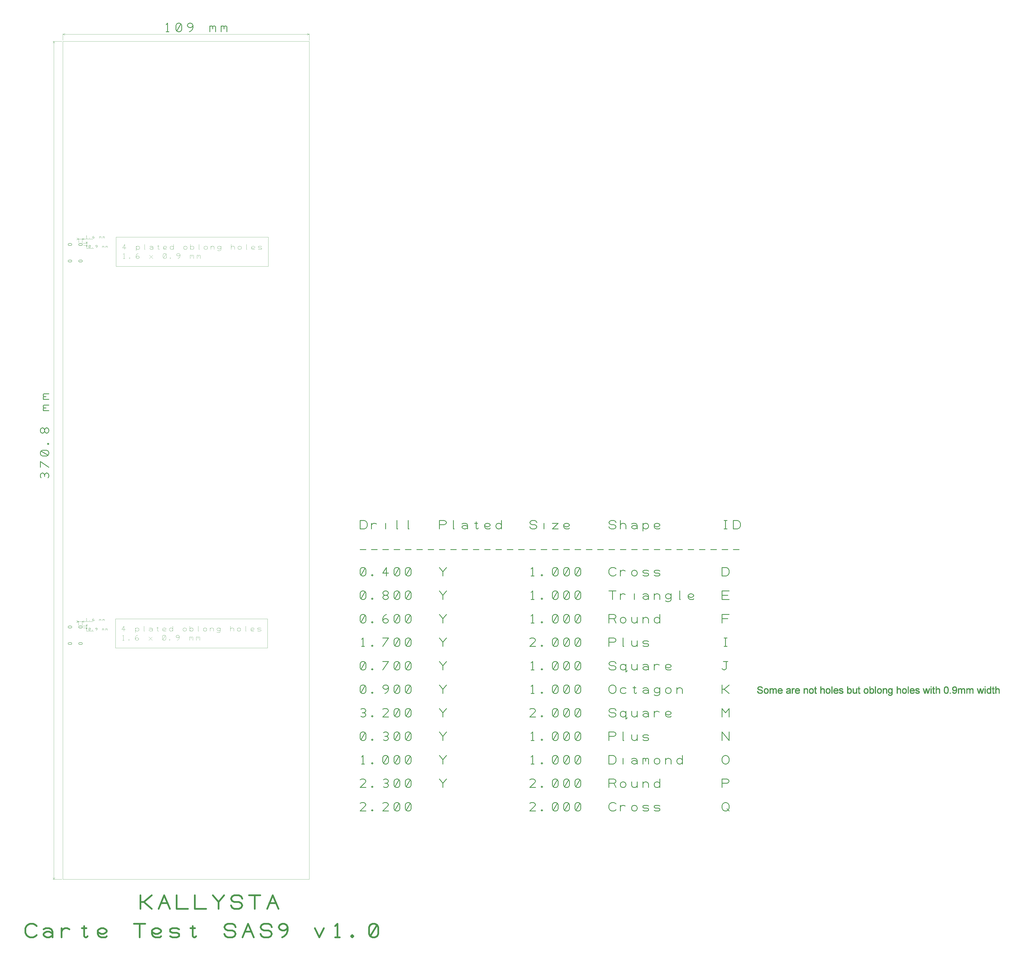
<source format=gbr>
%FSLAX33Y33*%
%MOMM*%
G04 EasyPC Gerber Version 16.0.6 Build 3249 *
%ADD83C,0.02540*%
%ADD73C,0.12000*%
%ADD84C,0.12700*%
%ADD11C,0.30000*%
%ADD25C,0.80000*%
X0Y0D02*
D02*
D11*
X68550Y237663D02*
X68863Y238288D01*
Y238913*
X68550Y239538*
X67925Y239850*
X67300Y239538*
X66988Y238913*
Y238288*
Y238913D02*
X66675Y239538D01*
X66050Y239850*
X65425Y239538*
X65113Y238913*
Y238288*
X65425Y237663*
X68863Y242350D02*
X65113Y244850D01*
Y242350*
X68550Y247663D02*
X68863Y248288D01*
Y248913*
X68550Y249538*
X67925Y249850*
X66050*
X65425Y249538*
X65113Y248913*
Y248288*
X65425Y247663*
X66050Y247350*
X67925*
X68550Y247663*
X65425Y249538*
X68863Y252663D02*
X68550Y252975D01*
X68238Y252663*
X68550Y252350*
X68863Y252663*
X66988Y258288D02*
Y258913D01*
X66675Y259538*
X66050Y259850*
X65425Y259538*
X65113Y258913*
Y258288*
X65425Y257663*
X66050Y257350*
X66675Y257663*
X66988Y258288*
X67300Y257663*
X67925Y257350*
X68550Y257663*
X68863Y258288*
Y258913*
X68550Y259538*
X67925Y259850*
X67300Y259538*
X66988Y258913*
X68863Y267350D02*
X66363D01*
X66675D02*
X66363Y267663D01*
Y268288*
X66675Y268600*
X67613*
X66675D02*
X66363Y268913D01*
Y269538*
X66675Y269850*
X68863*
Y272350D02*
X66363D01*
X66675D02*
X66363Y272663D01*
Y273288*
X66675Y273600*
X67613*
X66675D02*
X66363Y273913D01*
Y274538*
X66675Y274850*
X68863*
X120725Y435038D02*
X121975D01*
X121350D02*
Y438788D01*
X120725Y438163*
X125413Y435350D02*
X126038Y435038D01*
X126663*
X127288Y435350*
X127600Y435975*
Y437850*
X127288Y438475*
X126663Y438788*
X126038*
X125413Y438475*
X125100Y437850*
Y435975*
X125413Y435350*
X127288Y438475*
X131038Y435038D02*
X131663Y435350D01*
X132288Y435975*
X132600Y436913*
Y437850*
X132288Y438475*
X131663Y438788*
X131038*
X130413Y438475*
X130100Y437850*
X130413Y437225*
X131038Y436913*
X131663*
X132288Y437225*
X132600Y437850*
X140100Y435038D02*
Y437538D01*
Y437225D02*
X140413Y437538D01*
X141038*
X141350Y437225*
Y436288*
Y437225D02*
X141663Y437538D01*
X142288*
X142600Y437225*
Y435038*
X145100D02*
Y437538D01*
Y437225D02*
X145413Y437538D01*
X146038*
X146350Y437225*
Y436288*
Y437225D02*
X146663Y437538D01*
X147288*
X147600Y437225*
Y435038*
X209050Y90238D02*
X206550D01*
X208738Y92425*
X209050Y93050*
X208738Y93675*
X208113Y93988*
X207175*
X206550Y93675*
X211863Y90238D02*
X212175Y90550D01*
X211863Y90863*
X211550Y90550*
X211863Y90238*
X219050D02*
X216550D01*
X218738Y92425*
X219050Y93050*
X218738Y93675*
X218113Y93988*
X217175*
X216550Y93675*
X221863Y90550D02*
X222488Y90238D01*
X223113*
X223738Y90550*
X224050Y91175*
Y93050*
X223738Y93675*
X223113Y93988*
X222488*
X221863Y93675*
X221550Y93050*
Y91175*
X221863Y90550*
X223738Y93675*
X226863Y90550D02*
X227488Y90238D01*
X228113*
X228738Y90550*
X229050Y91175*
Y93050*
X228738Y93675*
X228113Y93988*
X227488*
X226863Y93675*
X226550Y93050*
Y91175*
X226863Y90550*
X228738Y93675*
X284050Y90238D02*
X281550D01*
X283738Y92425*
X284050Y93050*
X283738Y93675*
X283113Y93988*
X282175*
X281550Y93675*
X286863Y90238D02*
X287175Y90550D01*
X286863Y90863*
X286550Y90550*
X286863Y90238*
X291863Y90550D02*
X292488Y90238D01*
X293113*
X293738Y90550*
X294050Y91175*
Y93050*
X293738Y93675*
X293113Y93988*
X292488*
X291863Y93675*
X291550Y93050*
Y91175*
X291863Y90550*
X293738Y93675*
X296863Y90550D02*
X297488Y90238D01*
X298113*
X298738Y90550*
X299050Y91175*
Y93050*
X298738Y93675*
X298113Y93988*
X297488*
X296863Y93675*
X296550Y93050*
Y91175*
X296863Y90550*
X298738Y93675*
X301863Y90550D02*
X302488Y90238D01*
X303113*
X303738Y90550*
X304050Y91175*
Y93050*
X303738Y93675*
X303113Y93988*
X302488*
X301863Y93675*
X301550Y93050*
Y91175*
X301863Y90550*
X303738Y93675*
X319675Y90863D02*
X319363Y90550D01*
X318738Y90238*
X317800*
X317175Y90550*
X316863Y90863*
X316550Y91488*
Y92738*
X316863Y93363*
X317175Y93675*
X317800Y93988*
X318738*
X319363Y93675*
X319675Y93363*
X321550Y90238D02*
Y92738D01*
Y91800D02*
X321863Y92425D01*
X322488Y92738*
X323113*
X323738Y92425*
X326550Y91175D02*
X326863Y90550D01*
X327488Y90238*
X328113*
X328738Y90550*
X329050Y91175*
Y91800*
X328738Y92425*
X328113Y92738*
X327488*
X326863Y92425*
X326550Y91800*
Y91175*
X331550Y90550D02*
X332175Y90238D01*
X333425*
X334050Y90550*
Y91175*
X333425Y91488*
X332175*
X331550Y91800*
Y92425*
X332175Y92738*
X333425*
X334050Y92425*
X336550Y90550D02*
X337175Y90238D01*
X338425*
X339050Y90550*
Y91175*
X338425Y91488*
X337175*
X336550Y91800*
Y92425*
X337175Y92738*
X338425*
X339050Y92425*
X366550Y91488D02*
Y92738D01*
X366863Y93363*
X367175Y93675*
X367800Y93988*
X368425*
X369050Y93675*
X369363Y93363*
X369675Y92738*
Y91488*
X369363Y90863*
X369050Y90550*
X368425Y90238*
X367800*
X367175Y90550*
X366863Y90863*
X366550Y91488*
X368738Y91175D02*
X369675Y90238D01*
X209050Y100638D02*
X206550D01*
X208738Y102825*
X209050Y103450*
X208738Y104075*
X208113Y104388*
X207175*
X206550Y104075*
X211863Y100638D02*
X212175Y100950D01*
X211863Y101263*
X211550Y100950*
X211863Y100638*
X216863Y100950D02*
X217488Y100638D01*
X218113*
X218738Y100950*
X219050Y101575*
X218738Y102200*
X218113Y102513*
X217488*
X218113D02*
X218738Y102825D01*
X219050Y103450*
X218738Y104075*
X218113Y104388*
X217488*
X216863Y104075*
X221863Y100950D02*
X222488Y100638D01*
X223113*
X223738Y100950*
X224050Y101575*
Y103450*
X223738Y104075*
X223113Y104388*
X222488*
X221863Y104075*
X221550Y103450*
Y101575*
X221863Y100950*
X223738Y104075*
X226863Y100950D02*
X227488Y100638D01*
X228113*
X228738Y100950*
X229050Y101575*
Y103450*
X228738Y104075*
X228113Y104388*
X227488*
X226863Y104075*
X226550Y103450*
Y101575*
X226863Y100950*
X228738Y104075*
X243113Y100638D02*
Y102513D01*
X241550Y104388*
X243113Y102513D02*
X244675Y104388D01*
X284050Y100638D02*
X281550D01*
X283738Y102825*
X284050Y103450*
X283738Y104075*
X283113Y104388*
X282175*
X281550Y104075*
X286863Y100638D02*
X287175Y100950D01*
X286863Y101263*
X286550Y100950*
X286863Y100638*
X291863Y100950D02*
X292488Y100638D01*
X293113*
X293738Y100950*
X294050Y101575*
Y103450*
X293738Y104075*
X293113Y104388*
X292488*
X291863Y104075*
X291550Y103450*
Y101575*
X291863Y100950*
X293738Y104075*
X296863Y100950D02*
X297488Y100638D01*
X298113*
X298738Y100950*
X299050Y101575*
Y103450*
X298738Y104075*
X298113Y104388*
X297488*
X296863Y104075*
X296550Y103450*
Y101575*
X296863Y100950*
X298738Y104075*
X301863Y100950D02*
X302488Y100638D01*
X303113*
X303738Y100950*
X304050Y101575*
Y103450*
X303738Y104075*
X303113Y104388*
X302488*
X301863Y104075*
X301550Y103450*
Y101575*
X301863Y100950*
X303738Y104075*
X316550Y100638D02*
Y104388D01*
X318738*
X319363Y104075*
X319675Y103450*
X319363Y102825*
X318738Y102513*
X316550*
X318738D02*
X319675Y100638D01*
X321550Y101575D02*
X321863Y100950D01*
X322488Y100638*
X323113*
X323738Y100950*
X324050Y101575*
Y102200*
X323738Y102825*
X323113Y103138*
X322488*
X321863Y102825*
X321550Y102200*
Y101575*
X326550Y103138D02*
Y101575D01*
X326863Y100950*
X327488Y100638*
X328113*
X328738Y100950*
X329050Y101575*
Y103138D02*
Y100638D01*
X331550D02*
Y103138D01*
Y102200D02*
X331863Y102825D01*
X332488Y103138*
X333113*
X333738Y102825*
X334050Y102200*
Y100638*
X339050Y102200D02*
X338738Y102825D01*
X338113Y103138*
X337488*
X336863Y102825*
X336550Y102200*
Y101575*
X336863Y100950*
X337488Y100638*
X338113*
X338738Y100950*
X339050Y101575*
Y100638D02*
Y104388D01*
X366550Y100638D02*
Y104388D01*
X368738*
X369363Y104075*
X369675Y103450*
X369363Y102825*
X368738Y102513*
X366550*
X207175Y111038D02*
X208425D01*
X207800D02*
Y114788D01*
X207175Y114163*
X211863Y111038D02*
X212175Y111350D01*
X211863Y111663*
X211550Y111350*
X211863Y111038*
X216863Y111350D02*
X217488Y111038D01*
X218113*
X218738Y111350*
X219050Y111975*
Y113850*
X218738Y114475*
X218113Y114788*
X217488*
X216863Y114475*
X216550Y113850*
Y111975*
X216863Y111350*
X218738Y114475*
X221863Y111350D02*
X222488Y111038D01*
X223113*
X223738Y111350*
X224050Y111975*
Y113850*
X223738Y114475*
X223113Y114788*
X222488*
X221863Y114475*
X221550Y113850*
Y111975*
X221863Y111350*
X223738Y114475*
X226863Y111350D02*
X227488Y111038D01*
X228113*
X228738Y111350*
X229050Y111975*
Y113850*
X228738Y114475*
X228113Y114788*
X227488*
X226863Y114475*
X226550Y113850*
Y111975*
X226863Y111350*
X228738Y114475*
X243113Y111038D02*
Y112913D01*
X241550Y114788*
X243113Y112913D02*
X244675Y114788D01*
X282175Y111038D02*
X283425D01*
X282800D02*
Y114788D01*
X282175Y114163*
X286863Y111038D02*
X287175Y111350D01*
X286863Y111663*
X286550Y111350*
X286863Y111038*
X291863Y111350D02*
X292488Y111038D01*
X293113*
X293738Y111350*
X294050Y111975*
Y113850*
X293738Y114475*
X293113Y114788*
X292488*
X291863Y114475*
X291550Y113850*
Y111975*
X291863Y111350*
X293738Y114475*
X296863Y111350D02*
X297488Y111038D01*
X298113*
X298738Y111350*
X299050Y111975*
Y113850*
X298738Y114475*
X298113Y114788*
X297488*
X296863Y114475*
X296550Y113850*
Y111975*
X296863Y111350*
X298738Y114475*
X301863Y111350D02*
X302488Y111038D01*
X303113*
X303738Y111350*
X304050Y111975*
Y113850*
X303738Y114475*
X303113Y114788*
X302488*
X301863Y114475*
X301550Y113850*
Y111975*
X301863Y111350*
X303738Y114475*
X316550Y111038D02*
Y114788D01*
X318425*
X319050Y114475*
X319363Y114163*
X319675Y113538*
Y112288*
X319363Y111663*
X319050Y111350*
X318425Y111038*
X316550*
X322800D02*
Y113538D01*
Y114475D02*
X326550Y113225*
X327175Y113538D01*
X328113*
X328738Y113225*
X329050Y112600*
Y111663*
X328738Y111350*
X328113Y111038*
X327488*
X326863Y111350*
X326550Y111663*
Y111975*
X326863Y112288*
X327488Y112600*
X328113*
X328738Y112288*
X329050Y111975*
Y111663D02*
Y111038D01*
X331550D02*
Y113538D01*
Y113225D02*
X331863Y113538D01*
X332488*
X332800Y113225*
Y112288*
Y113225D02*
X333113Y113538D01*
X333738*
X334050Y113225*
Y111038*
X336550Y111975D02*
X336863Y111350D01*
X337488Y111038*
X338113*
X338738Y111350*
X339050Y111975*
Y112600*
X338738Y113225*
X338113Y113538*
X337488*
X336863Y113225*
X336550Y112600*
Y111975*
X341550Y111038D02*
Y113538D01*
Y112600D02*
X341863Y113225D01*
X342488Y113538*
X343113*
X343738Y113225*
X344050Y112600*
Y111038*
X349050Y112600D02*
X348738Y113225D01*
X348113Y113538*
X347488*
X346863Y113225*
X346550Y112600*
Y111975*
X346863Y111350*
X347488Y111038*
X348113*
X348738Y111350*
X349050Y111975*
Y111038D02*
Y114788D01*
X366550Y112288D02*
Y113538D01*
X366863Y114163*
X367175Y114475*
X367800Y114788*
X368425*
X369050Y114475*
X369363Y114163*
X369675Y113538*
Y112288*
X369363Y111663*
X369050Y111350*
X368425Y111038*
X367800*
X367175Y111350*
X366863Y111663*
X366550Y112288*
X206863Y121750D02*
X207488Y121438D01*
X208113*
X208738Y121750*
X209050Y122375*
Y124250*
X208738Y124875*
X208113Y125188*
X207488*
X206863Y124875*
X206550Y124250*
Y122375*
X206863Y121750*
X208738Y124875*
X211863Y121438D02*
X212175Y121750D01*
X211863Y122063*
X211550Y121750*
X211863Y121438*
X216863Y121750D02*
X217488Y121438D01*
X218113*
X218738Y121750*
X219050Y122375*
X218738Y123000*
X218113Y123313*
X217488*
X218113D02*
X218738Y123625D01*
X219050Y124250*
X218738Y124875*
X218113Y125188*
X217488*
X216863Y124875*
X221863Y121750D02*
X222488Y121438D01*
X223113*
X223738Y121750*
X224050Y122375*
Y124250*
X223738Y124875*
X223113Y125188*
X222488*
X221863Y124875*
X221550Y124250*
Y122375*
X221863Y121750*
X223738Y124875*
X226863Y121750D02*
X227488Y121438D01*
X228113*
X228738Y121750*
X229050Y122375*
Y124250*
X228738Y124875*
X228113Y125188*
X227488*
X226863Y124875*
X226550Y124250*
Y122375*
X226863Y121750*
X228738Y124875*
X243113Y121438D02*
Y123313D01*
X241550Y125188*
X243113Y123313D02*
X244675Y125188D01*
X282175Y121438D02*
X283425D01*
X282800D02*
Y125188D01*
X282175Y124563*
X286863Y121438D02*
X287175Y121750D01*
X286863Y122063*
X286550Y121750*
X286863Y121438*
X291863Y121750D02*
X292488Y121438D01*
X293113*
X293738Y121750*
X294050Y122375*
Y124250*
X293738Y124875*
X293113Y125188*
X292488*
X291863Y124875*
X291550Y124250*
Y122375*
X291863Y121750*
X293738Y124875*
X296863Y121750D02*
X297488Y121438D01*
X298113*
X298738Y121750*
X299050Y122375*
Y124250*
X298738Y124875*
X298113Y125188*
X297488*
X296863Y124875*
X296550Y124250*
Y122375*
X296863Y121750*
X298738Y124875*
X301863Y121750D02*
X302488Y121438D01*
X303113*
X303738Y121750*
X304050Y122375*
Y124250*
X303738Y124875*
X303113Y125188*
X302488*
X301863Y124875*
X301550Y124250*
Y122375*
X301863Y121750*
X303738Y124875*
X316550Y121438D02*
Y125188D01*
X318738*
X319363Y124875*
X319675Y124250*
X319363Y123625*
X318738Y123313*
X316550*
X323113Y121438D02*
X322800D01*
Y125188*
X326550Y123938D02*
Y122375D01*
X326863Y121750*
X327488Y121438*
X328113*
X328738Y121750*
X329050Y122375*
Y123938D02*
Y121438D01*
X331550Y121750D02*
X332175Y121438D01*
X333425*
X334050Y121750*
Y122375*
X333425Y122688*
X332175*
X331550Y123000*
Y123625*
X332175Y123938*
X333425*
X334050Y123625*
X366550Y121438D02*
Y125188D01*
X369675Y121438*
Y125188*
X206863Y132150D02*
X207488Y131838D01*
X208113*
X208738Y132150*
X209050Y132775*
X208738Y133400*
X208113Y133713*
X207488*
X208113D02*
X208738Y134025D01*
X209050Y134650*
X208738Y135275*
X208113Y135588*
X207488*
X206863Y135275*
X211863Y131838D02*
X212175Y132150D01*
X211863Y132463*
X211550Y132150*
X211863Y131838*
X219050D02*
X216550D01*
X218738Y134025*
X219050Y134650*
X218738Y135275*
X218113Y135588*
X217175*
X216550Y135275*
X221863Y132150D02*
X222488Y131838D01*
X223113*
X223738Y132150*
X224050Y132775*
Y134650*
X223738Y135275*
X223113Y135588*
X222488*
X221863Y135275*
X221550Y134650*
Y132775*
X221863Y132150*
X223738Y135275*
X226863Y132150D02*
X227488Y131838D01*
X228113*
X228738Y132150*
X229050Y132775*
Y134650*
X228738Y135275*
X228113Y135588*
X227488*
X226863Y135275*
X226550Y134650*
Y132775*
X226863Y132150*
X228738Y135275*
X243113Y131838D02*
Y133713D01*
X241550Y135588*
X243113Y133713D02*
X244675Y135588D01*
X284050Y131838D02*
X281550D01*
X283738Y134025*
X284050Y134650*
X283738Y135275*
X283113Y135588*
X282175*
X281550Y135275*
X286863Y131838D02*
X287175Y132150D01*
X286863Y132463*
X286550Y132150*
X286863Y131838*
X291863Y132150D02*
X292488Y131838D01*
X293113*
X293738Y132150*
X294050Y132775*
Y134650*
X293738Y135275*
X293113Y135588*
X292488*
X291863Y135275*
X291550Y134650*
Y132775*
X291863Y132150*
X293738Y135275*
X296863Y132150D02*
X297488Y131838D01*
X298113*
X298738Y132150*
X299050Y132775*
Y134650*
X298738Y135275*
X298113Y135588*
X297488*
X296863Y135275*
X296550Y134650*
Y132775*
X296863Y132150*
X298738Y135275*
X301863Y132150D02*
X302488Y131838D01*
X303113*
X303738Y132150*
X304050Y132775*
Y134650*
X303738Y135275*
X303113Y135588*
X302488*
X301863Y135275*
X301550Y134650*
Y132775*
X301863Y132150*
X303738Y135275*
X316550Y132775D02*
X316863Y132150D01*
X317488Y131838*
X318738*
X319363Y132150*
X319675Y132775*
X319363Y133400*
X318738Y133713*
X317488*
X316863Y134025*
X316550Y134650*
X316863Y135275*
X317488Y135588*
X318738*
X319363Y135275*
X319675Y134650*
X324050Y133400D02*
X323738Y134025D01*
X323113Y134338*
X322488*
X321863Y134025*
X321550Y133400*
Y132775*
X321863Y132150*
X322488Y131838*
X323113*
X323738Y132150*
X324050Y132775*
Y134338D02*
Y130900D01*
X324675Y131525*
X326550Y134338D02*
Y132775D01*
X326863Y132150*
X327488Y131838*
X328113*
X328738Y132150*
X329050Y132775*
Y134338D02*
Y131838D01*
X331550Y134025D02*
X332175Y134338D01*
X333113*
X333738Y134025*
X334050Y133400*
Y132463*
X333738Y132150*
X333113Y131838*
X332488*
X331863Y132150*
X331550Y132463*
Y132775*
X331863Y133088*
X332488Y133400*
X333113*
X333738Y133088*
X334050Y132775*
Y132463D02*
Y131838D01*
X336550D02*
Y134338D01*
Y133400D02*
X336863Y134025D01*
X337488Y134338*
X338113*
X338738Y134025*
X344050Y132150D02*
X343738Y131838D01*
X343113*
X342488*
X341863Y132150*
X341550Y132775*
Y133713*
X341863Y134025*
X342488Y134338*
X343113*
X343738Y134025*
X344050Y133713*
Y133400*
X343738Y133088*
X343113Y132775*
X342488*
X341863Y133088*
X341550Y133400*
X366550Y131838D02*
Y135588D01*
X368113Y133713*
X369675Y135588*
Y131838*
X206863Y142550D02*
X207488Y142238D01*
X208113*
X208738Y142550*
X209050Y143175*
Y145050*
X208738Y145675*
X208113Y145988*
X207488*
X206863Y145675*
X206550Y145050*
Y143175*
X206863Y142550*
X208738Y145675*
X211863Y142238D02*
X212175Y142550D01*
X211863Y142863*
X211550Y142550*
X211863Y142238*
X217488D02*
X218113Y142550D01*
X218738Y143175*
X219050Y144113*
Y145050*
X218738Y145675*
X218113Y145988*
X217488*
X216863Y145675*
X216550Y145050*
X216863Y144425*
X217488Y144113*
X218113*
X218738Y144425*
X219050Y145050*
X221863Y142550D02*
X222488Y142238D01*
X223113*
X223738Y142550*
X224050Y143175*
Y145050*
X223738Y145675*
X223113Y145988*
X222488*
X221863Y145675*
X221550Y145050*
Y143175*
X221863Y142550*
X223738Y145675*
X226863Y142550D02*
X227488Y142238D01*
X228113*
X228738Y142550*
X229050Y143175*
Y145050*
X228738Y145675*
X228113Y145988*
X227488*
X226863Y145675*
X226550Y145050*
Y143175*
X226863Y142550*
X228738Y145675*
X243113Y142238D02*
Y144113D01*
X241550Y145988*
X243113Y144113D02*
X244675Y145988D01*
X282175Y142238D02*
X283425D01*
X282800D02*
Y145988D01*
X282175Y145363*
X286863Y142238D02*
X287175Y142550D01*
X286863Y142863*
X286550Y142550*
X286863Y142238*
X291863Y142550D02*
X292488Y142238D01*
X293113*
X293738Y142550*
X294050Y143175*
Y145050*
X293738Y145675*
X293113Y145988*
X292488*
X291863Y145675*
X291550Y145050*
Y143175*
X291863Y142550*
X293738Y145675*
X296863Y142550D02*
X297488Y142238D01*
X298113*
X298738Y142550*
X299050Y143175*
Y145050*
X298738Y145675*
X298113Y145988*
X297488*
X296863Y145675*
X296550Y145050*
Y143175*
X296863Y142550*
X298738Y145675*
X301863Y142550D02*
X302488Y142238D01*
X303113*
X303738Y142550*
X304050Y143175*
Y145050*
X303738Y145675*
X303113Y145988*
X302488*
X301863Y145675*
X301550Y145050*
Y143175*
X301863Y142550*
X303738Y145675*
X316550Y143488D02*
Y144738D01*
X316863Y145363*
X317175Y145675*
X317800Y145988*
X318425*
X319050Y145675*
X319363Y145363*
X319675Y144738*
Y143488*
X319363Y142863*
X319050Y142550*
X318425Y142238*
X317800*
X317175Y142550*
X316863Y142863*
X316550Y143488*
X324050Y144425D02*
X323425Y144738D01*
X322488*
X321863Y144425*
X321550Y143800*
Y143175*
X321863Y142550*
X322488Y142238*
X323425*
X324050Y142550*
X327175Y144738D02*
X328425D01*
X327800Y145363D02*
Y142550D01*
X328113Y142238*
X328425*
X328738Y142550*
X331550Y144425D02*
X332175Y144738D01*
X333113*
X333738Y144425*
X334050Y143800*
Y142863*
X333738Y142550*
X333113Y142238*
X332488*
X331863Y142550*
X331550Y142863*
Y143175*
X331863Y143488*
X332488Y143800*
X333113*
X333738Y143488*
X334050Y143175*
Y142863D02*
Y142238D01*
X339050Y143800D02*
X338738Y144425D01*
X338113Y144738*
X337488*
X336863Y144425*
X336550Y143800*
Y143488*
X336863Y142863*
X337488Y142550*
X338113*
X338738Y142863*
X339050Y143488*
Y144738D02*
Y142238D01*
X338738Y141613*
X338113Y141300*
X337175*
X336550Y141613*
X341550Y143175D02*
X341863Y142550D01*
X342488Y142238*
X343113*
X343738Y142550*
X344050Y143175*
Y143800*
X343738Y144425*
X343113Y144738*
X342488*
X341863Y144425*
X341550Y143800*
Y143175*
X346550Y142238D02*
Y144738D01*
Y143800D02*
X346863Y144425D01*
X347488Y144738*
X348113*
X348738Y144425*
X349050Y143800*
Y142238*
X366550D02*
Y145988D01*
Y144113D02*
X367488D01*
X369675Y145988*
X367488Y144113D02*
X369675Y142238D01*
X206863Y152950D02*
X207488Y152638D01*
X208113*
X208738Y152950*
X209050Y153575*
Y155450*
X208738Y156075*
X208113Y156388*
X207488*
X206863Y156075*
X206550Y155450*
Y153575*
X206863Y152950*
X208738Y156075*
X211863Y152638D02*
X212175Y152950D01*
X211863Y153263*
X211550Y152950*
X211863Y152638*
X216550D02*
X219050Y156388D01*
X216550*
X221863Y152950D02*
X222488Y152638D01*
X223113*
X223738Y152950*
X224050Y153575*
Y155450*
X223738Y156075*
X223113Y156388*
X222488*
X221863Y156075*
X221550Y155450*
Y153575*
X221863Y152950*
X223738Y156075*
X226863Y152950D02*
X227488Y152638D01*
X228113*
X228738Y152950*
X229050Y153575*
Y155450*
X228738Y156075*
X228113Y156388*
X227488*
X226863Y156075*
X226550Y155450*
Y153575*
X226863Y152950*
X228738Y156075*
X243113Y152638D02*
Y154513D01*
X241550Y156388*
X243113Y154513D02*
X244675Y156388D01*
X282175Y152638D02*
X283425D01*
X282800D02*
Y156388D01*
X282175Y155763*
X286863Y152638D02*
X287175Y152950D01*
X286863Y153263*
X286550Y152950*
X286863Y152638*
X291863Y152950D02*
X292488Y152638D01*
X293113*
X293738Y152950*
X294050Y153575*
Y155450*
X293738Y156075*
X293113Y156388*
X292488*
X291863Y156075*
X291550Y155450*
Y153575*
X291863Y152950*
X293738Y156075*
X296863Y152950D02*
X297488Y152638D01*
X298113*
X298738Y152950*
X299050Y153575*
Y155450*
X298738Y156075*
X298113Y156388*
X297488*
X296863Y156075*
X296550Y155450*
Y153575*
X296863Y152950*
X298738Y156075*
X301863Y152950D02*
X302488Y152638D01*
X303113*
X303738Y152950*
X304050Y153575*
Y155450*
X303738Y156075*
X303113Y156388*
X302488*
X301863Y156075*
X301550Y155450*
Y153575*
X301863Y152950*
X303738Y156075*
X316550Y153575D02*
X316863Y152950D01*
X317488Y152638*
X318738*
X319363Y152950*
X319675Y153575*
X319363Y154200*
X318738Y154513*
X317488*
X316863Y154825*
X316550Y155450*
X316863Y156075*
X317488Y156388*
X318738*
X319363Y156075*
X319675Y155450*
X324050Y154200D02*
X323738Y154825D01*
X323113Y155138*
X322488*
X321863Y154825*
X321550Y154200*
Y153575*
X321863Y152950*
X322488Y152638*
X323113*
X323738Y152950*
X324050Y153575*
Y155138D02*
Y151700D01*
X324675Y152325*
X326550Y155138D02*
Y153575D01*
X326863Y152950*
X327488Y152638*
X328113*
X328738Y152950*
X329050Y153575*
Y155138D02*
Y152638D01*
X331550Y154825D02*
X332175Y155138D01*
X333113*
X333738Y154825*
X334050Y154200*
Y153263*
X333738Y152950*
X333113Y152638*
X332488*
X331863Y152950*
X331550Y153263*
Y153575*
X331863Y153888*
X332488Y154200*
X333113*
X333738Y153888*
X334050Y153575*
Y153263D02*
Y152638D01*
X336550D02*
Y155138D01*
Y154200D02*
X336863Y154825D01*
X337488Y155138*
X338113*
X338738Y154825*
X344050Y152950D02*
X343738Y152638D01*
X343113*
X342488*
X341863Y152950*
X341550Y153575*
Y154513*
X341863Y154825*
X342488Y155138*
X343113*
X343738Y154825*
X344050Y154513*
Y154200*
X343738Y153888*
X343113Y153575*
X342488*
X341863Y153888*
X341550Y154200*
X366550Y153263D02*
X366863Y152950D01*
X367488Y152638*
X368113Y152950*
X368425Y153263*
Y156388*
X369050*
X368425D02*
X367175D01*
X207175Y163038D02*
X208425D01*
X207800D02*
Y166788D01*
X207175Y166163*
X211863Y163038D02*
X212175Y163350D01*
X211863Y163663*
X211550Y163350*
X211863Y163038*
X216550D02*
X219050Y166788D01*
X216550*
X221863Y163350D02*
X222488Y163038D01*
X223113*
X223738Y163350*
X224050Y163975*
Y165850*
X223738Y166475*
X223113Y166788*
X222488*
X221863Y166475*
X221550Y165850*
Y163975*
X221863Y163350*
X223738Y166475*
X226863Y163350D02*
X227488Y163038D01*
X228113*
X228738Y163350*
X229050Y163975*
Y165850*
X228738Y166475*
X228113Y166788*
X227488*
X226863Y166475*
X226550Y165850*
Y163975*
X226863Y163350*
X228738Y166475*
X243113Y163038D02*
Y164913D01*
X241550Y166788*
X243113Y164913D02*
X244675Y166788D01*
X284050Y163038D02*
X281550D01*
X283738Y165225*
X284050Y165850*
X283738Y166475*
X283113Y166788*
X282175*
X281550Y166475*
X286863Y163038D02*
X287175Y163350D01*
X286863Y163663*
X286550Y163350*
X286863Y163038*
X291863Y163350D02*
X292488Y163038D01*
X293113*
X293738Y163350*
X294050Y163975*
Y165850*
X293738Y166475*
X293113Y166788*
X292488*
X291863Y166475*
X291550Y165850*
Y163975*
X291863Y163350*
X293738Y166475*
X296863Y163350D02*
X297488Y163038D01*
X298113*
X298738Y163350*
X299050Y163975*
Y165850*
X298738Y166475*
X298113Y166788*
X297488*
X296863Y166475*
X296550Y165850*
Y163975*
X296863Y163350*
X298738Y166475*
X301863Y163350D02*
X302488Y163038D01*
X303113*
X303738Y163350*
X304050Y163975*
Y165850*
X303738Y166475*
X303113Y166788*
X302488*
X301863Y166475*
X301550Y165850*
Y163975*
X301863Y163350*
X303738Y166475*
X316550Y163038D02*
Y166788D01*
X318738*
X319363Y166475*
X319675Y165850*
X319363Y165225*
X318738Y164913*
X316550*
X323113Y163038D02*
X322800D01*
Y166788*
X326550Y165538D02*
Y163975D01*
X326863Y163350*
X327488Y163038*
X328113*
X328738Y163350*
X329050Y163975*
Y165538D02*
Y163038D01*
X331550Y163350D02*
X332175Y163038D01*
X333425*
X334050Y163350*
Y163975*
X333425Y164288*
X332175*
X331550Y164600*
Y165225*
X332175Y165538*
X333425*
X334050Y165225*
X367488Y163038D02*
X368738D01*
X368113D02*
Y166788D01*
X367488D02*
X368738D01*
X206863Y173750D02*
X207488Y173438D01*
X208113*
X208738Y173750*
X209050Y174375*
Y176250*
X208738Y176875*
X208113Y177188*
X207488*
X206863Y176875*
X206550Y176250*
Y174375*
X206863Y173750*
X208738Y176875*
X211863Y173438D02*
X212175Y173750D01*
X211863Y174063*
X211550Y173750*
X211863Y173438*
X216550Y174375D02*
X216863Y175000D01*
X217488Y175313*
X218113*
X218738Y175000*
X219050Y174375*
X218738Y173750*
X218113Y173438*
X217488*
X216863Y173750*
X216550Y174375*
Y175313*
X216863Y176250*
X217488Y176875*
X218113Y177188*
X221863Y173750D02*
X222488Y173438D01*
X223113*
X223738Y173750*
X224050Y174375*
Y176250*
X223738Y176875*
X223113Y177188*
X222488*
X221863Y176875*
X221550Y176250*
Y174375*
X221863Y173750*
X223738Y176875*
X226863Y173750D02*
X227488Y173438D01*
X228113*
X228738Y173750*
X229050Y174375*
Y176250*
X228738Y176875*
X228113Y177188*
X227488*
X226863Y176875*
X226550Y176250*
Y174375*
X226863Y173750*
X228738Y176875*
X243113Y173438D02*
Y175313D01*
X241550Y177188*
X243113Y175313D02*
X244675Y177188D01*
X282175Y173438D02*
X283425D01*
X282800D02*
Y177188D01*
X282175Y176563*
X286863Y173438D02*
X287175Y173750D01*
X286863Y174063*
X286550Y173750*
X286863Y173438*
X291863Y173750D02*
X292488Y173438D01*
X293113*
X293738Y173750*
X294050Y174375*
Y176250*
X293738Y176875*
X293113Y177188*
X292488*
X291863Y176875*
X291550Y176250*
Y174375*
X291863Y173750*
X293738Y176875*
X296863Y173750D02*
X297488Y173438D01*
X298113*
X298738Y173750*
X299050Y174375*
Y176250*
X298738Y176875*
X298113Y177188*
X297488*
X296863Y176875*
X296550Y176250*
Y174375*
X296863Y173750*
X298738Y176875*
X301863Y173750D02*
X302488Y173438D01*
X303113*
X303738Y173750*
X304050Y174375*
Y176250*
X303738Y176875*
X303113Y177188*
X302488*
X301863Y176875*
X301550Y176250*
Y174375*
X301863Y173750*
X303738Y176875*
X316550Y173438D02*
Y177188D01*
X318738*
X319363Y176875*
X319675Y176250*
X319363Y175625*
X318738Y175313*
X316550*
X318738D02*
X319675Y173438D01*
X321550Y174375D02*
X321863Y173750D01*
X322488Y173438*
X323113*
X323738Y173750*
X324050Y174375*
Y175000*
X323738Y175625*
X323113Y175938*
X322488*
X321863Y175625*
X321550Y175000*
Y174375*
X326550Y175938D02*
Y174375D01*
X326863Y173750*
X327488Y173438*
X328113*
X328738Y173750*
X329050Y174375*
Y175938D02*
Y173438D01*
X331550D02*
Y175938D01*
Y175000D02*
X331863Y175625D01*
X332488Y175938*
X333113*
X333738Y175625*
X334050Y175000*
Y173438*
X339050Y175000D02*
X338738Y175625D01*
X338113Y175938*
X337488*
X336863Y175625*
X336550Y175000*
Y174375*
X336863Y173750*
X337488Y173438*
X338113*
X338738Y173750*
X339050Y174375*
Y173438D02*
Y177188D01*
X366550Y173438D02*
Y177188D01*
X369675*
X369050Y175313D02*
X366550D01*
X206863Y184150D02*
X207488Y183838D01*
X208113*
X208738Y184150*
X209050Y184775*
Y186650*
X208738Y187275*
X208113Y187588*
X207488*
X206863Y187275*
X206550Y186650*
Y184775*
X206863Y184150*
X208738Y187275*
X211863Y183838D02*
X212175Y184150D01*
X211863Y184463*
X211550Y184150*
X211863Y183838*
X217488Y185713D02*
X218113D01*
X218738Y186025*
X219050Y186650*
X218738Y187275*
X218113Y187588*
X217488*
X216863Y187275*
X216550Y186650*
X216863Y186025*
X217488Y185713*
X216863Y185400*
X216550Y184775*
X216863Y184150*
X217488Y183838*
X218113*
X218738Y184150*
X219050Y184775*
X218738Y185400*
X218113Y185713*
X221863Y184150D02*
X222488Y183838D01*
X223113*
X223738Y184150*
X224050Y184775*
Y186650*
X223738Y187275*
X223113Y187588*
X222488*
X221863Y187275*
X221550Y186650*
Y184775*
X221863Y184150*
X223738Y187275*
X226863Y184150D02*
X227488Y183838D01*
X228113*
X228738Y184150*
X229050Y184775*
Y186650*
X228738Y187275*
X228113Y187588*
X227488*
X226863Y187275*
X226550Y186650*
Y184775*
X226863Y184150*
X228738Y187275*
X243113Y183838D02*
Y185713D01*
X241550Y187588*
X243113Y185713D02*
X244675Y187588D01*
X282175Y183838D02*
X283425D01*
X282800D02*
Y187588D01*
X282175Y186963*
X286863Y183838D02*
X287175Y184150D01*
X286863Y184463*
X286550Y184150*
X286863Y183838*
X291863Y184150D02*
X292488Y183838D01*
X293113*
X293738Y184150*
X294050Y184775*
Y186650*
X293738Y187275*
X293113Y187588*
X292488*
X291863Y187275*
X291550Y186650*
Y184775*
X291863Y184150*
X293738Y187275*
X296863Y184150D02*
X297488Y183838D01*
X298113*
X298738Y184150*
X299050Y184775*
Y186650*
X298738Y187275*
X298113Y187588*
X297488*
X296863Y187275*
X296550Y186650*
Y184775*
X296863Y184150*
X298738Y187275*
X301863Y184150D02*
X302488Y183838D01*
X303113*
X303738Y184150*
X304050Y184775*
Y186650*
X303738Y187275*
X303113Y187588*
X302488*
X301863Y187275*
X301550Y186650*
Y184775*
X301863Y184150*
X303738Y187275*
X318113Y183838D02*
Y187588D01*
X316550D02*
X319675D01*
X321550Y183838D02*
Y186338D01*
Y185400D02*
X321863Y186025D01*
X322488Y186338*
X323113*
X323738Y186025*
X327800Y183838D02*
Y186338D01*
Y187275D02*
X331550Y186025*
X332175Y186338D01*
X333113*
X333738Y186025*
X334050Y185400*
Y184463*
X333738Y184150*
X333113Y183838*
X332488*
X331863Y184150*
X331550Y184463*
Y184775*
X331863Y185088*
X332488Y185400*
X333113*
X333738Y185088*
X334050Y184775*
Y184463D02*
Y183838D01*
X336550D02*
Y186338D01*
Y185400D02*
X336863Y186025D01*
X337488Y186338*
X338113*
X338738Y186025*
X339050Y185400*
Y183838*
X344050Y185400D02*
X343738Y186025D01*
X343113Y186338*
X342488*
X341863Y186025*
X341550Y185400*
Y185088*
X341863Y184463*
X342488Y184150*
X343113*
X343738Y184463*
X344050Y185088*
Y186338D02*
Y183838D01*
X343738Y183213*
X343113Y182900*
X342175*
X341550Y183213*
X348113Y183838D02*
X347800D01*
Y187588*
X354050Y184150D02*
X353738Y183838D01*
X353113*
X352488*
X351863Y184150*
X351550Y184775*
Y185713*
X351863Y186025*
X352488Y186338*
X353113*
X353738Y186025*
X354050Y185713*
Y185400*
X353738Y185088*
X353113Y184775*
X352488*
X351863Y185088*
X351550Y185400*
X366550Y183838D02*
Y187588D01*
X369675*
X369050Y185713D02*
X366550D01*
Y183838D02*
X369675D01*
X206863Y194550D02*
X207488Y194238D01*
X208113*
X208738Y194550*
X209050Y195175*
Y197050*
X208738Y197675*
X208113Y197988*
X207488*
X206863Y197675*
X206550Y197050*
Y195175*
X206863Y194550*
X208738Y197675*
X211863Y194238D02*
X212175Y194550D01*
X211863Y194863*
X211550Y194550*
X211863Y194238*
X218113D02*
Y197988D01*
X216550Y195488*
X219050*
X221863Y194550D02*
X222488Y194238D01*
X223113*
X223738Y194550*
X224050Y195175*
Y197050*
X223738Y197675*
X223113Y197988*
X222488*
X221863Y197675*
X221550Y197050*
Y195175*
X221863Y194550*
X223738Y197675*
X226863Y194550D02*
X227488Y194238D01*
X228113*
X228738Y194550*
X229050Y195175*
Y197050*
X228738Y197675*
X228113Y197988*
X227488*
X226863Y197675*
X226550Y197050*
Y195175*
X226863Y194550*
X228738Y197675*
X243113Y194238D02*
Y196113D01*
X241550Y197988*
X243113Y196113D02*
X244675Y197988D01*
X282175Y194238D02*
X283425D01*
X282800D02*
Y197988D01*
X282175Y197363*
X286863Y194238D02*
X287175Y194550D01*
X286863Y194863*
X286550Y194550*
X286863Y194238*
X291863Y194550D02*
X292488Y194238D01*
X293113*
X293738Y194550*
X294050Y195175*
Y197050*
X293738Y197675*
X293113Y197988*
X292488*
X291863Y197675*
X291550Y197050*
Y195175*
X291863Y194550*
X293738Y197675*
X296863Y194550D02*
X297488Y194238D01*
X298113*
X298738Y194550*
X299050Y195175*
Y197050*
X298738Y197675*
X298113Y197988*
X297488*
X296863Y197675*
X296550Y197050*
Y195175*
X296863Y194550*
X298738Y197675*
X301863Y194550D02*
X302488Y194238D01*
X303113*
X303738Y194550*
X304050Y195175*
Y197050*
X303738Y197675*
X303113Y197988*
X302488*
X301863Y197675*
X301550Y197050*
Y195175*
X301863Y194550*
X303738Y197675*
X319675Y194863D02*
X319363Y194550D01*
X318738Y194238*
X317800*
X317175Y194550*
X316863Y194863*
X316550Y195488*
Y196738*
X316863Y197363*
X317175Y197675*
X317800Y197988*
X318738*
X319363Y197675*
X319675Y197363*
X321550Y194238D02*
Y196738D01*
Y195800D02*
X321863Y196425D01*
X322488Y196738*
X323113*
X323738Y196425*
X326550Y195175D02*
X326863Y194550D01*
X327488Y194238*
X328113*
X328738Y194550*
X329050Y195175*
Y195800*
X328738Y196425*
X328113Y196738*
X327488*
X326863Y196425*
X326550Y195800*
Y195175*
X331550Y194550D02*
X332175Y194238D01*
X333425*
X334050Y194550*
Y195175*
X333425Y195488*
X332175*
X331550Y195800*
Y196425*
X332175Y196738*
X333425*
X334050Y196425*
X336550Y194550D02*
X337175Y194238D01*
X338425*
X339050Y194550*
Y195175*
X338425Y195488*
X337175*
X336550Y195800*
Y196425*
X337175Y196738*
X338425*
X339050Y196425*
X366550Y194238D02*
Y197988D01*
X368425*
X369050Y197675*
X369363Y197363*
X369675Y196738*
Y195488*
X369363Y194863*
X369050Y194550*
X368425Y194238*
X366550*
X206550Y205888D02*
X209050D01*
X211550D02*
X214050D01*
X216550D02*
X219050D01*
X221550D02*
X224050D01*
X226550D02*
X229050D01*
X231550D02*
X234050D01*
X236550D02*
X239050D01*
X241550D02*
X244050D01*
X246550D02*
X249050D01*
X251550D02*
X254050D01*
X256550D02*
X259050D01*
X261550D02*
X264050D01*
X266550D02*
X269050D01*
X271550D02*
X274050D01*
X276550D02*
X279050D01*
X281550D02*
X284050D01*
X286550D02*
X289050D01*
X291550D02*
X294050D01*
X296550D02*
X299050D01*
X301550D02*
X304050D01*
X306550D02*
X309050D01*
X311550D02*
X314050D01*
X316550D02*
X319050D01*
X321550D02*
X324050D01*
X326550D02*
X329050D01*
X331550D02*
X334050D01*
X336550D02*
X339050D01*
X341550D02*
X344050D01*
X346550D02*
X349050D01*
X351550D02*
X354050D01*
X356550D02*
X359050D01*
X361550D02*
X364050D01*
X366550D02*
X369050D01*
X371550D02*
X374050D01*
X206550Y215038D02*
Y218788D01*
X208425*
X209050Y218475*
X209363Y218163*
X209675Y217538*
Y216288*
X209363Y215663*
X209050Y215350*
X208425Y215038*
X206550*
X211550D02*
Y217538D01*
Y216600D02*
X211863Y217225D01*
X212488Y217538*
X213113*
X213738Y217225*
X217800Y215038D02*
Y217538D01*
Y218475D02*
X223113Y215038*
X222800D01*
Y218788*
X228113Y215038D02*
X227800D01*
Y218788*
X241550Y215038D02*
Y218788D01*
X243738*
X244363Y218475*
X244675Y217850*
X244363Y217225*
X243738Y216913*
X241550*
X248113Y215038D02*
X247800D01*
Y218788*
X251550Y217225D02*
X252175Y217538D01*
X253113*
X253738Y217225*
X254050Y216600*
Y215663*
X253738Y215350*
X253113Y215038*
X252488*
X251863Y215350*
X251550Y215663*
Y215975*
X251863Y216288*
X252488Y216600*
X253113*
X253738Y216288*
X254050Y215975*
Y215663D02*
Y215038D01*
X257175Y217538D02*
X258425D01*
X257800Y218163D02*
Y215350D01*
X258113Y215038*
X258425*
X258738Y215350*
X264050D02*
X263738Y215038D01*
X263113*
X262488*
X261863Y215350*
X261550Y215975*
Y216913*
X261863Y217225*
X262488Y217538*
X263113*
X263738Y217225*
X264050Y216913*
Y216600*
X263738Y216288*
X263113Y215975*
X262488*
X261863Y216288*
X261550Y216600*
X269050D02*
X268738Y217225D01*
X268113Y217538*
X267488*
X266863Y217225*
X266550Y216600*
Y215975*
X266863Y215350*
X267488Y215038*
X268113*
X268738Y215350*
X269050Y215975*
Y215038D02*
Y218788D01*
X281550Y215975D02*
X281863Y215350D01*
X282488Y215038*
X283738*
X284363Y215350*
X284675Y215975*
X284363Y216600*
X283738Y216913*
X282488*
X281863Y217225*
X281550Y217850*
X281863Y218475*
X282488Y218788*
X283738*
X284363Y218475*
X284675Y217850*
X287800Y215038D02*
Y217538D01*
Y218475D02*
X291550Y217538*
X294050D01*
X291550Y215038*
X294050*
X299050Y215350D02*
X298738Y215038D01*
X298113*
X297488*
X296863Y215350*
X296550Y215975*
Y216913*
X296863Y217225*
X297488Y217538*
X298113*
X298738Y217225*
X299050Y216913*
Y216600*
X298738Y216288*
X298113Y215975*
X297488*
X296863Y216288*
X296550Y216600*
X316550Y215975D02*
X316863Y215350D01*
X317488Y215038*
X318738*
X319363Y215350*
X319675Y215975*
X319363Y216600*
X318738Y216913*
X317488*
X316863Y217225*
X316550Y217850*
X316863Y218475*
X317488Y218788*
X318738*
X319363Y218475*
X319675Y217850*
X321550Y215038D02*
Y218788D01*
Y216600D02*
X321863Y217225D01*
X322488Y217538*
X323113*
X323738Y217225*
X324050Y216600*
Y215038*
X326550Y217225D02*
X327175Y217538D01*
X328113*
X328738Y217225*
X329050Y216600*
Y215663*
X328738Y215350*
X328113Y215038*
X327488*
X326863Y215350*
X326550Y215663*
Y215975*
X326863Y216288*
X327488Y216600*
X328113*
X328738Y216288*
X329050Y215975*
Y215663D02*
Y215038D01*
X331550Y217538D02*
Y214100D01*
Y215975D02*
X331863Y215350D01*
X332488Y215038*
X333113*
X333738Y215350*
X334050Y215975*
Y216600*
X333738Y217225*
X333113Y217538*
X332488*
X331863Y217225*
X331550Y216600*
Y215975*
X339050Y215350D02*
X338738Y215038D01*
X338113*
X337488*
X336863Y215350*
X336550Y215975*
Y216913*
X336863Y217225*
X337488Y217538*
X338113*
X338738Y217225*
X339050Y216913*
Y216600*
X338738Y216288*
X338113Y215975*
X337488*
X336863Y216288*
X336550Y216600*
X367488Y215038D02*
X368738D01*
X368113D02*
Y218788D01*
X367488D02*
X368738D01*
X371550Y215038D02*
Y218788D01*
X373425*
X374050Y218475*
X374363Y218163*
X374675Y217538*
Y216288*
X374363Y215663*
X374050Y215350*
X373425Y215038*
X371550*
D02*
D25*
X63450Y35400D02*
X62950Y34900D01*
X61950Y34400*
X60450*
X59450Y34900*
X58950Y35400*
X58450Y36400*
Y38400*
X58950Y39400*
X59450Y39900*
X60450Y40400*
X61950*
X62950Y39900*
X63450Y39400*
X66450Y37900D02*
X67450Y38400D01*
X68950*
X69950Y37900*
X70450Y36900*
Y35400*
X69950Y34900*
X68950Y34400*
X67950*
X66950Y34900*
X66450Y35400*
Y35900*
X66950Y36400*
X67950Y36900*
X68950*
X69950Y36400*
X70450Y35900*
Y35400D02*
Y34400D01*
X74450D02*
Y38400D01*
Y36900D02*
X74950Y37900D01*
X75950Y38400*
X76950*
X77950Y37900*
X83450Y38400D02*
X85450D01*
X84450Y39400D02*
Y34900D01*
X84950Y34400*
X85450*
X85950Y34900*
X94450D02*
X93950Y34400D01*
X92950*
X91950*
X90950Y34900*
X90450Y35900*
Y37400*
X90950Y37900*
X91950Y38400*
X92950*
X93950Y37900*
X94450Y37400*
Y36900*
X93950Y36400*
X92950Y35900*
X91950*
X90950Y36400*
X90450Y36900*
X108950Y34400D02*
Y40400D01*
X106450D02*
X111450D01*
X118450Y34900D02*
X117950Y34400D01*
X116950*
X115950*
X114950Y34900*
X114450Y35900*
Y37400*
X114950Y37900*
X115950Y38400*
X116950*
X117950Y37900*
X118450Y37400*
Y36900*
X117950Y36400*
X116950Y35900*
X115950*
X114950Y36400*
X114450Y36900*
X122450Y34900D02*
X123450Y34400D01*
X125450*
X126450Y34900*
Y35900*
X125450Y36400*
X123450*
X122450Y36900*
Y37900*
X123450Y38400*
X125450*
X126450Y37900*
X131450Y38400D02*
X133450D01*
X132450Y39400D02*
Y34900D01*
X132950Y34400*
X133450*
X133950Y34900*
X146450Y35900D02*
X146950Y34900D01*
X147950Y34400*
X149950*
X150950Y34900*
X151450Y35900*
X150950Y36900*
X149950Y37400*
X147950*
X146950Y37900*
X146450Y38900*
X146950Y39900*
X147950Y40400*
X149950*
X150950Y39900*
X151450Y38900*
X154450Y34400D02*
X156950Y40400D01*
X159450Y34400*
X155450Y36900D02*
X158450D01*
X162450Y35900D02*
X162950Y34900D01*
X163950Y34400*
X165950*
X166950Y34900*
X167450Y35900*
X166950Y36900*
X165950Y37400*
X163950*
X162950Y37900*
X162450Y38900*
X162950Y39900*
X163950Y40400*
X165950*
X166950Y39900*
X167450Y38900*
X171950Y34400D02*
X172950Y34900D01*
X173950Y35900*
X174450Y37400*
Y38900*
X173950Y39900*
X172950Y40400*
X171950*
X170950Y39900*
X170450Y38900*
X170950Y37900*
X171950Y37400*
X172950*
X173950Y37900*
X174450Y38900*
X186450Y38400D02*
X188450Y34400D01*
X190450Y38400*
X195450Y34400D02*
X197450D01*
X196450D02*
Y40400D01*
X195450Y39400*
X202950Y34400D02*
X203450Y34900D01*
X202950Y35400*
X202450Y34900*
X202950Y34400*
X210950Y34900D02*
X211950Y34400D01*
X212950*
X213950Y34900*
X214450Y35900*
Y38900*
X213950Y39900*
X212950Y40400*
X211950*
X210950Y39900*
X210450Y38900*
Y35900*
X210950Y34900*
X213950Y39900*
X109350Y47000D02*
Y53000D01*
Y50000D02*
X110850D01*
X114350Y53000*
X110850Y50000D02*
X114350Y47000D01*
X117350D02*
X119850Y53000D01*
X122350Y47000*
X118350Y49500D02*
X121350D01*
X125350Y53000D02*
Y47000D01*
X130350*
X133350Y53000D02*
Y47000D01*
X138350*
X143850D02*
Y50000D01*
X141350Y53000*
X143850Y50000D02*
X146350Y53000D01*
X149350Y48500D02*
X149850Y47500D01*
X150850Y47000*
X152850*
X153850Y47500*
X154350Y48500*
X153850Y49500*
X152850Y50000*
X150850*
X149850Y50500*
X149350Y51500*
X149850Y52500*
X150850Y53000*
X152850*
X153850Y52500*
X154350Y51500*
X159850Y47000D02*
Y53000D01*
X157350D02*
X162350D01*
X165350Y47000D02*
X167850Y53000D01*
X170350Y47000*
X166350Y49500D02*
X169350D01*
D02*
D73*
X71050Y60050D02*
X71450Y60750D01*
X71100Y60000D02*
X70750Y60750D01*
X71100Y60000D02*
Y430800D01*
Y430750D02*
X71400Y430000D01*
X71100Y430800D02*
X70700Y430000D01*
X74650Y60000D02*
X70650D01*
X74650Y430800D02*
X70650D01*
X75000Y60008D02*
X184000D01*
Y430808*
X75000*
Y60008*
X75050Y431250D02*
Y433700D01*
Y433750D02*
Y434200D01*
X75150Y433900D02*
X75700Y433650D01*
X76000Y433500*
X75150Y433900D02*
X75700Y434150D01*
X76000Y434300*
X75150Y433900D02*
X183850D01*
X81350Y174050D02*
X88250D01*
X81400Y343350D02*
X88300D01*
X81950Y174050D02*
X81100Y173650D01*
X82000Y172400D02*
Y174200D01*
Y174050D02*
X81150Y174500D01*
X82000Y343350D02*
X81150Y342950D01*
X82050Y341700D02*
Y343500D01*
Y343350D02*
X81200Y343800D01*
X83550Y172350D02*
Y172500D01*
Y174100*
Y172600D02*
Y172500D01*
Y174050D02*
X84350Y173750D01*
X83550Y174100D02*
Y174200D01*
X83600Y174100D02*
X84400Y174450D01*
X83600Y341650D02*
Y341800D01*
Y343400*
Y341900D02*
Y341800D01*
Y343350D02*
X84400Y343050D01*
X83600Y343400D02*
Y343500D01*
X83650Y343400D02*
X84450Y343750D01*
X84050Y172150D02*
X85800D01*
X84100Y171250D02*
X85800D01*
X84100Y341450D02*
X85850D01*
X84150Y340550D02*
X85850D01*
X85338Y174381D02*
X85713D01*
X85525D02*
Y175506D01*
X85338Y175319*
X86744Y174381D02*
X86838Y174475D01*
X86744Y174569*
X86650Y174475*
X86744Y174381*
X88150Y174663D02*
X88244Y174850D01*
X88431Y174944*
X88619*
X88806Y174850*
X88900Y174663*
X88806Y174475*
X88619Y174381*
X88431*
X88244Y174475*
X88150Y174663*
Y174944*
X88244Y175225*
X88431Y175413*
X88619Y175506*
X91150Y174381D02*
Y175131D01*
Y175038D02*
X91244Y175131D01*
X91431*
X91525Y175038*
Y174756*
Y175038D02*
X91619Y175131D01*
X91806*
X91900Y175038*
Y174381*
X92650D02*
Y175131D01*
Y175038D02*
X92744Y175131D01*
X92931*
X93025Y175038*
Y174756*
Y175038D02*
X93119Y175131D01*
X93306*
X93400Y175038*
Y174381*
X85388Y343681D02*
X85763D01*
X85575D02*
Y344806D01*
X85388Y344619*
X86794Y343681D02*
X86888Y343775D01*
X86794Y343869*
X86700Y343775*
X86794Y343681*
X88200Y343963D02*
X88294Y344150D01*
X88481Y344244*
X88669*
X88856Y344150*
X88950Y343963*
X88856Y343775*
X88669Y343681*
X88481*
X88294Y343775*
X88200Y343963*
Y344244*
X88294Y344525*
X88481Y344713*
X88669Y344806*
X91200Y343681D02*
Y344431D01*
Y344338D02*
X91294Y344431D01*
X91481*
X91575Y344338*
Y344056*
Y344338D02*
X91669Y344431D01*
X91856*
X91950Y344338*
Y343681*
X92700D02*
Y344431D01*
Y344338D02*
X92794Y344431D01*
X92981*
X93075Y344338*
Y344056*
Y344338D02*
X93169Y344431D01*
X93356*
X93450Y344338*
Y343681*
X85550Y170550D02*
Y169850D01*
Y171250D02*
X85300Y170750D01*
X85550Y172200D02*
X85250Y172800D01*
X85550Y172650D02*
Y170550D01*
X85600Y169850D02*
X88600D01*
X85600Y171250D02*
X85750Y170800D01*
X85600Y172250D02*
X85850Y172850D01*
X85600Y339850D02*
Y339150D01*
Y340550D02*
X85350Y340050D01*
X85600Y341500D02*
X85300Y342100D01*
X85600Y341950D02*
Y339850D01*
X85650Y339150D02*
X88650D01*
X85650Y340550D02*
X85800Y340100D01*
X85650Y341550D02*
X85900Y342150D01*
X86544Y170275D02*
X86731Y170181D01*
X86919*
X87106Y170275*
X87200Y170463*
Y171025*
X87106Y171213*
X86919Y171306*
X86731*
X86544Y171213*
X86450Y171025*
Y170463*
X86544Y170275*
X87106Y171213*
X88044Y170181D02*
X88138Y170275D01*
X88044Y170369*
X87950Y170275*
X88044Y170181*
X89731D02*
X89919Y170275D01*
X90106Y170463*
X90200Y170744*
Y171025*
X90106Y171213*
X89919Y171306*
X89731*
X89544Y171213*
X89450Y171025*
X89544Y170838*
X89731Y170744*
X89919*
X90106Y170838*
X90200Y171025*
X92450Y170181D02*
Y170931D01*
Y170838D02*
X92544Y170931D01*
X92731*
X92825Y170838*
Y170556*
Y170838D02*
X92919Y170931D01*
X93106*
X93200Y170838*
Y170181*
X93950D02*
Y170931D01*
Y170838D02*
X94044Y170931D01*
X94231*
X94325Y170838*
Y170556*
Y170838D02*
X94419Y170931D01*
X94606*
X94700Y170838*
Y170181*
X86594Y339575D02*
X86781Y339481D01*
X86969*
X87156Y339575*
X87250Y339763*
Y340325*
X87156Y340513*
X86969Y340606*
X86781*
X86594Y340513*
X86500Y340325*
Y339763*
X86594Y339575*
X87156Y340513*
X88094Y339481D02*
X88188Y339575D01*
X88094Y339669*
X88000Y339575*
X88094Y339481*
X89781D02*
X89969Y339575D01*
X90156Y339763*
X90250Y340044*
Y340325*
X90156Y340513*
X89969Y340606*
X89781*
X89594Y340513*
X89500Y340325*
X89594Y340138*
X89781Y340044*
X89969*
X90156Y340138*
X90250Y340325*
X92500Y339481D02*
Y340231D01*
Y340138D02*
X92594Y340231D01*
X92781*
X92875Y340138*
Y339856*
Y340138D02*
X92969Y340231D01*
X93156*
X93250Y340138*
Y339481*
X94000D02*
Y340231D01*
Y340138D02*
X94094Y340231D01*
X94281*
X94375Y340138*
Y339856*
Y340138D02*
X94469Y340231D01*
X94656*
X94750Y340138*
Y339481*
X98300Y162350D02*
X165550D01*
Y175300*
X98300*
Y162350*
X98600Y331250D02*
X165850D01*
Y344200*
X98600*
Y331250*
X101425Y165813D02*
X102175D01*
X101800D02*
Y168063D01*
X101425Y167688*
X104238Y165813D02*
X104425Y166000D01*
X104238Y166188*
X104050Y166000*
X104238Y165813*
X107050Y166375D02*
X107238Y166750D01*
X107613Y166938*
X107988*
X108363Y166750*
X108550Y166375*
X108363Y166000*
X107988Y165813*
X107613*
X107238Y166000*
X107050Y166375*
Y166938*
X107238Y167500*
X107613Y167875*
X107988Y168063*
X113050Y165813D02*
X114550Y167313D01*
Y165813D02*
X113050Y167313D01*
X119238Y166000D02*
X119613Y165813D01*
X119988*
X120363Y166000*
X120550Y166375*
Y167500*
X120363Y167875*
X119988Y168063*
X119613*
X119238Y167875*
X119050Y167500*
Y166375*
X119238Y166000*
X120363Y167875*
X122238Y165813D02*
X122425Y166000D01*
X122238Y166188*
X122050Y166000*
X122238Y165813*
X125613D02*
X125988Y166000D01*
X126363Y166375*
X126550Y166938*
Y167500*
X126363Y167875*
X125988Y168063*
X125613*
X125238Y167875*
X125050Y167500*
X125238Y167125*
X125613Y166938*
X125988*
X126363Y167125*
X126550Y167500*
X131050Y165813D02*
Y167313D01*
Y167125D02*
X131238Y167313D01*
X131613*
X131800Y167125*
Y166563*
Y167125D02*
X131988Y167313D01*
X132363*
X132550Y167125*
Y165813*
X134050D02*
Y167313D01*
Y167125D02*
X134238Y167313D01*
X134613*
X134800Y167125*
Y166563*
Y167125D02*
X134988Y167313D01*
X135363*
X135550Y167125*
Y165813*
X102088Y169813D02*
Y172063D01*
X101150Y170563*
X102650*
X107150Y171313D02*
Y169250D01*
Y170375D02*
X107338Y170000D01*
X107713Y169813*
X108088*
X108463Y170000*
X108650Y170375*
Y170750*
X108463Y171125*
X108088Y171313*
X107713*
X107338Y171125*
X107150Y170750*
Y170375*
X111088Y169813D02*
X110900D01*
Y172063*
X113150Y171125D02*
X113525Y171313D01*
X114088*
X114463Y171125*
X114650Y170750*
Y170188*
X114463Y170000*
X114088Y169813*
X113713*
X113338Y170000*
X113150Y170188*
Y170375*
X113338Y170563*
X113713Y170750*
X114088*
X114463Y170563*
X114650Y170375*
Y170188D02*
Y169813D01*
X116525Y171313D02*
X117275D01*
X116900Y171688D02*
Y170000D01*
X117088Y169813*
X117275*
X117463Y170000*
X120650D02*
X120463Y169813D01*
X120088*
X119713*
X119338Y170000*
X119150Y170375*
Y170938*
X119338Y171125*
X119713Y171313*
X120088*
X120463Y171125*
X120650Y170938*
Y170750*
X120463Y170563*
X120088Y170375*
X119713*
X119338Y170563*
X119150Y170750*
X123650D02*
X123463Y171125D01*
X123088Y171313*
X122713*
X122338Y171125*
X122150Y170750*
Y170375*
X122338Y170000*
X122713Y169813*
X123088*
X123463Y170000*
X123650Y170375*
Y169813D02*
Y172063D01*
X128150Y170375D02*
X128338Y170000D01*
X128713Y169813*
X129088*
X129463Y170000*
X129650Y170375*
Y170750*
X129463Y171125*
X129088Y171313*
X128713*
X128338Y171125*
X128150Y170750*
Y170375*
X131150D02*
X131338Y170000D01*
X131713Y169813*
X132088*
X132463Y170000*
X132650Y170375*
Y170750*
X132463Y171125*
X132088Y171313*
X131713*
X131338Y171125*
X131150Y170750*
Y169813D02*
Y172063D01*
X135088Y169813D02*
X134900D01*
Y172063*
X137150Y170375D02*
X137338Y170000D01*
X137713Y169813*
X138088*
X138463Y170000*
X138650Y170375*
Y170750*
X138463Y171125*
X138088Y171313*
X137713*
X137338Y171125*
X137150Y170750*
Y170375*
X140150Y169813D02*
Y171313D01*
Y170750D02*
X140338Y171125D01*
X140713Y171313*
X141088*
X141463Y171125*
X141650Y170750*
Y169813*
X144650Y170750D02*
X144463Y171125D01*
X144088Y171313*
X143713*
X143338Y171125*
X143150Y170750*
Y170563*
X143338Y170188*
X143713Y170000*
X144088*
X144463Y170188*
X144650Y170563*
Y171313D02*
Y169813D01*
X144463Y169438*
X144088Y169250*
X143525*
X143150Y169438*
X149150Y169813D02*
Y172063D01*
Y170750D02*
X149338Y171125D01*
X149713Y171313*
X150088*
X150463Y171125*
X150650Y170750*
Y169813*
X152150Y170375D02*
X152338Y170000D01*
X152713Y169813*
X153088*
X153463Y170000*
X153650Y170375*
Y170750*
X153463Y171125*
X153088Y171313*
X152713*
X152338Y171125*
X152150Y170750*
Y170375*
X156088Y169813D02*
X155900D01*
Y172063*
X159650Y170000D02*
X159463Y169813D01*
X159088*
X158713*
X158338Y170000*
X158150Y170375*
Y170938*
X158338Y171125*
X158713Y171313*
X159088*
X159463Y171125*
X159650Y170938*
Y170750*
X159463Y170563*
X159088Y170375*
X158713*
X158338Y170563*
X158150Y170750*
X161150Y170000D02*
X161525Y169813D01*
X162275*
X162650Y170000*
Y170375*
X162275Y170563*
X161525*
X161150Y170750*
Y171125*
X161525Y171313*
X162275*
X162650Y171125*
X101725Y334713D02*
X102475D01*
X102100D02*
Y336963D01*
X101725Y336588*
X104538Y334713D02*
X104725Y334900D01*
X104538Y335088*
X104350Y334900*
X104538Y334713*
X107350Y335275D02*
X107538Y335650D01*
X107913Y335838*
X108288*
X108663Y335650*
X108850Y335275*
X108663Y334900*
X108288Y334713*
X107913*
X107538Y334900*
X107350Y335275*
Y335838*
X107538Y336400*
X107913Y336775*
X108288Y336963*
X113350Y334713D02*
X114850Y336213D01*
Y334713D02*
X113350Y336213D01*
X119538Y334900D02*
X119913Y334713D01*
X120288*
X120663Y334900*
X120850Y335275*
Y336400*
X120663Y336775*
X120288Y336963*
X119913*
X119538Y336775*
X119350Y336400*
Y335275*
X119538Y334900*
X120663Y336775*
X122538Y334713D02*
X122725Y334900D01*
X122538Y335088*
X122350Y334900*
X122538Y334713*
X125913D02*
X126288Y334900D01*
X126663Y335275*
X126850Y335838*
Y336400*
X126663Y336775*
X126288Y336963*
X125913*
X125538Y336775*
X125350Y336400*
X125538Y336025*
X125913Y335838*
X126288*
X126663Y336025*
X126850Y336400*
X131350Y334713D02*
Y336213D01*
Y336025D02*
X131538Y336213D01*
X131913*
X132100Y336025*
Y335463*
Y336025D02*
X132288Y336213D01*
X132663*
X132850Y336025*
Y334713*
X134350D02*
Y336213D01*
Y336025D02*
X134538Y336213D01*
X134913*
X135100Y336025*
Y335463*
Y336025D02*
X135288Y336213D01*
X135663*
X135850Y336025*
Y334713*
X102388Y338713D02*
Y340963D01*
X101450Y339463*
X102950*
X107450Y340213D02*
Y338150D01*
Y339275D02*
X107638Y338900D01*
X108013Y338713*
X108388*
X108763Y338900*
X108950Y339275*
Y339650*
X108763Y340025*
X108388Y340213*
X108013*
X107638Y340025*
X107450Y339650*
Y339275*
X111388Y338713D02*
X111200D01*
Y340963*
X113450Y340025D02*
X113825Y340213D01*
X114388*
X114763Y340025*
X114950Y339650*
Y339088*
X114763Y338900*
X114388Y338713*
X114013*
X113638Y338900*
X113450Y339088*
Y339275*
X113638Y339463*
X114013Y339650*
X114388*
X114763Y339463*
X114950Y339275*
Y339088D02*
Y338713D01*
X116825Y340213D02*
X117575D01*
X117200Y340588D02*
Y338900D01*
X117388Y338713*
X117575*
X117763Y338900*
X120950D02*
X120763Y338713D01*
X120388*
X120013*
X119638Y338900*
X119450Y339275*
Y339838*
X119638Y340025*
X120013Y340213*
X120388*
X120763Y340025*
X120950Y339838*
Y339650*
X120763Y339463*
X120388Y339275*
X120013*
X119638Y339463*
X119450Y339650*
X123950D02*
X123763Y340025D01*
X123388Y340213*
X123013*
X122638Y340025*
X122450Y339650*
Y339275*
X122638Y338900*
X123013Y338713*
X123388*
X123763Y338900*
X123950Y339275*
Y338713D02*
Y340963D01*
X128450Y339275D02*
X128638Y338900D01*
X129013Y338713*
X129388*
X129763Y338900*
X129950Y339275*
Y339650*
X129763Y340025*
X129388Y340213*
X129013*
X128638Y340025*
X128450Y339650*
Y339275*
X131450D02*
X131638Y338900D01*
X132013Y338713*
X132388*
X132763Y338900*
X132950Y339275*
Y339650*
X132763Y340025*
X132388Y340213*
X132013*
X131638Y340025*
X131450Y339650*
Y338713D02*
Y340963D01*
X135388Y338713D02*
X135200D01*
Y340963*
X137450Y339275D02*
X137638Y338900D01*
X138013Y338713*
X138388*
X138763Y338900*
X138950Y339275*
Y339650*
X138763Y340025*
X138388Y340213*
X138013*
X137638Y340025*
X137450Y339650*
Y339275*
X140450Y338713D02*
Y340213D01*
Y339650D02*
X140638Y340025D01*
X141013Y340213*
X141388*
X141763Y340025*
X141950Y339650*
Y338713*
X144950Y339650D02*
X144763Y340025D01*
X144388Y340213*
X144013*
X143638Y340025*
X143450Y339650*
Y339463*
X143638Y339088*
X144013Y338900*
X144388*
X144763Y339088*
X144950Y339463*
Y340213D02*
Y338713D01*
X144763Y338338*
X144388Y338150*
X143825*
X143450Y338338*
X149450Y338713D02*
Y340963D01*
Y339650D02*
X149638Y340025D01*
X150013Y340213*
X150388*
X150763Y340025*
X150950Y339650*
Y338713*
X152450Y339275D02*
X152638Y338900D01*
X153013Y338713*
X153388*
X153763Y338900*
X153950Y339275*
Y339650*
X153763Y340025*
X153388Y340213*
X153013*
X152638Y340025*
X152450Y339650*
Y339275*
X156388Y338713D02*
X156200D01*
Y340963*
X159950Y338900D02*
X159763Y338713D01*
X159388*
X159013*
X158638Y338900*
X158450Y339275*
Y339838*
X158638Y340025*
X159013Y340213*
X159388*
X159763Y340025*
X159950Y339838*
Y339650*
X159763Y339463*
X159388Y339275*
X159013*
X158638Y339463*
X158450Y339650*
X161450Y338900D02*
X161825Y338713D01*
X162575*
X162950Y338900*
Y339275*
X162575Y339463*
X161825*
X161450Y339650*
Y340025*
X161825Y340213*
X162575*
X162950Y340025*
X183950Y433900D02*
X183050Y433550D01*
X184000Y431200D02*
Y434200D01*
Y433900D02*
X183500Y434100D01*
X183150Y434250*
D02*
D83*
X382050Y143300D02*
X382450D01*
X382600Y142900*
X382700Y142750*
X382900Y142650*
X383100Y142550*
X383350*
X383800Y142600*
X384050Y142800*
X384150Y143100*
X384100Y143350*
X384000Y143450*
X383800Y143500*
X383600Y143600*
X383250Y143650*
X382850Y143750*
X382600Y143850*
X382400Y144000*
X382250Y144150*
X382200Y144350*
X382150Y144550*
X382200Y144800*
X382300Y145000*
X382450Y145200*
X382700Y145350*
X383000Y145400*
X383300Y145450*
X383650Y145400*
X383900Y145350*
X384150Y145200*
X384350Y145000*
X384450Y144750*
X384500Y144500*
X384100*
X384050Y144750*
X383850Y144900*
X383650Y145000*
X383300Y145050*
X382950Y145000*
X382750Y144900*
X382600Y144750*
X382550Y144600*
X382600Y144400*
X382700Y144300*
X382750Y144250*
X382900Y144200*
X383350Y144100*
X383750Y143950*
X384050Y143900*
X384250Y143750*
X384450Y143550*
X384500Y143350*
X384550Y143100*
X384500Y142850*
X384400Y142600*
X384250Y142400*
X384000Y142250*
X383700Y142200*
X383400Y142150*
X383000Y142200*
X382700Y142300*
X382400Y142450*
X382200Y142700*
X382100Y142950*
X382050Y143300*
X385000Y143350D02*
X385100Y143950D01*
X385350Y144350*
X385650Y144550*
X386050Y144600*
X386450Y144500*
X386800Y144300*
X387050Y143900*
X387100Y143400*
X387050Y143000*
X386950Y142700*
X386800Y142450*
X386600Y142300*
X386350Y142200*
X386050Y142150*
X385650Y142200*
X385300Y142450*
X385050Y142850*
X385000Y143350*
X385400D02*
X385450Y143000D01*
X385600Y142750*
X385800Y142600*
X386050Y142550*
X386300Y142600*
X386500Y142750*
X386650Y143000*
X386700Y143400*
X386650Y143750*
X386500Y144000*
X386300Y144150*
X386050Y144200*
X385800Y144150*
X385600Y144000*
X385450Y143750*
X385400Y143350*
X387550Y142200D02*
Y144550D01*
X387950*
Y144150*
X388250Y144500*
X388400Y144550*
X388600Y144600*
X388850Y144550*
X389000Y144450*
X389150Y144350*
X389250Y144150*
X389400Y144350*
X389550Y144500*
X389750Y144550*
X389950Y144600*
X390250Y144550*
X390450Y144400*
X390600Y144150*
X390650Y143800*
Y142200*
X390250*
Y143650*
Y143850*
X390200Y143950*
X390100Y144150*
X389850Y144200*
X389650Y144150*
X389450Y144050*
X389350Y143850*
X389300Y143500*
Y142200*
X388900*
Y143700*
Y143900*
X388800Y144050*
X388700Y144150*
X388500Y144200*
X388200Y144100*
X388000Y143850*
X387950Y143650*
Y143400*
Y142200*
X387550*
X392900Y142900D02*
X393300Y142850D01*
X393150Y142550*
X392900Y142350*
X392600Y142200*
X392250Y142150*
X391750Y142200*
X391400Y142450*
X391200Y142850*
X391100Y143350*
X391200Y143900*
X391400Y144250*
X391750Y144500*
X392200Y144600*
X392650Y144500*
X393000Y144250*
X393250Y143900*
X393300Y143350*
Y143250*
X391500*
X391550Y142950*
X391750Y142750*
X391950Y142600*
X392250Y142550*
X392650Y142650*
X392800Y142750*
X392900Y142900*
X391500Y143650D02*
X392900D01*
X392850Y143850*
X392750Y144000*
X392500Y144150*
X392200Y144200*
X391950Y144150*
X391700Y144050*
X391550Y143850*
X391500Y143650*
X396450Y142500D02*
X396250Y142350D01*
X396050Y142200*
X395650Y142150*
X395300Y142200*
X395050Y142350*
X394900Y142550*
X394850Y142800*
X394950Y143150*
X395150Y143350*
X395400Y143500*
X395550Y143550*
X395750*
X396150Y143600*
X396450Y143700*
Y143800*
X396400Y143950*
X396350Y144100*
X396150Y144150*
X395900Y144200*
X395650*
X395500Y144100*
X395400Y144000*
X395300Y143850*
X394900Y143900*
X395050Y144300*
X395200Y144400*
X395400Y144500*
X395950Y144600*
X396200*
X396450Y144500*
X396600Y144450*
X396700Y144350*
X396850Y144100*
Y143950*
Y143750*
Y143250*
Y142800*
Y142550*
X396950Y142200*
X396550*
X396450Y142500*
Y143300D02*
X396200Y143250D01*
X395800Y143150*
X395600*
X395450Y143100*
X395300Y143000*
X395250Y142850*
X395300Y142750*
X395350Y142650*
X395500Y142550*
X395700*
X395950*
X396100Y142650*
X396400Y142850*
X396450Y143000*
Y143200*
Y143300*
X397400Y142200D02*
Y144550D01*
X397750*
Y144200*
X397900Y144400*
X398000Y144500*
X398250Y144600*
X398450Y144550*
X398650Y144450*
X398500Y144100*
X398250Y144200*
X398000Y144100*
X397850Y143900*
X397800Y143450*
Y142200*
X397400*
X400550Y142900D02*
X400950Y142850D01*
X400800Y142550*
X400550Y142350*
X400250Y142200*
X399900Y142150*
X399400Y142200*
X399050Y142450*
X398850Y142850*
X398750Y143350*
X398850Y143900*
X399050Y144250*
X399400Y144500*
X399850Y144600*
X400300Y144500*
X400650Y144250*
X400900Y143900*
X400950Y143350*
Y143250*
X399150*
X399200Y142950*
X399400Y142750*
X399600Y142600*
X399900Y142550*
X400300Y142650*
X400450Y142750*
X400550Y142900*
X399150Y143650D02*
X400550D01*
X400500Y143850*
X400400Y144000*
X400150Y144150*
X399850Y144200*
X399600Y144150*
X399350Y144050*
X399200Y143850*
X399150Y143650*
X402600Y142200D02*
Y144550D01*
X403000*
Y144200*
X403300Y144500*
X403700Y144600*
X404100Y144500*
X404350Y144300*
X404500Y144050*
Y143850*
Y143650*
Y142200*
X404100*
Y143600*
Y143800*
X404050Y143950*
X403900Y144150*
X403600Y144200*
X403400Y144150*
X403200Y144050*
X403050Y143800*
X403000Y143450*
Y142200*
X402600*
X404950Y143350D02*
X405050Y143950D01*
X405300Y144350*
X405600Y144550*
X406000Y144600*
X406400Y144500*
X406750Y144300*
X407000Y143900*
X407050Y143400*
X407000Y143000*
X406900Y142700*
X406750Y142450*
X406550Y142300*
X406300Y142200*
X406000Y142150*
X405600Y142200*
X405250Y142450*
X405000Y142850*
X404950Y143350*
X405350D02*
X405400Y143000D01*
X405550Y142750*
X405750Y142600*
X406000Y142550*
X406250Y142600*
X406450Y142750*
X406600Y143000*
X406650Y143400*
X406600Y143750*
X406450Y144000*
X406250Y144150*
X406000Y144200*
X405750Y144150*
X405550Y144000*
X405400Y143750*
X405350Y143350*
X408350Y142550D02*
X408400Y142200D01*
X408100Y142150*
X407900*
X407750Y142200*
X407600Y142400*
X407550Y142550*
Y142850*
Y144150*
X407250*
Y144550*
X407550*
Y145100*
X407950Y145350*
Y144550*
X408350*
Y144150*
X407950*
Y142850*
Y142700*
Y142650*
X408050Y142550*
X408200*
X408350*
X410000Y142200D02*
Y145400D01*
X410400*
Y144200*
X410700Y144500*
X411100Y144600*
X411350Y144550*
X411550Y144500*
X411700Y144350*
X411800Y144200*
X411900Y144000*
Y143700*
Y142200*
X411500*
Y143650*
X411450Y143900*
X411350Y144050*
X411200Y144150*
X411000Y144200*
X410700Y144100*
X410450Y143850*
X410400Y143700*
Y143450*
Y142200*
X410000*
X412350Y143350D02*
X412450Y143950D01*
X412700Y144350*
X413000Y144550*
X413400Y144600*
X413800Y144500*
X414150Y144300*
X414400Y143900*
X414450Y143400*
X414400Y143000*
X414300Y142700*
X414150Y142450*
X413950Y142300*
X413700Y142200*
X413400Y142150*
X413000Y142200*
X412650Y142450*
X412400Y142850*
X412350Y143350*
X412750D02*
X412800Y143000D01*
X412950Y142750*
X413150Y142600*
X413400Y142550*
X413650Y142600*
X413850Y142750*
X414000Y143000*
X414050Y143400*
X414000Y143750*
X413850Y144000*
X413650Y144150*
X413400Y144200*
X413150Y144150*
X412950Y144000*
X412800Y143750*
X412750Y143350*
X414900Y142200D02*
Y145400D01*
X415300*
Y142200*
X414900*
X417550Y142900D02*
X417950Y142850D01*
X417800Y142550*
X417550Y142350*
X417250Y142200*
X416900Y142150*
X416400Y142200*
X416050Y142450*
X415850Y142850*
X415750Y143350*
X415850Y143900*
X416050Y144250*
X416400Y144500*
X416850Y144600*
X417300Y144500*
X417650Y144250*
X417900Y143900*
X417950Y143350*
Y143250*
X416150*
X416200Y142950*
X416400Y142750*
X416600Y142600*
X416900Y142550*
X417300Y142650*
X417450Y142750*
X417550Y142900*
X416150Y143650D02*
X417550D01*
X417500Y143850*
X417400Y144000*
X417150Y144150*
X416850Y144200*
X416600Y144150*
X416350Y144050*
X416200Y143850*
X416150Y143650*
X418200Y142900D02*
X418600Y142950D01*
X418650Y142750*
X418800Y142650*
X418950Y142550*
X419200*
X419450*
X419600Y142650*
X419700Y142750*
X419750Y142850*
X419700Y142950*
X419600Y143050*
X419450Y143100*
X419200Y143150*
X418850Y143250*
X418600Y143350*
X418350Y143600*
X418250Y143900*
X418300Y144200*
X418500Y144450*
X418750Y144550*
X419100Y144600*
X419600Y144500*
X419800Y144400*
X419900Y144300*
X420050Y143950*
X419650Y143900*
X419500Y144100*
X419350Y144200*
X419150*
X418900*
X418750Y144100*
X418700Y144050*
X418650Y143950*
X418700Y143850*
X418850Y143750*
X418950Y143700*
X419200Y143650*
X419550Y143550*
X419800Y143450*
X420050Y143250*
X420150Y143100*
Y142900*
X420100Y142700*
X420050Y142500*
X419900Y142350*
X419700Y142250*
X419200Y142150*
X418800Y142200*
X418500Y142350*
X418300Y142550*
X418200Y142900*
X422250Y142200D02*
X421850D01*
Y145400*
X422250*
Y144200*
X422550Y144500*
X422900Y144600*
X423300Y144500*
X423600Y144250*
X423800Y143900*
X423850Y143400*
X423800Y142850*
X423550Y142450*
X423250Y142250*
X422900Y142150*
X422700*
X422500Y142250*
X422400Y142400*
X422250Y142550*
Y142200*
Y143400D02*
X422300Y143050D01*
X422350Y142850*
X422550Y142600*
X422850Y142550*
X423050Y142600*
X423250Y142750*
X423400Y143000*
X423450Y143350*
X423400Y143750*
X423300Y144000*
X423100Y144150*
X422850Y144200*
X422650Y144150*
X422450Y144000*
X422300Y143750*
X422250Y143400*
X425800Y142200D02*
Y142600D01*
X425650Y142400*
X425500Y142250*
X425300Y142200*
X425100Y142150*
X424700Y142250*
X424450Y142450*
X424300Y142700*
Y142850*
Y143100*
Y144550*
X424700*
Y143300*
Y143050*
Y142850*
X424900Y142650*
X425200Y142550*
X425350*
X425500Y142650*
X425650Y142750*
X425750Y142900*
X425800Y143050*
Y143300*
Y144550*
X426200*
Y142200*
X425800*
X427600Y142550D02*
X427650Y142200D01*
X427350Y142150*
X427150*
X427000Y142200*
X426850Y142400*
X426800Y142550*
Y142850*
Y144150*
X426500*
Y144550*
X426800*
Y145100*
X427200Y145350*
Y144550*
X427600*
Y144150*
X427200*
Y142850*
Y142700*
Y142650*
X427300Y142550*
X427450*
X427600*
X429150Y143350D02*
X429250Y143950D01*
X429500Y144350*
X429800Y144550*
X430200Y144600*
X430600Y144500*
X430950Y144300*
X431200Y143900*
X431250Y143400*
X431200Y143000*
X431100Y142700*
X430950Y142450*
X430750Y142300*
X430500Y142200*
X430200Y142150*
X429800Y142200*
X429450Y142450*
X429200Y142850*
X429150Y143350*
X429550D02*
X429600Y143000D01*
X429750Y142750*
X429950Y142600*
X430200Y142550*
X430450Y142600*
X430650Y142750*
X430800Y143000*
X430850Y143400*
X430800Y143750*
X430650Y144000*
X430450Y144150*
X430200Y144200*
X429950Y144150*
X429750Y144000*
X429600Y143750*
X429550Y143350*
X432100Y142200D02*
X431700D01*
Y145400*
X432100*
Y144200*
X432400Y144500*
X432750Y144600*
X433150Y144500*
X433450Y144250*
X433650Y143900*
X433700Y143400*
X433650Y142850*
X433400Y142450*
X433100Y142250*
X432750Y142150*
X432550*
X432350Y142250*
X432250Y142400*
X432100Y142550*
Y142200*
Y143400D02*
X432150Y143050D01*
X432200Y142850*
X432400Y142600*
X432700Y142550*
X432900Y142600*
X433100Y142750*
X433250Y143000*
X433300Y143350*
X433250Y143750*
X433150Y144000*
X432950Y144150*
X432700Y144200*
X432500Y144150*
X432300Y144000*
X432150Y143750*
X432100Y143400*
X434150Y142200D02*
Y145400D01*
X434550*
Y142200*
X434150*
X435050Y143350D02*
X435150Y143950D01*
X435400Y144350*
X435700Y144550*
X436100Y144600*
X436500Y144500*
X436850Y144300*
X437100Y143900*
X437150Y143400*
X437100Y143000*
X437000Y142700*
X436850Y142450*
X436650Y142300*
X436400Y142200*
X436100Y142150*
X435700Y142200*
X435350Y142450*
X435100Y142850*
X435050Y143350*
X435450D02*
X435500Y143000D01*
X435650Y142750*
X435850Y142600*
X436100Y142550*
X436350Y142600*
X436550Y142750*
X436700Y143000*
X436750Y143400*
X436700Y143750*
X436550Y144000*
X436350Y144150*
X436100Y144200*
X435850Y144150*
X435650Y144000*
X435500Y143750*
X435450Y143350*
X437600Y142200D02*
Y144550D01*
X438000*
Y144200*
X438300Y144500*
X438700Y144600*
X439100Y144500*
X439350Y144300*
X439500Y144050*
Y143850*
Y143650*
Y142200*
X439100*
Y143600*
Y143800*
X439050Y143950*
X438900Y144150*
X438600Y144200*
X438400Y144150*
X438200Y144050*
X438050Y143800*
X438000Y143450*
Y142200*
X437600*
X439950Y142000D02*
X440350Y141950D01*
X440500Y141750*
X440650Y141650*
X440850*
X441100*
X441300Y141750*
X441400Y141850*
X441450Y142050*
X441500Y142200*
Y142500*
X441200Y142250*
X440900Y142200*
X440450Y142300*
X440150Y142550*
X439950Y142950*
X439900Y143400*
X439950Y143700*
X440000Y144000*
X440150Y144250*
X440350Y144450*
X440600Y144550*
X440850Y144600*
X441200Y144500*
X441500Y144250*
Y144550*
X441900*
Y142500*
Y142050*
X441800Y141750*
X441650Y141550*
X441450Y141400*
X441200Y141300*
X440850Y141250*
X440500Y141300*
X440200Y141450*
X440000Y141650*
X439950Y142000*
X440300Y143400D02*
X440350Y143050D01*
X440450Y142800*
X440650Y142650*
X440900Y142600*
X441150Y142650*
X441350Y142800*
X441450Y143050*
X441500Y143400*
X441450Y143750*
X441300Y144000*
X441150Y144150*
X440900Y144200*
X440650Y144150*
X440450Y144000*
X440350Y143750*
X440300Y143400*
X443750Y142200D02*
Y145400D01*
X444150*
Y144200*
X444450Y144500*
X444850Y144600*
X445100Y144550*
X445300Y144500*
X445450Y144350*
X445550Y144200*
X445650Y144000*
Y143700*
Y142200*
X445250*
Y143650*
X445200Y143900*
X445100Y144050*
X444950Y144150*
X444750Y144200*
X444450Y144100*
X444200Y143850*
X444150Y143700*
Y143450*
Y142200*
X443750*
X446100Y143350D02*
X446200Y143950D01*
X446450Y144350*
X446750Y144550*
X447150Y144600*
X447550Y144500*
X447900Y144300*
X448150Y143900*
X448200Y143400*
X448150Y143000*
X448050Y142700*
X447900Y142450*
X447700Y142300*
X447450Y142200*
X447150Y142150*
X446750Y142200*
X446400Y142450*
X446150Y142850*
X446100Y143350*
X446500D02*
X446550Y143000D01*
X446700Y142750*
X446900Y142600*
X447150Y142550*
X447400Y142600*
X447600Y142750*
X447750Y143000*
X447800Y143400*
X447750Y143750*
X447600Y144000*
X447400Y144150*
X447150Y144200*
X446900Y144150*
X446700Y144000*
X446550Y143750*
X446500Y143350*
X448650Y142200D02*
Y145400D01*
X449050*
Y142200*
X448650*
X451300Y142900D02*
X451700Y142850D01*
X451550Y142550*
X451300Y142350*
X451000Y142200*
X450650Y142150*
X450150Y142200*
X449800Y142450*
X449600Y142850*
X449500Y143350*
X449600Y143900*
X449800Y144250*
X450150Y144500*
X450600Y144600*
X451050Y144500*
X451400Y144250*
X451650Y143900*
X451700Y143350*
Y143250*
X449900*
X449950Y142950*
X450150Y142750*
X450350Y142600*
X450650Y142550*
X451050Y142650*
X451200Y142750*
X451300Y142900*
X449900Y143650D02*
X451300D01*
X451250Y143850*
X451150Y144000*
X450900Y144150*
X450600Y144200*
X450350Y144150*
X450100Y144050*
X449950Y143850*
X449900Y143650*
X451950Y142900D02*
X452350Y142950D01*
X452400Y142750*
X452550Y142650*
X452700Y142550*
X452950*
X453200*
X453350Y142650*
X453450Y142750*
X453500Y142850*
X453450Y142950*
X453350Y143050*
X453200Y143100*
X452950Y143150*
X452600Y143250*
X452350Y143350*
X452100Y143600*
X452000Y143900*
X452050Y144200*
X452250Y144450*
X452500Y144550*
X452850Y144600*
X453350Y144500*
X453550Y144400*
X453650Y144300*
X453800Y143950*
X453400Y143900*
X453250Y144100*
X453100Y144200*
X452900*
X452650*
X452500Y144100*
X452450Y144050*
X452400Y143950*
X452450Y143850*
X452600Y143750*
X452700Y143700*
X452950Y143650*
X453300Y143550*
X453550Y143450*
X453800Y143250*
X453900Y143100*
Y142900*
X453850Y142700*
X453800Y142500*
X453650Y142350*
X453450Y142250*
X452950Y142150*
X452550Y142200*
X452250Y142350*
X452050Y142550*
X451950Y142900*
X456000Y142200D02*
X455300Y144550D01*
X455700*
X456100Y143200*
X456200Y142700*
X456250Y142750*
Y142800*
X456300Y142950*
Y143150*
X456650Y144550*
X457100*
X457450Y143150*
X457550Y142750*
X457650Y143200*
X458050Y144550*
X458500*
X457750Y142200*
X457250*
X456950Y143600*
X456900Y144000*
X456500Y142200*
X456000*
X458750Y145000D02*
Y145400D01*
X459150*
Y145000*
X458750*
Y142200D02*
Y144550D01*
X459150*
Y142200*
X458750*
X460600Y142550D02*
X460650Y142200D01*
X460350Y142150*
X460150*
X460000Y142200*
X459850Y142400*
X459800Y142550*
Y142850*
Y144150*
X459500*
Y144550*
X459800*
Y145100*
X460200Y145350*
Y144550*
X460600*
Y144150*
X460200*
Y142850*
Y142700*
Y142650*
X460300Y142550*
X460450*
X460600*
X461000Y142200D02*
Y145400D01*
X461400*
Y144200*
X461700Y144500*
X462100Y144600*
X462350Y144550*
X462550Y144500*
X462700Y144350*
X462800Y144200*
X462900Y144000*
Y143700*
Y142200*
X462500*
Y143650*
X462450Y143900*
X462350Y144050*
X462200Y144150*
X462000Y144200*
X461700Y144100*
X461450Y143850*
X461400Y143700*
Y143450*
Y142200*
X461000*
X464600Y143750D02*
X464650Y144300D01*
X464700Y144700*
X464850Y145000*
X465050Y145200*
X465350Y145350*
X465650Y145400*
X465900Y145350*
X466100Y145300*
X466300Y145150*
X466450Y145000*
X466650Y144500*
X466700Y144200*
Y143750*
X466650Y143250*
X466600Y142850*
X466450Y142550*
X466250Y142300*
X466000Y142200*
X465650Y142150*
X465250Y142200*
X464900Y142450*
X464800Y142700*
X464700Y143000*
X464600Y143350*
Y143750*
X465000D02*
Y143400D01*
X465050Y143150*
X465100Y142900*
X465200Y142800*
X465400Y142600*
X465650Y142550*
X465900Y142600*
X466100Y142800*
X466200Y142900*
X466250Y143150*
X466300Y143400*
Y143750*
Y144100*
X466250Y144400*
X466200Y144600*
X466100Y144750*
X465900Y144950*
X465650Y145000*
X465400Y144950*
X465200Y144800*
X465100Y144600*
X465050Y144400*
X465000Y144100*
Y143750*
X467250Y142200D02*
Y142600D01*
X467650*
Y142200*
X467250*
X468350Y143000D02*
X468750Y143050D01*
X468800Y142800*
X468950Y142650*
X469100Y142550*
X469250*
X469600Y142600*
X469800Y142800*
X469900Y142950*
X469950Y143150*
X470000Y143650*
Y143700*
X469700Y143400*
X469450Y143300*
X469250*
X468900Y143350*
X468550Y143600*
X468350Y143900*
X468300Y144350*
X468350Y144750*
X468600Y145100*
X468900Y145300*
X469300Y145400*
X469600Y145350*
X469900Y145250*
X470100Y145050*
X470250Y144750*
X470350Y144350*
X470400Y143850*
X470350Y143300*
X470250Y142900*
X470100Y142550*
X469850Y142350*
X469600Y142200*
X469250Y142150*
X468900Y142200*
X468650Y142350*
X468450Y142650*
X468350Y143000*
X470000Y144350D02*
X469950Y144600D01*
X469850Y144800*
X469650Y144950*
X469350Y145000*
X469100Y144950*
X468900Y144800*
X468750Y144600*
X468700Y144300*
X468750Y144050*
X468900Y143850*
X469100Y143750*
X469350Y143700*
X469600Y143750*
X469800Y143850*
X469950Y144050*
X470000Y144350*
X470850Y142200D02*
Y144550D01*
X471250*
Y144150*
X471550Y144500*
X471700Y144550*
X471900Y144600*
X472150Y144550*
X472300Y144450*
X472450Y144350*
X472550Y144150*
X472700Y144350*
X472850Y144500*
X473050Y144550*
X473250Y144600*
X473550Y144550*
X473750Y144400*
X473900Y144150*
X473950Y143800*
Y142200*
X473550*
Y143650*
Y143850*
X473500Y143950*
X473400Y144150*
X473150Y144200*
X472950Y144150*
X472750Y144050*
X472650Y143850*
X472600Y143500*
Y142200*
X472200*
Y143700*
Y143900*
X472100Y144050*
X472000Y144150*
X471800Y144200*
X471500Y144100*
X471300Y143850*
X471250Y143650*
Y143400*
Y142200*
X470850*
X474550D02*
Y144550D01*
X474950*
Y144150*
X475250Y144500*
X475400Y144550*
X475600Y144600*
X475850Y144550*
X476000Y144450*
X476150Y144350*
X476250Y144150*
X476400Y144350*
X476550Y144500*
X476750Y144550*
X476950Y144600*
X477250Y144550*
X477450Y144400*
X477600Y144150*
X477650Y143800*
Y142200*
X477250*
Y143650*
Y143850*
X477200Y143950*
X477100Y144150*
X476850Y144200*
X476650Y144150*
X476450Y144050*
X476350Y143850*
X476300Y143500*
Y142200*
X475900*
Y143700*
Y143900*
X475800Y144050*
X475700Y144150*
X475500Y144200*
X475200Y144100*
X475000Y143850*
X474950Y143650*
Y143400*
Y142200*
X474550*
X479900D02*
X479200Y144550D01*
X479600*
X480000Y143200*
X480100Y142700*
X480150Y142750*
Y142800*
X480200Y142950*
Y143150*
X480550Y144550*
X481000*
X481350Y143150*
X481450Y142750*
X481550Y143200*
X481950Y144550*
X482400*
X481650Y142200*
X481150*
X480850Y143600*
X480800Y144000*
X480400Y142200*
X479900*
X482650Y145000D02*
Y145400D01*
X483050*
Y145000*
X482650*
Y142200D02*
Y144550D01*
X483050*
Y142200*
X482650*
X485100D02*
Y142550D01*
X485000Y142400*
X484850Y142250*
X484650Y142150*
X484450*
X484200Y142200*
X484000Y142300*
X483800Y142500*
X483650Y142750*
X483550Y143050*
X483500Y143350*
X483550Y143700*
X483600Y144000*
X483750Y144250*
X483950Y144450*
X484200Y144550*
X484450Y144600*
X484650Y144550*
X484850Y144500*
X485100Y144200*
Y145400*
X485500*
Y142200*
X485100*
X483900Y143350D02*
X483950Y143000D01*
X484100Y142750*
X484300Y142600*
X484500Y142550*
X484750Y142600*
X484950Y142750*
X485050Y143000*
X485100Y143350*
X485050Y143700*
X484950Y144000*
X484750Y144150*
X484500Y144200*
X484250Y144150*
X484050Y144000*
X483950Y143750*
X483900Y143350*
X486950Y142550D02*
X487000Y142200D01*
X486700Y142150*
X486500*
X486350Y142200*
X486200Y142400*
X486150Y142550*
Y142850*
Y144150*
X485850*
Y144550*
X486150*
Y145100*
X486550Y145350*
Y144550*
X486950*
Y144150*
X486550*
Y142850*
Y142700*
Y142650*
X486650Y142550*
X486800*
X486950*
X487350Y142200D02*
Y145400D01*
X487750*
Y144200*
X488050Y144500*
X488450Y144600*
X488700Y144550*
X488900Y144500*
X489050Y144350*
X489150Y144200*
X489250Y144000*
Y143700*
Y142200*
X488850*
Y143650*
X488800Y143900*
X488700Y144050*
X488550Y144150*
X488350Y144200*
X488050Y144100*
X487800Y143850*
X487750Y143700*
Y143450*
Y142200*
X487350*
X440700Y141271D02*
X441000D01*
X440534Y141295D02*
X441166D01*
X440462Y141319D02*
X441248D01*
X440414Y141343D02*
X441307D01*
X440367Y141367D02*
X441367D01*
X440319Y141390D02*
X441426D01*
X440272Y141414D02*
X441469D01*
X440224Y141438D02*
X441501D01*
X440188Y141462D02*
X441532D01*
X440164Y141486D02*
X441564D01*
X440141Y141509D02*
X441596D01*
X440117Y141533D02*
X441628D01*
X440093Y141557D02*
X441655D01*
X440069Y141581D02*
X441673D01*
X440045Y141605D02*
X441691D01*
X440022Y141628D02*
X441709D01*
X440000Y141652D02*
X440647D01*
X441104D02*
X441727D01*
X439996Y141676D02*
X440611D01*
X441152D02*
X441745D01*
X439993Y141700D02*
X440575D01*
X441200D02*
X441762D01*
X439990Y141724D02*
X440540D01*
X441247D02*
X441780D01*
X439986Y141747D02*
X440504D01*
X441295D02*
X441798D01*
X439983Y141771D02*
X440484D01*
X441321D02*
X441807D01*
X439979Y141795D02*
X440466D01*
X441345D02*
X441815D01*
X439976Y141819D02*
X440448D01*
X441369D02*
X441823D01*
X439973Y141843D02*
X440431D01*
X441393D02*
X441831D01*
X439969Y141866D02*
X440413D01*
X441404D02*
X441839D01*
X439966Y141890D02*
X440395D01*
X441410D02*
X441847D01*
X439962Y141914D02*
X440377D01*
X441416D02*
X441855D01*
X439959Y141938D02*
X440359D01*
X441422D02*
X441863D01*
X439955Y141962D02*
X440257D01*
X441428D02*
X441871D01*
X439952Y141985D02*
X440067D01*
X441434D02*
X441879D01*
X441440Y142009D02*
X441886D01*
X441446Y142033D02*
X441894D01*
X441452Y142057D02*
X441900D01*
X441460Y142081D02*
X441900D01*
X441468Y142104D02*
X441900D01*
X441476Y142128D02*
X441900D01*
X383384Y142152D02*
X383412D01*
X386034D02*
X386062D01*
X392230D02*
X392264D01*
X395636D02*
X395666D01*
X399880D02*
X399914D01*
X405984D02*
X406012D01*
X407894D02*
X408112D01*
X413384D02*
X413412D01*
X416880D02*
X416914D01*
X419184D02*
X419210D01*
X422696D02*
X422907D01*
X425092D02*
X425108D01*
X427144D02*
X427362D01*
X430184D02*
X430212D01*
X432546D02*
X432757D01*
X436084D02*
X436112D01*
X441484D02*
X441900D01*
X447134D02*
X447162D01*
X450630D02*
X450664D01*
X452934D02*
X452960D01*
X460144D02*
X460362D01*
X465634D02*
X465664D01*
X469236D02*
X469264D01*
X484440D02*
X484654D01*
X486494D02*
X486712D01*
X383194Y142176D02*
X383555D01*
X385844D02*
X386205D01*
X391992D02*
X392431D01*
X395469D02*
X395856D01*
X399642D02*
X400081D01*
X405794D02*
X406155D01*
X407823D02*
X408255D01*
X413194D02*
X413555D01*
X416642D02*
X417081D01*
X418994D02*
X419329D01*
X422648D02*
X422990D01*
X424997D02*
X425203D01*
X427073D02*
X427505D01*
X429994D02*
X430355D01*
X432498D02*
X432840D01*
X435894D02*
X436255D01*
X441492D02*
X441900D01*
X446944D02*
X447305D01*
X450392D02*
X450831D01*
X452744D02*
X453079D01*
X460073D02*
X460505D01*
X465444D02*
X465831D01*
X469069D02*
X469431D01*
X484321D02*
X484702D01*
X486423D02*
X486855D01*
X383001Y142200D02*
X383700D01*
X385651D02*
X386350D01*
X387550D02*
X387950D01*
X388900D02*
X389300D01*
X390250D02*
X390650D01*
X391751D02*
X392600D01*
X395301D02*
X396050D01*
X396550D02*
X396950D01*
X397400D02*
X397800D01*
X399401D02*
X400250D01*
X402600D02*
X403000D01*
X404100D02*
X404500D01*
X405601D02*
X406300D01*
X407750D02*
X408400D01*
X410000D02*
X410400D01*
X411500D02*
X411900D01*
X413001D02*
X413700D01*
X414900D02*
X415300D01*
X416401D02*
X417250D01*
X418801D02*
X419448D01*
X421850D02*
X422250D01*
X422601D02*
X423074D01*
X424902D02*
X425300D01*
X425800D02*
X426200D01*
X427000D02*
X427650D01*
X429801D02*
X430500D01*
X431700D02*
X432100D01*
X432451D02*
X432924D01*
X434150D02*
X434550D01*
X435701D02*
X436400D01*
X437600D02*
X438000D01*
X439100D02*
X439500D01*
X440900D02*
X440902D01*
X441500D02*
X441900D01*
X443750D02*
X444150D01*
X445250D02*
X445650D01*
X446751D02*
X447450D01*
X448650D02*
X449050D01*
X450151D02*
X451000D01*
X452551D02*
X453198D01*
X456000D02*
X456500D01*
X457250D02*
X457750D01*
X458750D02*
X459150D01*
X460000D02*
X460650D01*
X461000D02*
X461400D01*
X462500D02*
X462900D01*
X465251D02*
X466000D01*
X467250D02*
X467650D01*
X468901D02*
X469600D01*
X470850D02*
X471250D01*
X472200D02*
X472600D01*
X473550D02*
X473950D01*
X474550D02*
X474950D01*
X475900D02*
X476300D01*
X477250D02*
X477650D01*
X479900D02*
X480400D01*
X481150D02*
X481650D01*
X482650D02*
X483050D01*
X484201D02*
X484749D01*
X485100D02*
X485500D01*
X486350D02*
X487000D01*
X487350D02*
X487750D01*
X488850D02*
X489250D01*
X382930Y142223D02*
X383840D01*
X385617D02*
X386409D01*
X387550D02*
X387950D01*
X388900D02*
X389300D01*
X390250D02*
X390650D01*
X391717D02*
X392647D01*
X395261D02*
X396081D01*
X396542D02*
X396943D01*
X397400D02*
X397800D01*
X399367D02*
X400297D01*
X402600D02*
X403000D01*
X404100D02*
X404500D01*
X405567D02*
X406359D01*
X407732D02*
X408397D01*
X410000D02*
X410400D01*
X411500D02*
X411900D01*
X412967D02*
X413759D01*
X414900D02*
X415300D01*
X416367D02*
X417297D01*
X418753D02*
X419567D01*
X421850D02*
X422250D01*
X422553D02*
X423157D01*
X424806D02*
X425394D01*
X425800D02*
X426200D01*
X426982D02*
X427647D01*
X429767D02*
X430559D01*
X431700D02*
X432100D01*
X432403D02*
X433007D01*
X434150D02*
X434550D01*
X435667D02*
X436459D01*
X437600D02*
X438000D01*
X439100D02*
X439500D01*
X440795D02*
X441040D01*
X441500D02*
X441900D01*
X443750D02*
X444150D01*
X445250D02*
X445650D01*
X446717D02*
X447509D01*
X448650D02*
X449050D01*
X450117D02*
X451047D01*
X452503D02*
X453317D01*
X455993D02*
X456505D01*
X457245D02*
X457758D01*
X458750D02*
X459150D01*
X459982D02*
X460647D01*
X461000D02*
X461400D01*
X462500D02*
X462900D01*
X465217D02*
X466059D01*
X467250D02*
X467650D01*
X468861D02*
X469639D01*
X470850D02*
X471250D01*
X472200D02*
X472600D01*
X473550D02*
X473950D01*
X474550D02*
X474950D01*
X475900D02*
X476300D01*
X477250D02*
X477650D01*
X479893D02*
X480405D01*
X481145D02*
X481658D01*
X482650D02*
X483050D01*
X484153D02*
X484797D01*
X485100D02*
X485500D01*
X486332D02*
X486997D01*
X487350D02*
X487750D01*
X488850D02*
X489250D01*
X382858Y142247D02*
X383983D01*
X385584D02*
X386468D01*
X387550D02*
X387950D01*
X388900D02*
X389300D01*
X390250D02*
X390650D01*
X391684D02*
X392694D01*
X395221D02*
X396113D01*
X396534D02*
X396937D01*
X397400D02*
X397800D01*
X399334D02*
X400344D01*
X402600D02*
X403000D01*
X404100D02*
X404500D01*
X405534D02*
X406418D01*
X407715D02*
X408393D01*
X410000D02*
X410400D01*
X411500D02*
X411900D01*
X412934D02*
X413818D01*
X414900D02*
X415300D01*
X416334D02*
X417344D01*
X418706D02*
X419686D01*
X421850D02*
X422250D01*
X422506D02*
X423240D01*
X424711D02*
X425489D01*
X425800D02*
X426200D01*
X426965D02*
X427643D01*
X429734D02*
X430618D01*
X431700D02*
X432100D01*
X432356D02*
X433090D01*
X434150D02*
X434550D01*
X435634D02*
X436518D01*
X437600D02*
X438000D01*
X439100D02*
X439500D01*
X440688D02*
X441183D01*
X441500D02*
X441900D01*
X443750D02*
X444150D01*
X445250D02*
X445650D01*
X446684D02*
X447568D01*
X448650D02*
X449050D01*
X450084D02*
X451094D01*
X452456D02*
X453436D01*
X455986D02*
X456510D01*
X457240D02*
X457765D01*
X458750D02*
X459150D01*
X459965D02*
X460643D01*
X461000D02*
X461400D01*
X462500D02*
X462900D01*
X465184D02*
X466118D01*
X467250D02*
X467650D01*
X468821D02*
X469679D01*
X470850D02*
X471250D01*
X472200D02*
X472600D01*
X473550D02*
X473950D01*
X474550D02*
X474950D01*
X475900D02*
X476300D01*
X477250D02*
X477650D01*
X479886D02*
X480411D01*
X481140D02*
X481665D01*
X482650D02*
X483050D01*
X484106D02*
X484844D01*
X485100D02*
X485500D01*
X486315D02*
X486993D01*
X487350D02*
X487750D01*
X488850D02*
X489250D01*
X382787Y142271D02*
X384035D01*
X385551D02*
X386528D01*
X387550D02*
X387950D01*
X388900D02*
X389300D01*
X390250D02*
X390650D01*
X391651D02*
X392742D01*
X395182D02*
X396145D01*
X396526D02*
X396930D01*
X397400D02*
X397800D01*
X399301D02*
X400392D01*
X402600D02*
X403000D01*
X404100D02*
X404500D01*
X405501D02*
X406478D01*
X407697D02*
X408390D01*
X410000D02*
X410400D01*
X411500D02*
X411900D01*
X412901D02*
X413878D01*
X414900D02*
X415300D01*
X416301D02*
X417392D01*
X418658D02*
X419742D01*
X421850D02*
X422250D01*
X422486D02*
X423281D01*
X424674D02*
X425521D01*
X425800D02*
X426200D01*
X426947D02*
X427640D01*
X429701D02*
X430678D01*
X431700D02*
X432100D01*
X432336D02*
X433132D01*
X434150D02*
X434550D01*
X435601D02*
X436578D01*
X437600D02*
X438000D01*
X439100D02*
X439500D01*
X440580D02*
X441225D01*
X441500D02*
X441900D01*
X443750D02*
X444150D01*
X445250D02*
X445650D01*
X446651D02*
X447628D01*
X448650D02*
X449050D01*
X450051D02*
X451142D01*
X452408D02*
X453492D01*
X455979D02*
X456516D01*
X457235D02*
X457773D01*
X458750D02*
X459150D01*
X459947D02*
X460640D01*
X461000D02*
X461400D01*
X462500D02*
X462900D01*
X465151D02*
X466178D01*
X467250D02*
X467650D01*
X468782D02*
X469718D01*
X470850D02*
X471250D01*
X472200D02*
X472600D01*
X473550D02*
X473950D01*
X474550D02*
X474950D01*
X475900D02*
X476300D01*
X477250D02*
X477650D01*
X479879D02*
X480416D01*
X481135D02*
X481673D01*
X482650D02*
X483050D01*
X484058D02*
X484871D01*
X485100D02*
X485500D01*
X486297D02*
X486990D01*
X487350D02*
X487750D01*
X488850D02*
X489250D01*
X382716Y142295D02*
X384075D01*
X385517D02*
X386587D01*
X387550D02*
X387950D01*
X388900D02*
X389300D01*
X390250D02*
X390650D01*
X391617D02*
X392790D01*
X395142D02*
X396176D01*
X396518D02*
X396923D01*
X397400D02*
X397800D01*
X399267D02*
X400440D01*
X402600D02*
X403000D01*
X404100D02*
X404500D01*
X405467D02*
X406537D01*
X407679D02*
X408387D01*
X410000D02*
X410400D01*
X411500D02*
X411900D01*
X412867D02*
X413937D01*
X414900D02*
X415300D01*
X416267D02*
X417440D01*
X418610D02*
X419790D01*
X421850D02*
X422250D01*
X422470D02*
X423317D01*
X424644D02*
X425545D01*
X425800D02*
X426200D01*
X426929D02*
X427636D01*
X429667D02*
X430737D01*
X431700D02*
X432100D01*
X432320D02*
X433167D01*
X434150D02*
X434550D01*
X435567D02*
X436637D01*
X437600D02*
X438000D01*
X439100D02*
X439500D01*
X440473D02*
X441254D01*
X441500D02*
X441900D01*
X443750D02*
X444150D01*
X445250D02*
X445650D01*
X446617D02*
X447687D01*
X448650D02*
X449050D01*
X450017D02*
X451190D01*
X452360D02*
X453540D01*
X455972D02*
X456521D01*
X457230D02*
X457780D01*
X458750D02*
X459150D01*
X459929D02*
X460636D01*
X461000D02*
X461400D01*
X462500D02*
X462900D01*
X465117D02*
X466237D01*
X467250D02*
X467650D01*
X468742D02*
X469758D01*
X470850D02*
X471250D01*
X472200D02*
X472600D01*
X473550D02*
X473950D01*
X474550D02*
X474950D01*
X475900D02*
X476300D01*
X477250D02*
X477650D01*
X479872D02*
X480421D01*
X481130D02*
X481680D01*
X482650D02*
X483050D01*
X484010D02*
X484895D01*
X485100D02*
X485500D01*
X486279D02*
X486986D01*
X487350D02*
X487750D01*
X488850D02*
X489250D01*
X382663Y142319D02*
X384114D01*
X385484D02*
X386625D01*
X387550D02*
X387950D01*
X388900D02*
X389300D01*
X390250D02*
X390650D01*
X391584D02*
X392837D01*
X395102D02*
X396208D01*
X396510D02*
X396916D01*
X397400D02*
X397800D01*
X399234D02*
X400487D01*
X402600D02*
X403000D01*
X404100D02*
X404500D01*
X405434D02*
X406575D01*
X407661D02*
X408383D01*
X410000D02*
X410400D01*
X411500D02*
X411900D01*
X412834D02*
X413975D01*
X414900D02*
X415300D01*
X416234D02*
X417487D01*
X418563D02*
X419837D01*
X421850D02*
X422250D01*
X422454D02*
X423353D01*
X424614D02*
X425569D01*
X425800D02*
X426200D01*
X426911D02*
X427633D01*
X429634D02*
X430775D01*
X431700D02*
X432100D01*
X432304D02*
X433203D01*
X434150D02*
X434550D01*
X435534D02*
X436675D01*
X437600D02*
X438000D01*
X439100D02*
X439500D01*
X440428D02*
X441282D01*
X441500D02*
X441900D01*
X443750D02*
X444150D01*
X445250D02*
X445650D01*
X446584D02*
X447725D01*
X448650D02*
X449050D01*
X449984D02*
X451237D01*
X452313D02*
X453587D01*
X455965D02*
X456526D01*
X457225D02*
X457788D01*
X458750D02*
X459150D01*
X459911D02*
X460633D01*
X461000D02*
X461400D01*
X462500D02*
X462900D01*
X465084D02*
X466265D01*
X467250D02*
X467650D01*
X468702D02*
X469798D01*
X470850D02*
X471250D01*
X472200D02*
X472600D01*
X473550D02*
X473950D01*
X474550D02*
X474950D01*
X475900D02*
X476300D01*
X477250D02*
X477650D01*
X479865D02*
X480426D01*
X481125D02*
X481688D01*
X482650D02*
X483050D01*
X483981D02*
X484919D01*
X485100D02*
X485500D01*
X486261D02*
X486983D01*
X487350D02*
X487750D01*
X488850D02*
X489250D01*
X382615Y142342D02*
X384154D01*
X385451D02*
X386657D01*
X387550D02*
X387950D01*
X388900D02*
X389300D01*
X390250D02*
X390650D01*
X391551D02*
X392885D01*
X395063D02*
X396240D01*
X396503D02*
X396909D01*
X397400D02*
X397800D01*
X399201D02*
X400535D01*
X402600D02*
X403000D01*
X404100D02*
X404500D01*
X405401D02*
X406606D01*
X407643D02*
X408380D01*
X410000D02*
X410400D01*
X411500D02*
X411900D01*
X412801D02*
X414007D01*
X414900D02*
X415300D01*
X416201D02*
X417535D01*
X418515D02*
X419885D01*
X421850D02*
X422250D01*
X422438D02*
X423389D01*
X424585D02*
X425592D01*
X425800D02*
X426200D01*
X426893D02*
X427630D01*
X429601D02*
X430807D01*
X431700D02*
X432100D01*
X432288D02*
X433239D01*
X434150D02*
X434550D01*
X435501D02*
X436707D01*
X437600D02*
X438000D01*
X439100D02*
X439500D01*
X440399D02*
X441311D01*
X441500D02*
X441900D01*
X443750D02*
X444150D01*
X445250D02*
X445650D01*
X446551D02*
X447757D01*
X448650D02*
X449050D01*
X449951D02*
X451285D01*
X452265D02*
X453635D01*
X455958D02*
X456532D01*
X457220D02*
X457795D01*
X458750D02*
X459150D01*
X459893D02*
X460630D01*
X461000D02*
X461400D01*
X462500D02*
X462900D01*
X465051D02*
X466284D01*
X467250D02*
X467650D01*
X468663D02*
X469837D01*
X470850D02*
X471250D01*
X472200D02*
X472600D01*
X473550D02*
X473950D01*
X474550D02*
X474950D01*
X475900D02*
X476300D01*
X477250D02*
X477650D01*
X479858D02*
X480432D01*
X481120D02*
X481695D01*
X482650D02*
X483050D01*
X483958D02*
X484942D01*
X485100D02*
X485500D01*
X486243D02*
X486980D01*
X487350D02*
X487750D01*
X488850D02*
X489250D01*
X382568Y142366D02*
X384194D01*
X385417D02*
X386688D01*
X387550D02*
X387950D01*
X388900D02*
X389300D01*
X390250D02*
X390650D01*
X391517D02*
X392920D01*
X395038D02*
X396272D01*
X396495D02*
X396903D01*
X397400D02*
X397800D01*
X399167D02*
X400570D01*
X402600D02*
X403000D01*
X404100D02*
X404500D01*
X405367D02*
X406638D01*
X407625D02*
X408376D01*
X410000D02*
X410400D01*
X411500D02*
X411900D01*
X412767D02*
X414038D01*
X414900D02*
X415300D01*
X416167D02*
X417570D01*
X418484D02*
X419916D01*
X421850D02*
X422250D01*
X422423D02*
X423424D01*
X424555D02*
X425616D01*
X425800D02*
X426200D01*
X426875D02*
X427626D01*
X429567D02*
X430838D01*
X431700D02*
X432100D01*
X432272D02*
X433274D01*
X434150D02*
X434550D01*
X435467D02*
X436738D01*
X437600D02*
X438000D01*
X439100D02*
X439500D01*
X440371D02*
X441339D01*
X441500D02*
X441900D01*
X443750D02*
X444150D01*
X445250D02*
X445650D01*
X446517D02*
X447788D01*
X448650D02*
X449050D01*
X449917D02*
X451320D01*
X452234D02*
X453666D01*
X455951D02*
X456537D01*
X457214D02*
X457803D01*
X458750D02*
X459150D01*
X459875D02*
X460626D01*
X461000D02*
X461400D01*
X462500D02*
X462900D01*
X465017D02*
X466303D01*
X467250D02*
X467650D01*
X468639D02*
X469870D01*
X470850D02*
X471250D01*
X472200D02*
X472600D01*
X473550D02*
X473950D01*
X474550D02*
X474950D01*
X475900D02*
X476300D01*
X477250D02*
X477650D01*
X479851D02*
X480437D01*
X481114D02*
X481703D01*
X482650D02*
X483050D01*
X483934D02*
X484966D01*
X485100D02*
X485500D01*
X486225D02*
X486976D01*
X487350D02*
X487750D01*
X488850D02*
X489250D01*
X382520Y142390D02*
X384233D01*
X385384D02*
X386720D01*
X387550D02*
X387950D01*
X388900D02*
X389300D01*
X390250D02*
X390650D01*
X391484D02*
X392950D01*
X395020D02*
X396303D01*
X396487D02*
X396896D01*
X397400D02*
X397800D01*
X399134D02*
X400600D01*
X402600D02*
X403000D01*
X404100D02*
X404500D01*
X405334D02*
X406670D01*
X407608D02*
X408373D01*
X410000D02*
X410400D01*
X411500D02*
X411900D01*
X412734D02*
X414070D01*
X414900D02*
X415300D01*
X416134D02*
X417600D01*
X418460D02*
X419940D01*
X421850D02*
X422250D01*
X422407D02*
X423460D01*
X424525D02*
X425640D01*
X425800D02*
X426200D01*
X426858D02*
X427623D01*
X429534D02*
X430870D01*
X431700D02*
X432100D01*
X432257D02*
X433310D01*
X434150D02*
X434550D01*
X435434D02*
X436770D01*
X437600D02*
X438000D01*
X439100D02*
X439500D01*
X440342D02*
X441368D01*
X441500D02*
X441900D01*
X443750D02*
X444150D01*
X445250D02*
X445650D01*
X446484D02*
X447820D01*
X448650D02*
X449050D01*
X449884D02*
X451350D01*
X452210D02*
X453690D01*
X455943D02*
X456542D01*
X457209D02*
X457811D01*
X458750D02*
X459150D01*
X459858D02*
X460623D01*
X461000D02*
X461400D01*
X462500D02*
X462900D01*
X464984D02*
X466322D01*
X467250D02*
X467650D01*
X468623D02*
X469900D01*
X470850D02*
X471250D01*
X472200D02*
X472600D01*
X473550D02*
X473950D01*
X474550D02*
X474950D01*
X475900D02*
X476300D01*
X477250D02*
X477650D01*
X479843D02*
X480442D01*
X481109D02*
X481711D01*
X482650D02*
X483050D01*
X483910D02*
X484990D01*
X485100D02*
X485500D01*
X486208D02*
X486973D01*
X487350D02*
X487750D01*
X488850D02*
X489250D01*
X382472Y142414D02*
X384260D01*
X385351D02*
X386752D01*
X387550D02*
X387950D01*
X388900D02*
X389300D01*
X390250D02*
X390650D01*
X391451D02*
X392980D01*
X395002D02*
X396335D01*
X396479D02*
X396889D01*
X397400D02*
X397800D01*
X399101D02*
X400630D01*
X402600D02*
X403000D01*
X404100D02*
X404500D01*
X405301D02*
X406702D01*
X407595D02*
X408370D01*
X410000D02*
X410400D01*
X411500D02*
X411900D01*
X412701D02*
X414102D01*
X414900D02*
X415300D01*
X416101D02*
X417630D01*
X418436D02*
X419964D01*
X421850D02*
X422250D01*
X422386D02*
X423496D01*
X424495D02*
X425660D01*
X425800D02*
X426200D01*
X426845D02*
X427620D01*
X429501D02*
X430902D01*
X431700D02*
X432100D01*
X432236D02*
X433346D01*
X434150D02*
X434550D01*
X435401D02*
X436802D01*
X437600D02*
X438000D01*
X439100D02*
X439500D01*
X440313D02*
X441397D01*
X441500D02*
X441900D01*
X443750D02*
X444150D01*
X445250D02*
X445650D01*
X446451D02*
X447852D01*
X448650D02*
X449050D01*
X449851D02*
X451380D01*
X452186D02*
X453714D01*
X455936D02*
X456548D01*
X457204D02*
X457818D01*
X458750D02*
X459150D01*
X459845D02*
X460620D01*
X461000D02*
X461400D01*
X462500D02*
X462900D01*
X464951D02*
X466341D01*
X467250D02*
X467650D01*
X468608D02*
X469930D01*
X470850D02*
X471250D01*
X472200D02*
X472600D01*
X473550D02*
X473950D01*
X474550D02*
X474950D01*
X475900D02*
X476300D01*
X477250D02*
X477650D01*
X479836D02*
X480448D01*
X481104D02*
X481718D01*
X482650D02*
X483050D01*
X483886D02*
X485009D01*
X485100D02*
X485500D01*
X486195D02*
X486970D01*
X487350D02*
X487750D01*
X488850D02*
X489250D01*
X382425Y142438D02*
X384278D01*
X385317D02*
X386784D01*
X387550D02*
X387950D01*
X388900D02*
X389300D01*
X390250D02*
X390650D01*
X391417D02*
X393010D01*
X394984D02*
X396367D01*
X396471D02*
X396882D01*
X397400D02*
X397800D01*
X399067D02*
X400660D01*
X402600D02*
X403000D01*
X404100D02*
X404500D01*
X405267D02*
X406734D01*
X407588D02*
X408366D01*
X410000D02*
X410400D01*
X411500D02*
X411900D01*
X412667D02*
X414134D01*
X414900D02*
X415300D01*
X416067D02*
X417660D01*
X418412D02*
X419988D01*
X421850D02*
X422250D01*
X422362D02*
X423531D01*
X424466D02*
X425678D01*
X425800D02*
X426200D01*
X426838D02*
X427616D01*
X429467D02*
X430934D01*
X431700D02*
X432100D01*
X432212D02*
X433381D01*
X434150D02*
X434550D01*
X435367D02*
X436834D01*
X437600D02*
X438000D01*
X439100D02*
X439500D01*
X440285D02*
X441425D01*
X441500D02*
X441900D01*
X443750D02*
X444150D01*
X445250D02*
X445650D01*
X446417D02*
X447884D01*
X448650D02*
X449050D01*
X449817D02*
X451410D01*
X452162D02*
X453738D01*
X455929D02*
X456553D01*
X457199D02*
X457826D01*
X458750D02*
X459150D01*
X459838D02*
X460616D01*
X461000D02*
X461400D01*
X462500D02*
X462900D01*
X464917D02*
X466360D01*
X467250D02*
X467650D01*
X468592D02*
X469960D01*
X470850D02*
X471250D01*
X472200D02*
X472600D01*
X473550D02*
X473950D01*
X474550D02*
X474950D01*
X475900D02*
X476300D01*
X477250D02*
X477650D01*
X479829D02*
X480453D01*
X481099D02*
X481726D01*
X482650D02*
X483050D01*
X483862D02*
X485025D01*
X485100D02*
X485500D01*
X486188D02*
X486966D01*
X487350D02*
X487750D01*
X488850D02*
X489250D01*
X382391Y142461D02*
X384296D01*
X385293D02*
X386807D01*
X387550D02*
X387950D01*
X388900D02*
X389300D01*
X390250D02*
X390650D01*
X391394D02*
X393039D01*
X394966D02*
X396399D01*
X396463D02*
X396875D01*
X397400D02*
X397800D01*
X399044D02*
X400689D01*
X402600D02*
X403000D01*
X404100D02*
X404500D01*
X405243D02*
X406757D01*
X407580D02*
X408363D01*
X410000D02*
X410400D01*
X411500D02*
X411900D01*
X412643D02*
X414157D01*
X414900D02*
X415300D01*
X416044D02*
X417689D01*
X418389D02*
X420011D01*
X421850D02*
X422250D01*
X422339D02*
X423557D01*
X424443D02*
X425696D01*
X425800D02*
X426200D01*
X426830D02*
X427613D01*
X429443D02*
X430957D01*
X431700D02*
X432100D01*
X432189D02*
X433407D01*
X434150D02*
X434550D01*
X435343D02*
X436857D01*
X437600D02*
X438000D01*
X439100D02*
X439500D01*
X440256D02*
X441454D01*
X441500D02*
X441900D01*
X443750D02*
X444150D01*
X445250D02*
X445650D01*
X446393D02*
X447907D01*
X448650D02*
X449050D01*
X449794D02*
X451439D01*
X452139D02*
X453761D01*
X455922D02*
X456558D01*
X457194D02*
X457833D01*
X458750D02*
X459150D01*
X459830D02*
X460613D01*
X461000D02*
X461400D01*
X462500D02*
X462900D01*
X464895D02*
X466379D01*
X467250D02*
X467650D01*
X468576D02*
X469989D01*
X470850D02*
X471250D01*
X472200D02*
X472600D01*
X473550D02*
X473950D01*
X474550D02*
X474950D01*
X475900D02*
X476300D01*
X477250D02*
X477650D01*
X479822D02*
X480458D01*
X481094D02*
X481733D01*
X482650D02*
X483050D01*
X483839D02*
X485041D01*
X485100D02*
X485500D01*
X486180D02*
X486963D01*
X487350D02*
X487750D01*
X488850D02*
X489250D01*
X382372Y142485D02*
X384314D01*
X385278D02*
X386821D01*
X387550D02*
X387950D01*
X388900D02*
X389300D01*
X390250D02*
X390650D01*
X391382D02*
X393069D01*
X394949D02*
X396430D01*
X396455D02*
X396869D01*
X397400D02*
X397800D01*
X399032D02*
X400719D01*
X402600D02*
X403000D01*
X404100D02*
X404500D01*
X405228D02*
X406771D01*
X407572D02*
X408359D01*
X410000D02*
X410400D01*
X411500D02*
X411900D01*
X412628D02*
X414171D01*
X414900D02*
X415300D01*
X416032D02*
X417719D01*
X418365D02*
X420035D01*
X421850D02*
X422250D01*
X422315D02*
X423572D01*
X424429D02*
X425714D01*
X425800D02*
X426200D01*
X426822D02*
X427609D01*
X429428D02*
X430971D01*
X431700D02*
X432100D01*
X432165D02*
X433422D01*
X434150D02*
X434550D01*
X435328D02*
X436871D01*
X437600D02*
X438000D01*
X439100D02*
X439500D01*
X440228D02*
X441482D01*
X441500D02*
X441900D01*
X443750D02*
X444150D01*
X445250D02*
X445650D01*
X446378D02*
X447921D01*
X448650D02*
X449050D01*
X449782D02*
X451469D01*
X452115D02*
X453785D01*
X455915D02*
X456563D01*
X457189D02*
X457841D01*
X458750D02*
X459150D01*
X459822D02*
X460609D01*
X461000D02*
X461400D01*
X462500D02*
X462900D01*
X464886D02*
X466398D01*
X467250D02*
X467650D01*
X468560D02*
X470019D01*
X470850D02*
X471250D01*
X472200D02*
X472600D01*
X473550D02*
X473950D01*
X474550D02*
X474950D01*
X475900D02*
X476300D01*
X477250D02*
X477650D01*
X479815D02*
X480463D01*
X481089D02*
X481741D01*
X482650D02*
X483050D01*
X483815D02*
X485057D01*
X485100D02*
X485500D01*
X486172D02*
X486959D01*
X487350D02*
X487750D01*
X488850D02*
X489250D01*
X382353Y142509D02*
X384332D01*
X385263D02*
X386835D01*
X387550D02*
X387950D01*
X388900D02*
X389300D01*
X390250D02*
X390650D01*
X391371D02*
X393099D01*
X394931D02*
X396862D01*
X397400D02*
X397800D01*
X399021D02*
X400749D01*
X402600D02*
X403000D01*
X404100D02*
X404500D01*
X405213D02*
X406785D01*
X407564D02*
X408356D01*
X410000D02*
X410400D01*
X411500D02*
X411900D01*
X412613D02*
X414185D01*
X414900D02*
X415300D01*
X416021D02*
X417749D01*
X418341D02*
X420052D01*
X421850D02*
X422250D01*
X422291D02*
X423587D01*
X424415D02*
X425732D01*
X425800D02*
X426200D01*
X426814D02*
X427606D01*
X429413D02*
X430985D01*
X431700D02*
X432100D01*
X432141D02*
X433437D01*
X434150D02*
X434550D01*
X435313D02*
X436885D01*
X437600D02*
X438000D01*
X439100D02*
X439500D01*
X440199D02*
X441900D01*
X443750D02*
X444150D01*
X445250D02*
X445650D01*
X446363D02*
X447935D01*
X448650D02*
X449050D01*
X449771D02*
X451499D01*
X452091D02*
X453802D01*
X455908D02*
X456569D01*
X457184D02*
X457849D01*
X458750D02*
X459150D01*
X459814D02*
X460606D01*
X461000D02*
X461400D01*
X462500D02*
X462900D01*
X464876D02*
X466417D01*
X467250D02*
X467650D01*
X468544D02*
X470049D01*
X470850D02*
X471250D01*
X472200D02*
X472600D01*
X473550D02*
X473950D01*
X474550D02*
X474950D01*
X475900D02*
X476300D01*
X477250D02*
X477650D01*
X479808D02*
X480469D01*
X481084D02*
X481749D01*
X482650D02*
X483050D01*
X483795D02*
X485073D01*
X485100D02*
X485500D01*
X486164D02*
X486956D01*
X487350D02*
X487750D01*
X488850D02*
X489250D01*
X382334Y142533D02*
X384350D01*
X385248D02*
X386850D01*
X387550D02*
X387950D01*
X388900D02*
X389300D01*
X390250D02*
X390650D01*
X391359D02*
X393129D01*
X394913D02*
X396855D01*
X397400D02*
X397800D01*
X399009D02*
X400779D01*
X402600D02*
X403000D01*
X404100D02*
X404500D01*
X405198D02*
X406800D01*
X407556D02*
X408353D01*
X410000D02*
X410400D01*
X411500D02*
X411900D01*
X412598D02*
X414200D01*
X414900D02*
X415300D01*
X416009D02*
X417779D01*
X418317D02*
X420058D01*
X421850D02*
X422250D01*
X422267D02*
X423602D01*
X424400D02*
X425750D01*
X425800D02*
X426200D01*
X426806D02*
X427603D01*
X429398D02*
X431000D01*
X431700D02*
X432100D01*
X432117D02*
X433452D01*
X434150D02*
X434550D01*
X435298D02*
X436900D01*
X437600D02*
X438000D01*
X439100D02*
X439500D01*
X440171D02*
X441900D01*
X443750D02*
X444150D01*
X445250D02*
X445650D01*
X446348D02*
X447950D01*
X448650D02*
X449050D01*
X449759D02*
X451529D01*
X452067D02*
X453808D01*
X455901D02*
X456574D01*
X457179D02*
X457856D01*
X458750D02*
X459150D01*
X459806D02*
X460603D01*
X461000D02*
X461400D01*
X462500D02*
X462900D01*
X464867D02*
X466436D01*
X467250D02*
X467650D01*
X468528D02*
X470079D01*
X470850D02*
X471250D01*
X472200D02*
X472600D01*
X473550D02*
X473950D01*
X474550D02*
X474950D01*
X475900D02*
X476300D01*
X477250D02*
X477650D01*
X479801D02*
X480474D01*
X481079D02*
X481756D01*
X482650D02*
X483050D01*
X483780D02*
X485089D01*
X485100D02*
X485500D01*
X486156D02*
X486953D01*
X487350D02*
X487750D01*
X488850D02*
X489250D01*
X382315Y142557D02*
X383087D01*
X383409D02*
X384367D01*
X385233D02*
X386017D01*
X386083D02*
X386864D01*
X387550D02*
X387950D01*
X388900D02*
X389300D01*
X390250D02*
X390650D01*
X391347D02*
X392210D01*
X392276D02*
X393153D01*
X394899D02*
X395490D01*
X395960D02*
X396850D01*
X397400D02*
X397800D01*
X398997D02*
X399860D01*
X399926D02*
X400803D01*
X402600D02*
X403000D01*
X404100D02*
X404500D01*
X405183D02*
X405967D01*
X406033D02*
X406814D01*
X407550D02*
X408043D01*
X410000D02*
X410400D01*
X411500D02*
X411900D01*
X412583D02*
X413367D01*
X413433D02*
X414214D01*
X414900D02*
X415300D01*
X415997D02*
X416860D01*
X416926D02*
X417803D01*
X418298D02*
X418940D01*
X419460D02*
X420064D01*
X421850D02*
X422810D01*
X422876D02*
X423617D01*
X424386D02*
X425180D01*
X425360D02*
X425767D01*
X425800D02*
X426200D01*
X426800D02*
X427293D01*
X429383D02*
X430167D01*
X430233D02*
X431014D01*
X431700D02*
X432660D01*
X432726D02*
X433467D01*
X434150D02*
X434550D01*
X435283D02*
X436067D01*
X436133D02*
X436914D01*
X437600D02*
X438000D01*
X439100D02*
X439500D01*
X440147D02*
X441900D01*
X443750D02*
X444150D01*
X445250D02*
X445650D01*
X446333D02*
X447117D01*
X447183D02*
X447964D01*
X448650D02*
X449050D01*
X449747D02*
X450610D01*
X450676D02*
X451553D01*
X452048D02*
X452690D01*
X453210D02*
X453814D01*
X455894D02*
X456579D01*
X457174D02*
X457864D01*
X458750D02*
X459150D01*
X459800D02*
X460293D01*
X461000D02*
X461400D01*
X462500D02*
X462900D01*
X464857D02*
X465617D01*
X465683D02*
X466453D01*
X467250D02*
X467650D01*
X468512D02*
X469090D01*
X469296D02*
X470103D01*
X470850D02*
X471250D01*
X472200D02*
X472600D01*
X473550D02*
X473950D01*
X474550D02*
X474950D01*
X475900D02*
X476300D01*
X477250D02*
X477650D01*
X479794D02*
X480479D01*
X481074D02*
X481764D01*
X482650D02*
X483050D01*
X483766D02*
X484474D01*
X484533D02*
X485500D01*
X486150D02*
X486643D01*
X487350D02*
X487750D01*
X488850D02*
X489250D01*
X382296Y142580D02*
X383039D01*
X383624D02*
X384385D01*
X385219D02*
X385898D01*
X386202D02*
X386878D01*
X387550D02*
X387950D01*
X388900D02*
X389300D01*
X390250D02*
X390650D01*
X391335D02*
X392068D01*
X392372D02*
X393165D01*
X394894D02*
X395454D01*
X395996D02*
X396850D01*
X397400D02*
X397800D01*
X398985D02*
X399718D01*
X400022D02*
X400815D01*
X402600D02*
X403000D01*
X404100D02*
X404500D01*
X405169D02*
X405848D01*
X406152D02*
X406828D01*
X407550D02*
X408020D01*
X410000D02*
X410400D01*
X411500D02*
X411900D01*
X412568D02*
X413248D01*
X413552D02*
X414228D01*
X414900D02*
X415300D01*
X415985D02*
X416718D01*
X417022D02*
X417815D01*
X418291D02*
X418904D01*
X419496D02*
X420070D01*
X421850D02*
X422668D01*
X422972D02*
X423632D01*
X424372D02*
X425109D01*
X425396D02*
X425785D01*
X425800D02*
X426200D01*
X426800D02*
X427270D01*
X429368D02*
X430048D01*
X430352D02*
X431028D01*
X431700D02*
X432518D01*
X432822D02*
X433481D01*
X434150D02*
X434550D01*
X435269D02*
X435948D01*
X436252D02*
X436928D01*
X437600D02*
X438000D01*
X439100D02*
X439500D01*
X440135D02*
X441900D01*
X443750D02*
X444150D01*
X445250D02*
X445650D01*
X446318D02*
X446998D01*
X447302D02*
X447978D01*
X448650D02*
X449050D01*
X449735D02*
X450468D01*
X450772D02*
X451565D01*
X452041D02*
X452654D01*
X453246D02*
X453820D01*
X455887D02*
X456585D01*
X457168D02*
X457871D01*
X458750D02*
X459150D01*
X459800D02*
X460270D01*
X461000D02*
X461400D01*
X462500D02*
X462900D01*
X464848D02*
X465498D01*
X465802D02*
X466465D01*
X467250D02*
X467650D01*
X468496D02*
X469054D01*
X469463D02*
X470113D01*
X470850D02*
X471250D01*
X472200D02*
X472600D01*
X473550D02*
X473950D01*
X474550D02*
X474950D01*
X475900D02*
X476300D01*
X477250D02*
X477650D01*
X479787D02*
X480485D01*
X481068D02*
X481771D01*
X482650D02*
X483050D01*
X483752D02*
X484378D01*
X484652D02*
X485500D01*
X486150D02*
X486620D01*
X487350D02*
X487750D01*
X488850D02*
X489250D01*
X382277Y142604D02*
X382992D01*
X383805D02*
X384402D01*
X385204D02*
X385794D01*
X386306D02*
X386893D01*
X387550D02*
X387950D01*
X388900D02*
X389300D01*
X390250D02*
X390650D01*
X391323D02*
X391944D01*
X392467D02*
X393177D01*
X394889D02*
X395419D01*
X396031D02*
X396850D01*
X397400D02*
X397800D01*
X398973D02*
X399594D01*
X400117D02*
X400827D01*
X402600D02*
X403000D01*
X404100D02*
X404500D01*
X405154D02*
X405744D01*
X406256D02*
X406843D01*
X407550D02*
X407996D01*
X410000D02*
X410400D01*
X411500D02*
X411900D01*
X412554D02*
X413144D01*
X413656D02*
X414243D01*
X414900D02*
X415300D01*
X415973D02*
X416594D01*
X417117D02*
X417827D01*
X418285D02*
X418869D01*
X419531D02*
X420076D01*
X421850D02*
X422547D01*
X423056D02*
X423646D01*
X424358D02*
X425037D01*
X425431D02*
X426200D01*
X426800D02*
X427246D01*
X429354D02*
X429944D01*
X430456D02*
X431043D01*
X431700D02*
X432397D01*
X432906D02*
X433496D01*
X434150D02*
X434550D01*
X435254D02*
X435844D01*
X436356D02*
X436943D01*
X437600D02*
X438000D01*
X439100D02*
X439500D01*
X440123D02*
X440879D01*
X440921D02*
X441900D01*
X443750D02*
X444150D01*
X445250D02*
X445650D01*
X446304D02*
X446894D01*
X447406D02*
X447993D01*
X448650D02*
X449050D01*
X449723D02*
X450344D01*
X450867D02*
X451577D01*
X452035D02*
X452619D01*
X453281D02*
X453826D01*
X455880D02*
X456590D01*
X457163D02*
X457879D01*
X458750D02*
X459150D01*
X459800D02*
X460246D01*
X461000D02*
X461400D01*
X462500D02*
X462900D01*
X464838D02*
X465396D01*
X465904D02*
X466477D01*
X468481D02*
X469019D01*
X469604D02*
X470123D01*
X470850D02*
X471250D01*
X472200D02*
X472600D01*
X473550D02*
X473950D01*
X474550D02*
X474950D01*
X475900D02*
X476300D01*
X477250D02*
X477650D01*
X479780D02*
X480490D01*
X481063D02*
X481779D01*
X482650D02*
X483050D01*
X483738D02*
X484294D01*
X484756D02*
X485500D01*
X486150D02*
X486596D01*
X487350D02*
X487750D01*
X488850D02*
X489250D01*
X382258Y142628D02*
X382944D01*
X383835D02*
X384411D01*
X385189D02*
X385763D01*
X386337D02*
X386907D01*
X387550D02*
X387950D01*
X388900D02*
X389300D01*
X390250D02*
X390650D01*
X391311D02*
X391913D01*
X392562D02*
X393189D01*
X394884D02*
X395383D01*
X396067D02*
X396850D01*
X397400D02*
X397800D01*
X398961D02*
X399563D01*
X400212D02*
X400839D01*
X402600D02*
X403000D01*
X404100D02*
X404500D01*
X405139D02*
X405713D01*
X406287D02*
X406857D01*
X407550D02*
X407972D01*
X410000D02*
X410400D01*
X411500D02*
X411900D01*
X412539D02*
X413113D01*
X413687D02*
X414257D01*
X414900D02*
X415300D01*
X415961D02*
X416563D01*
X417212D02*
X417839D01*
X418278D02*
X418833D01*
X419567D02*
X420082D01*
X421850D02*
X422528D01*
X423087D02*
X423661D01*
X424343D02*
X424966D01*
X425467D02*
X426200D01*
X426800D02*
X427222D01*
X429339D02*
X429913D01*
X430487D02*
X431057D01*
X431700D02*
X432378D01*
X432937D02*
X433511D01*
X434150D02*
X434550D01*
X435239D02*
X435813D01*
X436387D02*
X436957D01*
X437600D02*
X438000D01*
X439100D02*
X439500D01*
X440111D02*
X440760D01*
X441040D02*
X441900D01*
X443750D02*
X444150D01*
X445250D02*
X445650D01*
X446289D02*
X446863D01*
X447437D02*
X448007D01*
X448650D02*
X449050D01*
X449711D02*
X450313D01*
X450962D02*
X451589D01*
X452028D02*
X452583D01*
X453317D02*
X453832D01*
X455873D02*
X456595D01*
X457158D02*
X457887D01*
X458750D02*
X459150D01*
X459800D02*
X460222D01*
X461000D02*
X461400D01*
X462500D02*
X462900D01*
X464829D02*
X465372D01*
X465928D02*
X466489D01*
X468465D02*
X468983D01*
X469628D02*
X470133D01*
X470850D02*
X471250D01*
X472200D02*
X472600D01*
X473550D02*
X473950D01*
X474550D02*
X474950D01*
X475900D02*
X476300D01*
X477250D02*
X477650D01*
X479772D02*
X480495D01*
X481058D02*
X481787D01*
X482650D02*
X483050D01*
X483723D02*
X484263D01*
X484787D02*
X485500D01*
X486150D02*
X486572D01*
X487350D02*
X487750D01*
X488850D02*
X489250D01*
X382239Y142652D02*
X382896D01*
X383865D02*
X384421D01*
X385174D02*
X385731D01*
X386369D02*
X386921D01*
X387550D02*
X387950D01*
X388900D02*
X389300D01*
X390250D02*
X390650D01*
X391299D02*
X391881D01*
X392653D02*
X393201D01*
X394880D02*
X395349D01*
X396103D02*
X396850D01*
X397400D02*
X397800D01*
X398949D02*
X399531D01*
X400303D02*
X400851D01*
X402600D02*
X403000D01*
X404100D02*
X404500D01*
X405124D02*
X405681D01*
X406319D02*
X406871D01*
X407550D02*
X407950D01*
X410000D02*
X410400D01*
X411500D02*
X411900D01*
X412524D02*
X413081D01*
X413719D02*
X414271D01*
X414900D02*
X415300D01*
X415949D02*
X416531D01*
X417303D02*
X417851D01*
X418271D02*
X418797D01*
X419602D02*
X420088D01*
X421850D02*
X422509D01*
X423119D02*
X423676D01*
X424329D02*
X424898D01*
X425503D02*
X426200D01*
X426800D02*
X427200D01*
X429324D02*
X429881D01*
X430519D02*
X431071D01*
X431700D02*
X432359D01*
X432969D02*
X433526D01*
X434150D02*
X434550D01*
X435224D02*
X435781D01*
X436419D02*
X436971D01*
X437600D02*
X438000D01*
X439100D02*
X439500D01*
X440099D02*
X440648D01*
X441152D02*
X441900D01*
X443750D02*
X444150D01*
X445250D02*
X445650D01*
X446274D02*
X446831D01*
X447469D02*
X448021D01*
X448650D02*
X449050D01*
X449699D02*
X450281D01*
X451053D02*
X451601D01*
X452021D02*
X452547D01*
X453352D02*
X453838D01*
X455865D02*
X456600D01*
X457153D02*
X457894D01*
X458750D02*
X459150D01*
X459800D02*
X460200D01*
X461000D02*
X461400D01*
X462500D02*
X462900D01*
X464819D02*
X465348D01*
X465952D02*
X466501D01*
X468450D02*
X468948D01*
X469652D02*
X470144D01*
X470850D02*
X471250D01*
X472200D02*
X472600D01*
X473550D02*
X473950D01*
X474550D02*
X474950D01*
X475900D02*
X476300D01*
X477250D02*
X477650D01*
X479765D02*
X480500D01*
X481053D02*
X481794D01*
X482650D02*
X483050D01*
X483709D02*
X484231D01*
X484819D02*
X485500D01*
X486150D02*
X486550D01*
X487350D02*
X487750D01*
X488850D02*
X489250D01*
X382220Y142676D02*
X382849D01*
X383895D02*
X384430D01*
X385159D02*
X385699D01*
X386401D02*
X386935D01*
X387550D02*
X387950D01*
X388900D02*
X389300D01*
X390250D02*
X390650D01*
X391287D02*
X391849D01*
X392688D02*
X393213D01*
X394875D02*
X395337D01*
X396138D02*
X396850D01*
X397400D02*
X397800D01*
X398937D02*
X399499D01*
X400338D02*
X400863D01*
X402600D02*
X403000D01*
X404100D02*
X404500D01*
X405109D02*
X405649D01*
X406351D02*
X406885D01*
X407550D02*
X407950D01*
X410000D02*
X410400D01*
X411500D02*
X411900D01*
X412509D02*
X413049D01*
X413751D02*
X414285D01*
X414900D02*
X415300D01*
X415937D02*
X416499D01*
X417338D02*
X417863D01*
X418264D02*
X418762D01*
X419626D02*
X420094D01*
X421850D02*
X422490D01*
X423151D02*
X423691D01*
X424315D02*
X424874D01*
X425538D02*
X426200D01*
X426800D02*
X427200D01*
X429309D02*
X429849D01*
X430551D02*
X431085D01*
X431700D02*
X432340D01*
X433001D02*
X433541D01*
X434150D02*
X434550D01*
X435209D02*
X435749D01*
X436451D02*
X436985D01*
X437600D02*
X438000D01*
X439100D02*
X439500D01*
X440087D02*
X440616D01*
X441184D02*
X441900D01*
X443750D02*
X444150D01*
X445250D02*
X445650D01*
X446259D02*
X446799D01*
X447501D02*
X448035D01*
X448650D02*
X449050D01*
X449687D02*
X450249D01*
X451088D02*
X451613D01*
X452014D02*
X452512D01*
X453376D02*
X453844D01*
X455858D02*
X456606D01*
X457148D02*
X457902D01*
X458750D02*
X459150D01*
X459800D02*
X460200D01*
X461000D02*
X461400D01*
X462500D02*
X462900D01*
X464810D02*
X465324D01*
X465976D02*
X466513D01*
X468443D02*
X468924D01*
X469676D02*
X470154D01*
X470850D02*
X471250D01*
X472200D02*
X472600D01*
X473550D02*
X473950D01*
X474550D02*
X474950D01*
X475900D02*
X476300D01*
X477250D02*
X477650D01*
X479758D02*
X480506D01*
X481048D02*
X481802D01*
X482650D02*
X483050D01*
X483695D02*
X484199D01*
X484851D02*
X485500D01*
X486150D02*
X486550D01*
X487350D02*
X487750D01*
X488850D02*
X489250D01*
X382200Y142699D02*
X382801D01*
X383924D02*
X384440D01*
X385144D02*
X385668D01*
X386433D02*
X386950D01*
X387550D02*
X387950D01*
X388900D02*
X389300D01*
X390250D02*
X390650D01*
X391275D02*
X391818D01*
X392724D02*
X393225D01*
X394870D02*
X395325D01*
X396174D02*
X396850D01*
X397400D02*
X397800D01*
X398925D02*
X399468D01*
X400374D02*
X400875D01*
X402600D02*
X403000D01*
X404100D02*
X404500D01*
X405094D02*
X405618D01*
X406383D02*
X406900D01*
X407550D02*
X407950D01*
X410000D02*
X410400D01*
X411500D02*
X411900D01*
X412494D02*
X413018D01*
X413783D02*
X414300D01*
X414900D02*
X415300D01*
X415925D02*
X416467D01*
X417374D02*
X417875D01*
X418257D02*
X418726D01*
X419649D02*
X420100D01*
X421850D02*
X422471D01*
X423183D02*
X423706D01*
X424300D02*
X424851D01*
X425574D02*
X426200D01*
X426800D02*
X427200D01*
X429294D02*
X429818D01*
X430583D02*
X431100D01*
X431700D02*
X432321D01*
X433033D02*
X433556D01*
X434150D02*
X434550D01*
X435194D02*
X435717D01*
X436483D02*
X437000D01*
X437600D02*
X438000D01*
X439100D02*
X439500D01*
X440075D02*
X440584D01*
X441216D02*
X441900D01*
X443750D02*
X444150D01*
X445250D02*
X445650D01*
X446244D02*
X446768D01*
X447533D02*
X448050D01*
X448650D02*
X449050D01*
X449675D02*
X450217D01*
X451124D02*
X451625D01*
X452007D02*
X452476D01*
X453399D02*
X453850D01*
X455851D02*
X456611D01*
X457143D02*
X457909D01*
X458750D02*
X459150D01*
X459800D02*
X460200D01*
X461000D02*
X461400D01*
X462500D02*
X462900D01*
X464800D02*
X465301D01*
X465999D02*
X466525D01*
X468436D02*
X468901D01*
X469699D02*
X470164D01*
X470850D02*
X471250D01*
X472200D02*
X472600D01*
X473550D02*
X473950D01*
X474550D02*
X474950D01*
X475900D02*
X476300D01*
X477250D02*
X477650D01*
X479751D02*
X480511D01*
X481043D02*
X481809D01*
X482650D02*
X483050D01*
X483680D02*
X484168D01*
X484883D02*
X485500D01*
X486150D02*
X486550D01*
X487350D02*
X487750D01*
X488850D02*
X489250D01*
X382191Y142723D02*
X382754D01*
X383954D02*
X384449D01*
X385129D02*
X385636D01*
X386464D02*
X386958D01*
X387550D02*
X387950D01*
X388900D02*
X389300D01*
X390250D02*
X390650D01*
X391263D02*
X391786D01*
X392760D02*
X393237D01*
X394865D02*
X395313D01*
X396210D02*
X396850D01*
X397400D02*
X397800D01*
X398913D02*
X399436D01*
X400410D02*
X400887D01*
X402600D02*
X403000D01*
X404100D02*
X404500D01*
X405079D02*
X405586D01*
X406414D02*
X406908D01*
X407550D02*
X407950D01*
X410000D02*
X410400D01*
X411500D02*
X411900D01*
X412479D02*
X412986D01*
X413814D02*
X414308D01*
X414900D02*
X415300D01*
X415913D02*
X416436D01*
X417410D02*
X417887D01*
X418251D02*
X418690D01*
X419673D02*
X420106D01*
X421850D02*
X422451D01*
X423214D02*
X423721D01*
X424300D02*
X424827D01*
X425610D02*
X426200D01*
X426800D02*
X427200D01*
X429279D02*
X429786D01*
X430614D02*
X431108D01*
X431700D02*
X432301D01*
X433064D02*
X433571D01*
X434150D02*
X434550D01*
X435179D02*
X435686D01*
X436514D02*
X437008D01*
X437600D02*
X438000D01*
X439100D02*
X439500D01*
X440063D02*
X440552D01*
X441248D02*
X441900D01*
X443750D02*
X444150D01*
X445250D02*
X445650D01*
X446229D02*
X446736D01*
X447564D02*
X448058D01*
X448650D02*
X449050D01*
X449663D02*
X450186D01*
X451160D02*
X451637D01*
X452001D02*
X452440D01*
X453423D02*
X453856D01*
X455844D02*
X456195D01*
X456223D02*
X456616D01*
X457138D02*
X457917D01*
X458750D02*
X459150D01*
X459800D02*
X460200D01*
X461000D02*
X461400D01*
X462500D02*
X462900D01*
X464792D02*
X465277D01*
X466023D02*
X466537D01*
X468429D02*
X468877D01*
X469723D02*
X470174D01*
X470850D02*
X471250D01*
X472200D02*
X472600D01*
X473550D02*
X473950D01*
X474550D02*
X474950D01*
X475900D02*
X476300D01*
X477250D02*
X477650D01*
X479744D02*
X480095D01*
X480123D02*
X480516D01*
X481038D02*
X481817D01*
X482650D02*
X483050D01*
X483666D02*
X484136D01*
X484914D02*
X485500D01*
X486150D02*
X486550D01*
X487350D02*
X487750D01*
X488850D02*
X489250D01*
X382181Y142747D02*
X382706D01*
X383984D02*
X384459D01*
X385114D02*
X385604D01*
X386496D02*
X386966D01*
X387550D02*
X387950D01*
X388900D02*
X389300D01*
X390250D02*
X390650D01*
X391252D02*
X391754D01*
X392796D02*
X393249D01*
X394861D02*
X395302D01*
X396246D02*
X396850D01*
X397400D02*
X397800D01*
X398902D02*
X399404D01*
X400446D02*
X400899D01*
X402600D02*
X403000D01*
X404100D02*
X404500D01*
X405064D02*
X405554D01*
X406446D02*
X406916D01*
X407550D02*
X407950D01*
X410000D02*
X410400D01*
X411500D02*
X411900D01*
X412464D02*
X412954D01*
X413846D02*
X414316D01*
X414900D02*
X415300D01*
X415902D02*
X416404D01*
X417446D02*
X417899D01*
X418244D02*
X418655D01*
X419697D02*
X420112D01*
X421850D02*
X422432D01*
X423246D02*
X423736D01*
X424300D02*
X424803D01*
X425646D02*
X426200D01*
X426800D02*
X427200D01*
X429264D02*
X429754D01*
X430646D02*
X431116D01*
X431700D02*
X432282D01*
X433096D02*
X433586D01*
X434150D02*
X434550D01*
X435164D02*
X435654D01*
X436546D02*
X437016D01*
X437600D02*
X438000D01*
X439100D02*
X439500D01*
X440051D02*
X440521D01*
X441279D02*
X441900D01*
X443750D02*
X444150D01*
X445250D02*
X445650D01*
X446214D02*
X446704D01*
X447596D02*
X448066D01*
X448650D02*
X449050D01*
X449652D02*
X450154D01*
X451196D02*
X451649D01*
X451994D02*
X452405D01*
X453447D02*
X453862D01*
X455837D02*
X456191D01*
X456247D02*
X456622D01*
X457133D02*
X457925D01*
X458750D02*
X459150D01*
X459800D02*
X460200D01*
X461000D02*
X461400D01*
X462500D02*
X462900D01*
X464784D02*
X465253D01*
X466047D02*
X466549D01*
X468422D02*
X468853D01*
X469747D02*
X470184D01*
X470850D02*
X471250D01*
X472200D02*
X472600D01*
X473550D02*
X473950D01*
X474550D02*
X474950D01*
X475900D02*
X476300D01*
X477250D02*
X477650D01*
X479737D02*
X480091D01*
X480147D02*
X480522D01*
X481033D02*
X481825D01*
X482650D02*
X483050D01*
X483652D02*
X484104D01*
X484946D02*
X485500D01*
X486150D02*
X486550D01*
X487350D02*
X487750D01*
X488850D02*
X489250D01*
X382172Y142771D02*
X382686D01*
X384014D02*
X384468D01*
X385100D02*
X385588D01*
X386513D02*
X386974D01*
X387550D02*
X387950D01*
X388900D02*
X389300D01*
X390250D02*
X390650D01*
X391240D02*
X391729D01*
X392814D02*
X393260D01*
X394856D02*
X395290D01*
X396281D02*
X396850D01*
X397400D02*
X397800D01*
X398890D02*
X399379D01*
X400464D02*
X400910D01*
X402600D02*
X403000D01*
X404100D02*
X404500D01*
X405050D02*
X405538D01*
X406463D02*
X406924D01*
X407550D02*
X407950D01*
X410000D02*
X410400D01*
X411500D02*
X411900D01*
X412450D02*
X412938D01*
X413863D02*
X414324D01*
X414900D02*
X415300D01*
X415890D02*
X416379D01*
X417464D02*
X417910D01*
X418237D02*
X418645D01*
X419710D02*
X420118D01*
X421850D02*
X422413D01*
X423263D02*
X423751D01*
X424300D02*
X424779D01*
X425664D02*
X426200D01*
X426800D02*
X427200D01*
X429250D02*
X429738D01*
X430663D02*
X431124D01*
X431700D02*
X432263D01*
X433113D02*
X433601D01*
X434150D02*
X434550D01*
X435150D02*
X435638D01*
X436563D02*
X437024D01*
X437600D02*
X438000D01*
X439100D02*
X439500D01*
X440040D02*
X440489D01*
X441311D02*
X441900D01*
X443750D02*
X444150D01*
X445250D02*
X445650D01*
X446200D02*
X446688D01*
X447613D02*
X448074D01*
X448650D02*
X449050D01*
X449640D02*
X450129D01*
X451214D02*
X451660D01*
X451987D02*
X452395D01*
X453460D02*
X453868D01*
X455830D02*
X456186D01*
X456250D02*
X456627D01*
X457128D02*
X457545D01*
X457555D02*
X457932D01*
X458750D02*
X459150D01*
X459800D02*
X460200D01*
X461000D02*
X461400D01*
X462500D02*
X462900D01*
X464776D02*
X465229D01*
X466071D02*
X466560D01*
X468415D02*
X468829D01*
X469771D02*
X470195D01*
X470850D02*
X471250D01*
X472200D02*
X472600D01*
X473550D02*
X473950D01*
X474550D02*
X474950D01*
X475900D02*
X476300D01*
X477250D02*
X477650D01*
X479730D02*
X480086D01*
X480150D02*
X480527D01*
X481028D02*
X481445D01*
X481455D02*
X481832D01*
X482650D02*
X483050D01*
X483643D02*
X484088D01*
X484958D02*
X485500D01*
X486150D02*
X486550D01*
X487350D02*
X487750D01*
X488850D02*
X489250D01*
X382162Y142795D02*
X382670D01*
X384043D02*
X384478D01*
X385085D02*
X385573D01*
X386527D02*
X386981D01*
X387550D02*
X387950D01*
X388900D02*
X389300D01*
X390250D02*
X390650D01*
X391228D02*
X391705D01*
X392830D02*
X393272D01*
X394851D02*
X395278D01*
X396317D02*
X396850D01*
X397400D02*
X397800D01*
X398878D02*
X399355D01*
X400480D02*
X400922D01*
X402600D02*
X403000D01*
X404100D02*
X404500D01*
X405035D02*
X405523D01*
X406477D02*
X406932D01*
X407550D02*
X407950D01*
X410000D02*
X410400D01*
X411500D02*
X411900D01*
X412435D02*
X412923D01*
X413877D02*
X414332D01*
X414900D02*
X415300D01*
X415878D02*
X416355D01*
X417480D02*
X417922D01*
X418230D02*
X418639D01*
X419722D02*
X420124D01*
X421850D02*
X422394D01*
X423277D02*
X423765D01*
X424300D02*
X424755D01*
X425680D02*
X426200D01*
X426800D02*
X427200D01*
X429235D02*
X429723D01*
X430677D02*
X431132D01*
X431700D02*
X432244D01*
X433127D02*
X433615D01*
X434150D02*
X434550D01*
X435135D02*
X435623D01*
X436577D02*
X437031D01*
X437600D02*
X438000D01*
X439100D02*
X439500D01*
X440028D02*
X440457D01*
X441343D02*
X441900D01*
X443750D02*
X444150D01*
X445250D02*
X445650D01*
X446185D02*
X446673D01*
X447627D02*
X448082D01*
X448650D02*
X449050D01*
X449628D02*
X450105D01*
X451230D02*
X451672D01*
X451980D02*
X452389D01*
X453472D02*
X453874D01*
X455823D02*
X456181D01*
X456250D02*
X456632D01*
X457123D02*
X457539D01*
X457560D02*
X457940D01*
X458750D02*
X459150D01*
X459800D02*
X460200D01*
X461000D02*
X461400D01*
X462500D02*
X462900D01*
X464769D02*
X465205D01*
X466095D02*
X466572D01*
X468409D02*
X468805D01*
X469795D02*
X470205D01*
X470850D02*
X471250D01*
X472200D02*
X472600D01*
X473550D02*
X473950D01*
X474550D02*
X474950D01*
X475900D02*
X476300D01*
X477250D02*
X477650D01*
X479723D02*
X480081D01*
X480150D02*
X480532D01*
X481023D02*
X481439D01*
X481460D02*
X481840D01*
X482650D02*
X483050D01*
X483635D02*
X484073D01*
X484968D02*
X485500D01*
X486150D02*
X486550D01*
X487350D02*
X487750D01*
X488850D02*
X489250D01*
X382153Y142818D02*
X382654D01*
X384056D02*
X384487D01*
X385070D02*
X385559D01*
X386541D02*
X386990D01*
X387550D02*
X387950D01*
X388900D02*
X389300D01*
X390250D02*
X390650D01*
X391216D02*
X391682D01*
X392846D02*
X393284D01*
X394855D02*
X395266D01*
X396353D02*
X396850D01*
X397400D02*
X397800D01*
X398866D02*
X399332D01*
X400496D02*
X400934D01*
X402600D02*
X403000D01*
X404100D02*
X404500D01*
X405020D02*
X405509D01*
X406491D02*
X406940D01*
X407550D02*
X407950D01*
X410000D02*
X410400D01*
X411500D02*
X411900D01*
X412420D02*
X412909D01*
X413891D02*
X414340D01*
X414900D02*
X415300D01*
X415866D02*
X416332D01*
X417496D02*
X417934D01*
X418223D02*
X418633D01*
X419734D02*
X420130D01*
X421850D02*
X422375D01*
X423291D02*
X423780D01*
X424300D02*
X424732D01*
X425696D02*
X426200D01*
X426800D02*
X427200D01*
X429220D02*
X429709D01*
X430691D02*
X431140D01*
X431700D02*
X432225D01*
X433141D02*
X433630D01*
X434150D02*
X434550D01*
X435120D02*
X435609D01*
X436591D02*
X437040D01*
X437600D02*
X438000D01*
X439100D02*
X439500D01*
X440016D02*
X440443D01*
X441357D02*
X441900D01*
X443750D02*
X444150D01*
X445250D02*
X445650D01*
X446170D02*
X446659D01*
X447641D02*
X448090D01*
X448650D02*
X449050D01*
X449616D02*
X450082D01*
X451246D02*
X451684D01*
X451973D02*
X452383D01*
X453484D02*
X453880D01*
X455816D02*
X456176D01*
X456256D02*
X456637D01*
X457118D02*
X457533D01*
X457565D02*
X457947D01*
X458750D02*
X459150D01*
X459800D02*
X460200D01*
X461000D02*
X461400D01*
X462500D02*
X462900D01*
X464760D02*
X465182D01*
X466118D02*
X466584D01*
X468402D02*
X468796D01*
X469812D02*
X470215D01*
X470850D02*
X471250D01*
X472200D02*
X472600D01*
X473550D02*
X473950D01*
X474550D02*
X474950D01*
X475900D02*
X476300D01*
X477250D02*
X477650D01*
X479716D02*
X480076D01*
X480156D02*
X480537D01*
X481018D02*
X481433D01*
X481465D02*
X481847D01*
X482650D02*
X483050D01*
X483627D02*
X484059D01*
X484977D02*
X485500D01*
X486150D02*
X486550D01*
X487350D02*
X487750D01*
X488850D02*
X489250D01*
X382143Y142842D02*
X382639D01*
X384064D02*
X384497D01*
X385055D02*
X385545D01*
X386555D02*
X386997D01*
X387550D02*
X387950D01*
X388900D02*
X389300D01*
X390250D02*
X390650D01*
X391204D02*
X391658D01*
X392861D02*
X393296D01*
X394862D02*
X395254D01*
X396388D02*
X396850D01*
X397400D02*
X397800D01*
X398854D02*
X399308D01*
X400512D02*
X400946D01*
X402600D02*
X403000D01*
X404100D02*
X404500D01*
X405005D02*
X405495D01*
X406505D02*
X406947D01*
X407550D02*
X407950D01*
X410000D02*
X410400D01*
X411500D02*
X411900D01*
X412405D02*
X412895D01*
X413905D02*
X414347D01*
X414900D02*
X415300D01*
X415854D02*
X416308D01*
X417511D02*
X417946D01*
X418217D02*
X418627D01*
X419746D02*
X420135D01*
X421850D02*
X422356D01*
X423305D02*
X423795D01*
X424300D02*
X424708D01*
X425711D02*
X426200D01*
X426800D02*
X427200D01*
X429205D02*
X429695D01*
X430705D02*
X431147D01*
X431700D02*
X432206D01*
X433155D02*
X433645D01*
X434150D02*
X434550D01*
X435105D02*
X435595D01*
X436605D02*
X437047D01*
X437600D02*
X438000D01*
X439100D02*
X439500D01*
X440004D02*
X440433D01*
X441367D02*
X441900D01*
X443750D02*
X444150D01*
X445250D02*
X445650D01*
X446155D02*
X446645D01*
X447655D02*
X448097D01*
X448650D02*
X449050D01*
X449604D02*
X450058D01*
X451261D02*
X451696D01*
X451967D02*
X452377D01*
X453496D02*
X453885D01*
X455809D02*
X456172D01*
X456264D02*
X456643D01*
X457112D02*
X457527D01*
X457571D02*
X457955D01*
X458750D02*
X459150D01*
X459800D02*
X460200D01*
X461000D02*
X461400D01*
X462500D02*
X462900D01*
X464753D02*
X465158D01*
X466142D02*
X466596D01*
X468395D02*
X468792D01*
X469828D02*
X470225D01*
X470850D02*
X471250D01*
X472200D02*
X472600D01*
X473550D02*
X473950D01*
X474550D02*
X474950D01*
X475900D02*
X476300D01*
X477250D02*
X477650D01*
X479709D02*
X480072D01*
X480164D02*
X480543D01*
X481012D02*
X481427D01*
X481471D02*
X481855D01*
X482650D02*
X483050D01*
X483619D02*
X484045D01*
X484987D02*
X485500D01*
X486150D02*
X486550D01*
X487350D02*
X487750D01*
X488850D02*
X489250D01*
X382134Y142866D02*
X382623D01*
X384072D02*
X384503D01*
X385048D02*
X385530D01*
X386570D02*
X387005D01*
X387550D02*
X387950D01*
X388900D02*
X389300D01*
X390250D02*
X390650D01*
X391197D02*
X391634D01*
X392877D02*
X393172D01*
X394869D02*
X395255D01*
X396405D02*
X396850D01*
X397400D02*
X397800D01*
X398847D02*
X399284D01*
X400527D02*
X400822D01*
X402600D02*
X403000D01*
X404100D02*
X404500D01*
X404998D02*
X405480D01*
X406520D02*
X406955D01*
X407550D02*
X407950D01*
X410000D02*
X410400D01*
X411500D02*
X411900D01*
X412398D02*
X412880D01*
X413920D02*
X414355D01*
X414900D02*
X415300D01*
X415847D02*
X416284D01*
X417527D02*
X417822D01*
X418210D02*
X418621D01*
X419742D02*
X420142D01*
X421850D02*
X422346D01*
X423320D02*
X423801D01*
X424300D02*
X424700D01*
X425727D02*
X426200D01*
X426800D02*
X427200D01*
X429198D02*
X429680D01*
X430720D02*
X431155D01*
X431700D02*
X432196D01*
X433170D02*
X433652D01*
X434150D02*
X434550D01*
X435098D02*
X435580D01*
X436620D02*
X437055D01*
X437600D02*
X438000D01*
X439100D02*
X439500D01*
X439992D02*
X440424D01*
X441376D02*
X441900D01*
X443750D02*
X444150D01*
X445250D02*
X445650D01*
X446148D02*
X446630D01*
X447670D02*
X448105D01*
X448650D02*
X449050D01*
X449597D02*
X450034D01*
X451277D02*
X451572D01*
X451960D02*
X452371D01*
X453492D02*
X453892D01*
X455802D02*
X456167D01*
X456272D02*
X456648D01*
X457107D02*
X457521D01*
X457576D02*
X457963D01*
X458750D02*
X459150D01*
X459800D02*
X460200D01*
X461000D02*
X461400D01*
X462500D02*
X462900D01*
X464745D02*
X465134D01*
X466166D02*
X466602D01*
X468388D02*
X468787D01*
X469844D02*
X470235D01*
X470850D02*
X471250D01*
X472200D02*
X472600D01*
X473550D02*
X473950D01*
X474550D02*
X474950D01*
X475900D02*
X476300D01*
X477250D02*
X477650D01*
X479702D02*
X480067D01*
X480172D02*
X480548D01*
X481007D02*
X481421D01*
X481476D02*
X481863D01*
X482650D02*
X483050D01*
X483611D02*
X484030D01*
X484996D02*
X485500D01*
X486150D02*
X486550D01*
X487350D02*
X487750D01*
X488850D02*
X489250D01*
X382124Y142890D02*
X382607D01*
X384080D02*
X384508D01*
X385046D02*
X385516D01*
X386584D02*
X387013D01*
X387550D02*
X387950D01*
X388900D02*
X389300D01*
X390250D02*
X390650D01*
X391192D02*
X391610D01*
X392893D02*
X392982D01*
X394876D02*
X395263D01*
X396413D02*
X396850D01*
X397400D02*
X397800D01*
X398842D02*
X399260D01*
X400543D02*
X400632D01*
X402600D02*
X403000D01*
X404100D02*
X404500D01*
X404996D02*
X405466D01*
X406534D02*
X406963D01*
X407550D02*
X407950D01*
X410000D02*
X410400D01*
X411500D02*
X411900D01*
X412396D02*
X412866D01*
X413934D02*
X414363D01*
X414900D02*
X415300D01*
X415842D02*
X416260D01*
X417543D02*
X417632D01*
X418203D02*
X418615D01*
X419730D02*
X420147D01*
X421850D02*
X422340D01*
X423334D02*
X423804D01*
X424300D02*
X424700D01*
X425743D02*
X426200D01*
X426800D02*
X427200D01*
X429196D02*
X429666D01*
X430734D02*
X431163D01*
X431700D02*
X432190D01*
X433184D02*
X433654D01*
X434150D02*
X434550D01*
X435096D02*
X435566D01*
X436634D02*
X437063D01*
X437600D02*
X438000D01*
X439100D02*
X439500D01*
X439980D02*
X440414D01*
X441386D02*
X441900D01*
X443750D02*
X444150D01*
X445250D02*
X445650D01*
X446146D02*
X446616D01*
X447684D02*
X448113D01*
X448650D02*
X449050D01*
X449592D02*
X450010D01*
X451293D02*
X451382D01*
X451953D02*
X452365D01*
X453480D02*
X453897D01*
X455795D02*
X456162D01*
X456280D02*
X456653D01*
X457102D02*
X457515D01*
X457581D02*
X457970D01*
X458750D02*
X459150D01*
X459800D02*
X460200D01*
X461000D02*
X461400D01*
X462500D02*
X462900D01*
X464737D02*
X465110D01*
X466190D02*
X466605D01*
X468382D02*
X468782D01*
X469860D02*
X470246D01*
X470850D02*
X471250D01*
X472200D02*
X472600D01*
X473550D02*
X473950D01*
X474550D02*
X474950D01*
X475900D02*
X476300D01*
X477250D02*
X477650D01*
X479695D02*
X480062D01*
X480180D02*
X480553D01*
X481002D02*
X481415D01*
X481481D02*
X481870D01*
X482650D02*
X483050D01*
X483603D02*
X484016D01*
X485006D02*
X485500D01*
X486150D02*
X486550D01*
X487350D02*
X487750D01*
X488850D02*
X489250D01*
X382115Y142914D02*
X382595D01*
X384088D02*
X384513D01*
X385044D02*
X385502D01*
X386598D02*
X387021D01*
X387550D02*
X387950D01*
X388900D02*
X389300D01*
X390250D02*
X390650D01*
X391187D02*
X391586D01*
X394883D02*
X395271D01*
X396421D02*
X396850D01*
X397400D02*
X397800D01*
X398837D02*
X399236D01*
X402600D02*
X403000D01*
X404100D02*
X404500D01*
X404994D02*
X405452D01*
X406548D02*
X406971D01*
X407550D02*
X407950D01*
X410000D02*
X410400D01*
X411500D02*
X411900D01*
X412394D02*
X412852D01*
X413948D02*
X414371D01*
X414900D02*
X415300D01*
X415837D02*
X416236D01*
X418309D02*
X418609D01*
X419718D02*
X420150D01*
X421850D02*
X422334D01*
X423348D02*
X423806D01*
X424300D02*
X424700D01*
X425755D02*
X426200D01*
X426800D02*
X427200D01*
X429194D02*
X429652D01*
X430748D02*
X431171D01*
X431700D02*
X432184D01*
X433198D02*
X433656D01*
X434150D02*
X434550D01*
X435094D02*
X435552D01*
X436648D02*
X437071D01*
X437600D02*
X438000D01*
X439100D02*
X439500D01*
X439968D02*
X440405D01*
X441395D02*
X441900D01*
X443750D02*
X444150D01*
X445250D02*
X445650D01*
X446144D02*
X446602D01*
X447698D02*
X448121D01*
X448650D02*
X449050D01*
X449587D02*
X449986D01*
X452059D02*
X452359D01*
X453468D02*
X453900D01*
X455787D02*
X456157D01*
X456288D02*
X456659D01*
X457097D02*
X457509D01*
X457586D02*
X457978D01*
X458750D02*
X459150D01*
X459800D02*
X460200D01*
X461000D02*
X461400D01*
X462500D02*
X462900D01*
X464729D02*
X465097D01*
X466203D02*
X466608D01*
X468375D02*
X468777D01*
X469876D02*
X470253D01*
X470850D02*
X471250D01*
X472200D02*
X472600D01*
X473550D02*
X473950D01*
X474550D02*
X474950D01*
X475900D02*
X476300D01*
X477250D02*
X477650D01*
X479687D02*
X480057D01*
X480188D02*
X480559D01*
X480997D02*
X481409D01*
X481486D02*
X481878D01*
X482650D02*
X483050D01*
X483596D02*
X484002D01*
X485015D02*
X485500D01*
X486150D02*
X486550D01*
X487350D02*
X487750D01*
X488850D02*
X489250D01*
X382105Y142937D02*
X382586D01*
X384096D02*
X384518D01*
X385041D02*
X385488D01*
X386612D02*
X387029D01*
X387550D02*
X387950D01*
X388900D02*
X389300D01*
X390250D02*
X390650D01*
X391183D02*
X391563D01*
X394889D02*
X395279D01*
X396429D02*
X396850D01*
X397400D02*
X397800D01*
X398833D02*
X399213D01*
X402600D02*
X403000D01*
X404100D02*
X404500D01*
X404991D02*
X405438D01*
X406562D02*
X406979D01*
X407550D02*
X407950D01*
X410000D02*
X410400D01*
X411500D02*
X411900D01*
X412391D02*
X412838D01*
X413962D02*
X414379D01*
X414900D02*
X415300D01*
X415833D02*
X416213D01*
X418499D02*
X418603D01*
X419706D02*
X420150D01*
X421850D02*
X422328D01*
X423362D02*
X423808D01*
X424300D02*
X424700D01*
X425763D02*
X426200D01*
X426800D02*
X427200D01*
X429191D02*
X429638D01*
X430762D02*
X431179D01*
X431700D02*
X432178D01*
X433212D02*
X433658D01*
X434150D02*
X434550D01*
X435091D02*
X435538D01*
X436662D02*
X437079D01*
X437600D02*
X438000D01*
X439100D02*
X439500D01*
X439956D02*
X440395D01*
X441405D02*
X441900D01*
X443750D02*
X444150D01*
X445250D02*
X445650D01*
X446141D02*
X446588D01*
X447712D02*
X448129D01*
X448650D02*
X449050D01*
X449583D02*
X449963D01*
X452249D02*
X452353D01*
X453456D02*
X453900D01*
X455780D02*
X456153D01*
X456296D02*
X456664D01*
X457092D02*
X457503D01*
X457592D02*
X457985D01*
X458750D02*
X459150D01*
X459800D02*
X460200D01*
X461000D02*
X461400D01*
X462500D02*
X462900D01*
X464721D02*
X465092D01*
X466208D02*
X466611D01*
X468368D02*
X468772D01*
X469892D02*
X470259D01*
X470850D02*
X471250D01*
X472200D02*
X472600D01*
X473550D02*
X473950D01*
X474550D02*
X474950D01*
X475900D02*
X476300D01*
X477250D02*
X477650D01*
X479680D02*
X480053D01*
X480196D02*
X480564D01*
X480992D02*
X481403D01*
X481492D02*
X481885D01*
X482650D02*
X483050D01*
X483588D02*
X483988D01*
X485025D02*
X485500D01*
X486150D02*
X486550D01*
X487350D02*
X487750D01*
X488850D02*
X489250D01*
X382098Y142961D02*
X382577D01*
X384104D02*
X384522D01*
X385039D02*
X385473D01*
X386627D02*
X387037D01*
X387550D02*
X387950D01*
X388900D02*
X389300D01*
X390250D02*
X390650D01*
X391178D02*
X391548D01*
X394896D02*
X395287D01*
X396437D02*
X396850D01*
X397400D02*
X397800D01*
X398828D02*
X399198D01*
X402600D02*
X403000D01*
X404100D02*
X404500D01*
X404989D02*
X405423D01*
X406577D02*
X406987D01*
X407550D02*
X407950D01*
X410000D02*
X410400D01*
X411500D02*
X411900D01*
X412389D02*
X412823D01*
X413977D02*
X414387D01*
X414900D02*
X415300D01*
X415828D02*
X416198D01*
X419689D02*
X420150D01*
X421850D02*
X422322D01*
X423377D02*
X423810D01*
X424300D02*
X424700D01*
X425770D02*
X426200D01*
X426800D02*
X427200D01*
X429189D02*
X429623D01*
X430777D02*
X431187D01*
X431700D02*
X432172D01*
X433227D02*
X433660D01*
X434150D02*
X434550D01*
X435089D02*
X435523D01*
X436677D02*
X437087D01*
X437600D02*
X438000D01*
X439100D02*
X439500D01*
X439949D02*
X440385D01*
X441415D02*
X441900D01*
X443750D02*
X444150D01*
X445250D02*
X445650D01*
X446139D02*
X446573D01*
X447727D02*
X448137D01*
X448650D02*
X449050D01*
X449578D02*
X449948D01*
X453439D02*
X453900D01*
X455773D02*
X456148D01*
X456300D02*
X456669D01*
X457087D02*
X457497D01*
X457597D02*
X457993D01*
X458750D02*
X459150D01*
X459800D02*
X460200D01*
X461000D02*
X461400D01*
X462500D02*
X462900D01*
X464713D02*
X465088D01*
X466212D02*
X466614D01*
X468361D02*
X468768D01*
X469903D02*
X470265D01*
X470850D02*
X471250D01*
X472200D02*
X472600D01*
X473550D02*
X473950D01*
X474550D02*
X474950D01*
X475900D02*
X476300D01*
X477250D02*
X477650D01*
X479673D02*
X480048D01*
X480200D02*
X480569D01*
X480987D02*
X481397D01*
X481497D02*
X481893D01*
X482650D02*
X483050D01*
X483580D02*
X483973D01*
X485035D02*
X485500D01*
X486150D02*
X486550D01*
X487350D02*
X487750D01*
X488850D02*
X489250D01*
X382095Y142985D02*
X382568D01*
X384112D02*
X384527D01*
X385036D02*
X385459D01*
X386641D02*
X387045D01*
X387550D02*
X387950D01*
X388900D02*
X389300D01*
X390250D02*
X390650D01*
X391173D02*
X391544D01*
X394903D02*
X395295D01*
X396445D02*
X396850D01*
X397400D02*
X397800D01*
X398823D02*
X399194D01*
X402600D02*
X403000D01*
X404100D02*
X404500D01*
X404986D02*
X405409D01*
X406591D02*
X406995D01*
X407550D02*
X407950D01*
X410000D02*
X410400D01*
X411500D02*
X411900D01*
X412386D02*
X412809D01*
X413991D02*
X414395D01*
X414900D02*
X415300D01*
X415823D02*
X416194D01*
X419665D02*
X420150D01*
X421850D02*
X422316D01*
X423391D02*
X423812D01*
X424300D02*
X424700D01*
X425778D02*
X426200D01*
X426800D02*
X427200D01*
X429186D02*
X429609D01*
X430791D02*
X431195D01*
X431700D02*
X432166D01*
X433241D02*
X433662D01*
X434150D02*
X434550D01*
X435086D02*
X435509D01*
X436691D02*
X437095D01*
X437600D02*
X438000D01*
X439100D02*
X439500D01*
X439946D02*
X440376D01*
X441424D02*
X441900D01*
X443750D02*
X444150D01*
X445250D02*
X445650D01*
X446136D02*
X446559D01*
X447741D02*
X448145D01*
X448650D02*
X449050D01*
X449573D02*
X449944D01*
X453415D02*
X453900D01*
X455766D02*
X456143D01*
X456300D02*
X456674D01*
X457082D02*
X457491D01*
X457602D02*
X458001D01*
X458750D02*
X459150D01*
X459800D02*
X460200D01*
X461000D02*
X461400D01*
X462500D02*
X462900D01*
X464705D02*
X465083D01*
X466217D02*
X466617D01*
X468354D02*
X468763D01*
X469909D02*
X470271D01*
X470850D02*
X471250D01*
X472200D02*
X472600D01*
X473550D02*
X473950D01*
X474550D02*
X474950D01*
X475900D02*
X476300D01*
X477250D02*
X477650D01*
X479666D02*
X480043D01*
X480200D02*
X480574D01*
X480982D02*
X481391D01*
X481502D02*
X481901D01*
X482650D02*
X483050D01*
X483572D02*
X483959D01*
X485044D02*
X485500D01*
X486150D02*
X486550D01*
X487350D02*
X487750D01*
X488850D02*
X489250D01*
X382092Y143009D02*
X382559D01*
X384120D02*
X384532D01*
X385034D02*
X385449D01*
X386651D02*
X387051D01*
X387550D02*
X387950D01*
X388900D02*
X389300D01*
X390250D02*
X390650D01*
X391168D02*
X391540D01*
X394910D02*
X395313D01*
X396450D02*
X396850D01*
X397400D02*
X397800D01*
X398818D02*
X399190D01*
X402600D02*
X403000D01*
X404100D02*
X404500D01*
X404984D02*
X405399D01*
X406601D02*
X407001D01*
X407550D02*
X407950D01*
X410000D02*
X410400D01*
X411500D02*
X411900D01*
X412384D02*
X412799D01*
X414001D02*
X414401D01*
X414900D02*
X415300D01*
X415818D02*
X416190D01*
X419641D02*
X420150D01*
X421850D02*
X422310D01*
X423401D02*
X423814D01*
X424300D02*
X424700D01*
X425786D02*
X426200D01*
X426800D02*
X427200D01*
X429184D02*
X429599D01*
X430801D02*
X431201D01*
X431700D02*
X432160D01*
X433251D02*
X433664D01*
X434150D02*
X434550D01*
X435084D02*
X435499D01*
X436701D02*
X437101D01*
X437600D02*
X438000D01*
X439100D02*
X439500D01*
X439943D02*
X440367D01*
X441434D02*
X441900D01*
X443750D02*
X444150D01*
X445250D02*
X445650D01*
X446134D02*
X446549D01*
X447751D02*
X448151D01*
X448650D02*
X449050D01*
X449568D02*
X449940D01*
X453391D02*
X453900D01*
X455759D02*
X456138D01*
X456300D02*
X456680D01*
X457077D02*
X457485D01*
X457608D02*
X458008D01*
X458750D02*
X459150D01*
X459800D02*
X460200D01*
X461000D02*
X461400D01*
X462500D02*
X462900D01*
X464698D02*
X465078D01*
X466222D02*
X466620D01*
X468420D02*
X468758D01*
X469915D02*
X470277D01*
X470850D02*
X471250D01*
X472200D02*
X472600D01*
X473550D02*
X473950D01*
X474550D02*
X474950D01*
X475900D02*
X476300D01*
X477250D02*
X477650D01*
X479659D02*
X480038D01*
X480200D02*
X480580D01*
X480977D02*
X481385D01*
X481508D02*
X481908D01*
X482650D02*
X483050D01*
X483564D02*
X483949D01*
X485051D02*
X485500D01*
X486150D02*
X486550D01*
X487350D02*
X487750D01*
X488850D02*
X489250D01*
X382088Y143033D02*
X382550D01*
X384128D02*
X384536D01*
X385032D02*
X385445D01*
X386654D02*
X387054D01*
X387550D02*
X387950D01*
X388900D02*
X389300D01*
X390250D02*
X390650D01*
X391164D02*
X391536D01*
X394917D02*
X395349D01*
X396450D02*
X396850D01*
X397400D02*
X397800D01*
X398814D02*
X399186D01*
X402600D02*
X403000D01*
X404100D02*
X404500D01*
X404982D02*
X405395D01*
X406604D02*
X407004D01*
X407550D02*
X407950D01*
X410000D02*
X410400D01*
X411500D02*
X411900D01*
X412382D02*
X412795D01*
X414004D02*
X414404D01*
X414900D02*
X415300D01*
X415814D02*
X416186D01*
X419617D02*
X420150D01*
X421850D02*
X422304D01*
X423405D02*
X423817D01*
X424300D02*
X424700D01*
X425794D02*
X426200D01*
X426800D02*
X427200D01*
X429182D02*
X429595D01*
X430804D02*
X431204D01*
X431700D02*
X432154D01*
X433255D02*
X433667D01*
X434150D02*
X434550D01*
X435082D02*
X435495D01*
X436704D02*
X437104D01*
X437600D02*
X438000D01*
X439100D02*
X439500D01*
X439941D02*
X440357D01*
X441443D02*
X441900D01*
X443750D02*
X444150D01*
X445250D02*
X445650D01*
X446132D02*
X446545D01*
X447754D02*
X448154D01*
X448650D02*
X449050D01*
X449564D02*
X449936D01*
X453367D02*
X453900D01*
X455752D02*
X456134D01*
X456300D02*
X456685D01*
X457072D02*
X457479D01*
X457613D02*
X458016D01*
X458750D02*
X459150D01*
X459800D02*
X460200D01*
X461000D02*
X461400D01*
X462500D02*
X462900D01*
X464691D02*
X465074D01*
X466226D02*
X466623D01*
X468611D02*
X468754D01*
X469921D02*
X470283D01*
X470850D02*
X471250D01*
X472200D02*
X472600D01*
X473550D02*
X473950D01*
X474550D02*
X474950D01*
X475900D02*
X476300D01*
X477250D02*
X477650D01*
X479652D02*
X480034D01*
X480200D02*
X480585D01*
X480972D02*
X481379D01*
X481513D02*
X481916D01*
X482650D02*
X483050D01*
X483556D02*
X483945D01*
X485055D02*
X485500D01*
X486150D02*
X486550D01*
X487350D02*
X487750D01*
X488850D02*
X489250D01*
X382085Y143056D02*
X382541D01*
X384135D02*
X384541D01*
X385029D02*
X385442D01*
X386657D02*
X387057D01*
X387550D02*
X387950D01*
X388900D02*
X389300D01*
X390250D02*
X390650D01*
X391159D02*
X391532D01*
X394923D02*
X395385D01*
X396450D02*
X396850D01*
X397400D02*
X397800D01*
X398809D02*
X399182D01*
X402600D02*
X403000D01*
X404100D02*
X404500D01*
X404979D02*
X405392D01*
X406607D02*
X407007D01*
X407550D02*
X407950D01*
X410000D02*
X410400D01*
X411500D02*
X411900D01*
X412379D02*
X412792D01*
X414007D02*
X414407D01*
X414900D02*
X415300D01*
X415809D02*
X416182D01*
X419581D02*
X420150D01*
X421850D02*
X422299D01*
X423408D02*
X423819D01*
X424300D02*
X424700D01*
X425800D02*
X426200D01*
X426800D02*
X427200D01*
X429179D02*
X429592D01*
X430807D02*
X431207D01*
X431700D02*
X432149D01*
X433258D02*
X433669D01*
X434150D02*
X434550D01*
X435079D02*
X435492D01*
X436707D02*
X437107D01*
X437600D02*
X438000D01*
X439100D02*
X439500D01*
X439938D02*
X440349D01*
X441451D02*
X441900D01*
X443750D02*
X444150D01*
X445250D02*
X445650D01*
X446129D02*
X446542D01*
X447757D02*
X448157D01*
X448650D02*
X449050D01*
X449559D02*
X449932D01*
X453331D02*
X453900D01*
X455745D02*
X456129D01*
X456300D02*
X456690D01*
X457067D02*
X457473D01*
X457618D02*
X458023D01*
X458750D02*
X459150D01*
X459800D02*
X460200D01*
X461000D02*
X461400D01*
X462500D02*
X462900D01*
X464684D02*
X465069D01*
X466231D02*
X466626D01*
X469927D02*
X470289D01*
X470850D02*
X471250D01*
X472200D02*
X472600D01*
X473550D02*
X473950D01*
X474550D02*
X474950D01*
X475900D02*
X476300D01*
X477250D02*
X477650D01*
X479645D02*
X480029D01*
X480200D02*
X480590D01*
X480967D02*
X481373D01*
X481518D02*
X481923D01*
X482650D02*
X483050D01*
X483549D02*
X483942D01*
X485058D02*
X485500D01*
X486150D02*
X486550D01*
X487350D02*
X487750D01*
X488850D02*
X489250D01*
X382081Y143080D02*
X382532D01*
X384143D02*
X384546D01*
X385027D02*
X385439D01*
X386660D02*
X387060D01*
X387550D02*
X387950D01*
X388900D02*
X389300D01*
X390250D02*
X390650D01*
X391154D02*
X391528D01*
X394930D02*
X395420D01*
X396450D02*
X396850D01*
X397400D02*
X397800D01*
X398804D02*
X399178D01*
X402600D02*
X403000D01*
X404100D02*
X404500D01*
X404977D02*
X405389D01*
X406610D02*
X407010D01*
X407550D02*
X407950D01*
X410000D02*
X410400D01*
X411500D02*
X411900D01*
X412377D02*
X412789D01*
X414010D02*
X414410D01*
X414900D02*
X415300D01*
X415804D02*
X416178D01*
X419509D02*
X420150D01*
X421850D02*
X422296D01*
X423411D02*
X423821D01*
X424300D02*
X424700D01*
X425800D02*
X426200D01*
X426800D02*
X427200D01*
X429177D02*
X429589D01*
X430810D02*
X431210D01*
X431700D02*
X432146D01*
X433261D02*
X433671D01*
X434150D02*
X434550D01*
X435077D02*
X435489D01*
X436710D02*
X437110D01*
X437600D02*
X438000D01*
X439100D02*
X439500D01*
X439935D02*
X440346D01*
X441454D02*
X441900D01*
X443750D02*
X444150D01*
X445250D02*
X445650D01*
X446127D02*
X446539D01*
X447760D02*
X448160D01*
X448650D02*
X449050D01*
X449554D02*
X449928D01*
X453259D02*
X453900D01*
X455738D02*
X456124D01*
X456300D02*
X456696D01*
X457061D02*
X457467D01*
X457623D02*
X458031D01*
X458750D02*
X459150D01*
X459800D02*
X460200D01*
X461000D02*
X461400D01*
X462500D02*
X462900D01*
X464677D02*
X465064D01*
X466236D02*
X466629D01*
X469933D02*
X470295D01*
X470850D02*
X471250D01*
X472200D02*
X472600D01*
X473550D02*
X473950D01*
X474550D02*
X474950D01*
X475900D02*
X476300D01*
X477250D02*
X477650D01*
X479638D02*
X480024D01*
X480200D02*
X480596D01*
X480961D02*
X481368D01*
X481523D02*
X481931D01*
X482650D02*
X483050D01*
X483545D02*
X483939D01*
X485061D02*
X485500D01*
X486150D02*
X486550D01*
X487350D02*
X487750D01*
X488850D02*
X489250D01*
X382078Y143104D02*
X382524D01*
X384149D02*
X384549D01*
X385025D02*
X385435D01*
X386663D02*
X387063D01*
X387550D02*
X387950D01*
X388900D02*
X389300D01*
X390250D02*
X390650D01*
X391149D02*
X391524D01*
X394937D02*
X395462D01*
X396450D02*
X396850D01*
X397400D02*
X397800D01*
X398799D02*
X399174D01*
X402600D02*
X403000D01*
X404100D02*
X404500D01*
X404975D02*
X405385D01*
X406613D02*
X407013D01*
X407550D02*
X407950D01*
X410000D02*
X410400D01*
X411500D02*
X411900D01*
X412375D02*
X412785D01*
X414013D02*
X414413D01*
X414900D02*
X415300D01*
X415799D02*
X416174D01*
X419430D02*
X420147D01*
X421850D02*
X422292D01*
X423415D02*
X423823D01*
X424300D02*
X424700D01*
X425800D02*
X426200D01*
X426800D02*
X427200D01*
X429175D02*
X429585D01*
X430813D02*
X431213D01*
X431700D02*
X432142D01*
X433265D02*
X433673D01*
X434150D02*
X434550D01*
X435075D02*
X435485D01*
X436713D02*
X437113D01*
X437600D02*
X438000D01*
X439100D02*
X439500D01*
X439933D02*
X440342D01*
X441458D02*
X441900D01*
X443750D02*
X444150D01*
X445250D02*
X445650D01*
X446125D02*
X446535D01*
X447763D02*
X448163D01*
X448650D02*
X449050D01*
X449549D02*
X449924D01*
X453180D02*
X453897D01*
X455731D02*
X456119D01*
X456300D02*
X456701D01*
X457056D02*
X457461D01*
X457629D02*
X458039D01*
X458750D02*
X459150D01*
X459800D02*
X460200D01*
X461000D02*
X461400D01*
X462500D02*
X462900D01*
X464670D02*
X465059D01*
X466241D02*
X466632D01*
X469939D02*
X470301D01*
X470850D02*
X471250D01*
X472200D02*
X472600D01*
X473550D02*
X473950D01*
X474550D02*
X474950D01*
X475900D02*
X476300D01*
X477250D02*
X477650D01*
X479631D02*
X480019D01*
X480200D02*
X480601D01*
X480956D02*
X481361D01*
X481529D02*
X481939D01*
X482650D02*
X483050D01*
X483541D02*
X483935D01*
X485065D02*
X485500D01*
X486150D02*
X486550D01*
X487350D02*
X487750D01*
X488850D02*
X489250D01*
X382075Y143128D02*
X382515D01*
X384144D02*
X384544D01*
X385022D02*
X385432D01*
X386666D02*
X387066D01*
X387550D02*
X387950D01*
X388900D02*
X389300D01*
X390250D02*
X390650D01*
X391144D02*
X391520D01*
X394944D02*
X395533D01*
X396450D02*
X396850D01*
X397400D02*
X397800D01*
X398794D02*
X399170D01*
X402600D02*
X403000D01*
X404100D02*
X404500D01*
X404972D02*
X405382D01*
X406616D02*
X407016D01*
X407550D02*
X407950D01*
X410000D02*
X410400D01*
X411500D02*
X411900D01*
X412372D02*
X412782D01*
X414016D02*
X414416D01*
X414900D02*
X415300D01*
X415794D02*
X416170D01*
X419311D02*
X420132D01*
X421850D02*
X422289D01*
X423418D02*
X423825D01*
X424300D02*
X424700D01*
X425800D02*
X426200D01*
X426800D02*
X427200D01*
X429172D02*
X429582D01*
X430816D02*
X431216D01*
X431700D02*
X432139D01*
X433268D02*
X433675D01*
X434150D02*
X434550D01*
X435072D02*
X435482D01*
X436716D02*
X437116D01*
X437600D02*
X438000D01*
X439100D02*
X439500D01*
X439930D02*
X440339D01*
X441461D02*
X441900D01*
X443750D02*
X444150D01*
X445250D02*
X445650D01*
X446122D02*
X446532D01*
X447766D02*
X448166D01*
X448650D02*
X449050D01*
X449544D02*
X449920D01*
X453061D02*
X453882D01*
X455724D02*
X456114D01*
X456300D02*
X456706D01*
X457051D02*
X457456D01*
X457634D02*
X458046D01*
X458750D02*
X459150D01*
X459800D02*
X460200D01*
X461000D02*
X461400D01*
X462500D02*
X462900D01*
X464664D02*
X465054D01*
X466246D02*
X466635D01*
X469945D02*
X470307D01*
X470850D02*
X471250D01*
X472200D02*
X472600D01*
X473550D02*
X473950D01*
X474550D02*
X474950D01*
X475900D02*
X476300D01*
X477250D02*
X477650D01*
X479624D02*
X480014D01*
X480200D02*
X480606D01*
X480951D02*
X481356D01*
X481534D02*
X481946D01*
X482650D02*
X483050D01*
X483537D02*
X483932D01*
X485068D02*
X485500D01*
X486150D02*
X486550D01*
X487350D02*
X487750D01*
X488850D02*
X489250D01*
X382071Y143152D02*
X382506D01*
X384140D02*
X384540D01*
X385020D02*
X385428D01*
X386669D02*
X387069D01*
X387550D02*
X387950D01*
X388900D02*
X389300D01*
X390250D02*
X390650D01*
X391140D02*
X391516D01*
X394952D02*
X395806D01*
X396450D02*
X396850D01*
X397400D02*
X397800D01*
X398790D02*
X399166D01*
X402600D02*
X403000D01*
X404100D02*
X404500D01*
X404970D02*
X405378D01*
X406619D02*
X407019D01*
X407550D02*
X407950D01*
X410000D02*
X410400D01*
X411500D02*
X411900D01*
X412370D02*
X412778D01*
X414019D02*
X414419D01*
X414900D02*
X415300D01*
X415790D02*
X416166D01*
X419194D02*
X420116D01*
X421850D02*
X422286D01*
X423422D02*
X423827D01*
X424300D02*
X424700D01*
X425800D02*
X426200D01*
X426800D02*
X427200D01*
X429170D02*
X429578D01*
X430819D02*
X431219D01*
X431700D02*
X432135D01*
X433272D02*
X433677D01*
X434150D02*
X434550D01*
X435070D02*
X435478D01*
X436719D02*
X437119D01*
X437600D02*
X438000D01*
X439100D02*
X439500D01*
X439928D02*
X440336D01*
X441465D02*
X441900D01*
X443750D02*
X444150D01*
X445250D02*
X445650D01*
X446120D02*
X446528D01*
X447769D02*
X448169D01*
X448650D02*
X449050D01*
X449540D02*
X449916D01*
X452944D02*
X453866D01*
X455717D02*
X456110D01*
X456300D02*
X456711D01*
X457046D02*
X457450D01*
X457639D02*
X458054D01*
X458750D02*
X459150D01*
X459800D02*
X460200D01*
X461000D02*
X461400D01*
X462500D02*
X462900D01*
X464657D02*
X465050D01*
X466250D02*
X466638D01*
X469950D02*
X470313D01*
X470850D02*
X471250D01*
X472200D02*
X472600D01*
X473550D02*
X473950D01*
X474550D02*
X474950D01*
X475900D02*
X476300D01*
X477250D02*
X477650D01*
X479617D02*
X480010D01*
X480200D02*
X480611D01*
X480946D02*
X481350D01*
X481539D02*
X481954D01*
X482650D02*
X483050D01*
X483533D02*
X483928D01*
X485072D02*
X485500D01*
X486150D02*
X486550D01*
X487350D02*
X487750D01*
X488850D02*
X489250D01*
X382068Y143175D02*
X382497D01*
X384135D02*
X384535D01*
X385018D02*
X385425D01*
X386672D02*
X387072D01*
X387550D02*
X387950D01*
X388900D02*
X389300D01*
X390250D02*
X390650D01*
X391135D02*
X391512D01*
X394975D02*
X395902D01*
X396450D02*
X396850D01*
X397400D02*
X397800D01*
X398785D02*
X399162D01*
X402600D02*
X403000D01*
X404100D02*
X404500D01*
X404968D02*
X405375D01*
X406622D02*
X407022D01*
X407550D02*
X407950D01*
X410000D02*
X410400D01*
X411500D02*
X411900D01*
X412368D02*
X412775D01*
X414022D02*
X414422D01*
X414900D02*
X415300D01*
X415785D02*
X416162D01*
X419111D02*
X420100D01*
X421850D02*
X422282D01*
X423425D02*
X423830D01*
X424300D02*
X424700D01*
X425800D02*
X426200D01*
X426800D02*
X427200D01*
X429168D02*
X429575D01*
X430822D02*
X431222D01*
X431700D02*
X432132D01*
X433275D02*
X433680D01*
X434150D02*
X434550D01*
X435068D02*
X435475D01*
X436722D02*
X437122D01*
X437600D02*
X438000D01*
X439100D02*
X439500D01*
X439925D02*
X440332D01*
X441468D02*
X441900D01*
X443750D02*
X444150D01*
X445250D02*
X445650D01*
X446118D02*
X446525D01*
X447772D02*
X448172D01*
X448650D02*
X449050D01*
X449535D02*
X449912D01*
X452861D02*
X453850D01*
X455710D02*
X456105D01*
X456306D02*
X456717D01*
X457041D02*
X457444D01*
X457645D02*
X458061D01*
X458750D02*
X459150D01*
X459800D02*
X460200D01*
X461000D02*
X461400D01*
X462500D02*
X462900D01*
X464650D02*
X465045D01*
X466255D02*
X466641D01*
X469953D02*
X470319D01*
X470850D02*
X471250D01*
X472200D02*
X472600D01*
X473550D02*
X473950D01*
X474550D02*
X474950D01*
X475900D02*
X476300D01*
X477250D02*
X477650D01*
X479610D02*
X480005D01*
X480206D02*
X480617D01*
X480941D02*
X481344D01*
X481545D02*
X481961D01*
X482650D02*
X483050D01*
X483529D02*
X483925D01*
X485075D02*
X485500D01*
X486150D02*
X486550D01*
X487350D02*
X487750D01*
X488850D02*
X489250D01*
X382064Y143199D02*
X382488D01*
X384130D02*
X384530D01*
X385015D02*
X385421D01*
X386675D02*
X387075D01*
X387550D02*
X387950D01*
X388900D02*
X389300D01*
X390250D02*
X390650D01*
X391130D02*
X391509D01*
X394999D02*
X395997D01*
X396450D02*
X396850D01*
X397400D02*
X397800D01*
X398780D02*
X399159D01*
X402600D02*
X403000D01*
X404100D02*
X404500D01*
X404965D02*
X405372D01*
X406625D02*
X407025D01*
X407550D02*
X407950D01*
X410000D02*
X410400D01*
X411500D02*
X411900D01*
X412365D02*
X412772D01*
X414025D02*
X414425D01*
X414900D02*
X415300D01*
X415780D02*
X416159D01*
X419028D02*
X420084D01*
X421850D02*
X422279D01*
X423429D02*
X423832D01*
X424300D02*
X424700D01*
X425800D02*
X426200D01*
X426800D02*
X427200D01*
X429165D02*
X429572D01*
X430825D02*
X431225D01*
X431700D02*
X432129D01*
X433279D02*
X433682D01*
X434150D02*
X434550D01*
X435065D02*
X435472D01*
X436725D02*
X437125D01*
X437600D02*
X438000D01*
X439100D02*
X439500D01*
X439922D02*
X440329D01*
X441471D02*
X441900D01*
X443750D02*
X444150D01*
X445250D02*
X445650D01*
X446115D02*
X446522D01*
X447775D02*
X448175D01*
X448650D02*
X449050D01*
X449530D02*
X449909D01*
X452778D02*
X453834D01*
X455702D02*
X456100D01*
X456312D02*
X456722D01*
X457036D02*
X457438D01*
X457650D02*
X458069D01*
X458750D02*
X459150D01*
X459800D02*
X460200D01*
X461000D02*
X461400D01*
X462500D02*
X462900D01*
X464643D02*
X465040D01*
X466260D02*
X466644D01*
X469955D02*
X470325D01*
X470850D02*
X471250D01*
X472200D02*
X472600D01*
X473550D02*
X473950D01*
X474550D02*
X474950D01*
X475900D02*
X476300D01*
X477250D02*
X477650D01*
X479602D02*
X480000D01*
X480212D02*
X480622D01*
X480936D02*
X481338D01*
X481550D02*
X481969D01*
X482650D02*
X483050D01*
X483525D02*
X483922D01*
X485079D02*
X485500D01*
X486150D02*
X486550D01*
X487350D02*
X487750D01*
X488850D02*
X489250D01*
X382061Y143223D02*
X382479D01*
X384125D02*
X384525D01*
X385013D02*
X385418D01*
X386678D02*
X387078D01*
X387550D02*
X387950D01*
X388900D02*
X389300D01*
X390250D02*
X390650D01*
X391125D02*
X391505D01*
X395023D02*
X396092D01*
X396450D02*
X396850D01*
X397400D02*
X397800D01*
X398775D02*
X399155D01*
X402600D02*
X403000D01*
X404100D02*
X404500D01*
X404963D02*
X405368D01*
X406628D02*
X407028D01*
X407550D02*
X407950D01*
X410000D02*
X410400D01*
X411500D02*
X411900D01*
X412363D02*
X412768D01*
X414028D02*
X414428D01*
X414900D02*
X415300D01*
X415775D02*
X416155D01*
X418945D02*
X420068D01*
X421850D02*
X422275D01*
X423432D02*
X423834D01*
X424300D02*
X424700D01*
X425800D02*
X426200D01*
X426800D02*
X427200D01*
X429163D02*
X429568D01*
X430828D02*
X431228D01*
X431700D02*
X432125D01*
X433282D02*
X433684D01*
X434150D02*
X434550D01*
X435063D02*
X435468D01*
X436728D02*
X437128D01*
X437600D02*
X438000D01*
X439100D02*
X439500D01*
X439920D02*
X440325D01*
X441475D02*
X441900D01*
X443750D02*
X444150D01*
X445250D02*
X445650D01*
X446113D02*
X446518D01*
X447778D02*
X448178D01*
X448650D02*
X449050D01*
X449525D02*
X449905D01*
X452695D02*
X453818D01*
X455695D02*
X456093D01*
X456318D02*
X456727D01*
X457031D02*
X457432D01*
X457657D02*
X458077D01*
X458750D02*
X459150D01*
X459800D02*
X460200D01*
X461000D02*
X461400D01*
X462500D02*
X462900D01*
X464636D02*
X465035D01*
X466265D02*
X466647D01*
X469957D02*
X470331D01*
X470850D02*
X471250D01*
X472200D02*
X472600D01*
X473550D02*
X473950D01*
X474550D02*
X474950D01*
X475900D02*
X476300D01*
X477250D02*
X477650D01*
X479595D02*
X479993D01*
X480218D02*
X480627D01*
X480931D02*
X481332D01*
X481557D02*
X481976D01*
X482650D02*
X483050D01*
X483521D02*
X483918D01*
X485082D02*
X485500D01*
X486150D02*
X486550D01*
X487350D02*
X487750D01*
X488850D02*
X489250D01*
X382058Y143247D02*
X382470D01*
X384121D02*
X384521D01*
X385010D02*
X385415D01*
X386681D02*
X387081D01*
X387550D02*
X387950D01*
X388900D02*
X389300D01*
X390250D02*
X390650D01*
X391121D02*
X391501D01*
X395047D02*
X396187D01*
X396450D02*
X396850D01*
X397400D02*
X397800D01*
X398771D02*
X399151D01*
X402600D02*
X403000D01*
X404100D02*
X404500D01*
X404960D02*
X405365D01*
X406631D02*
X407031D01*
X407550D02*
X407950D01*
X410000D02*
X410400D01*
X411500D02*
X411900D01*
X412360D02*
X412765D01*
X414031D02*
X414431D01*
X414900D02*
X415300D01*
X415771D02*
X416151D01*
X418861D02*
X420052D01*
X421850D02*
X422272D01*
X423435D02*
X423836D01*
X424300D02*
X424700D01*
X425800D02*
X426200D01*
X426800D02*
X427200D01*
X429160D02*
X429565D01*
X430831D02*
X431231D01*
X431700D02*
X432122D01*
X433285D02*
X433686D01*
X434150D02*
X434550D01*
X435060D02*
X435465D01*
X436731D02*
X437131D01*
X437600D02*
X438000D01*
X439100D02*
X439500D01*
X439917D02*
X440322D01*
X441478D02*
X441900D01*
X443750D02*
X444150D01*
X445250D02*
X445650D01*
X446110D02*
X446515D01*
X447781D02*
X448181D01*
X448650D02*
X449050D01*
X449521D02*
X449901D01*
X452611D02*
X453802D01*
X455688D02*
X456086D01*
X456324D02*
X456733D01*
X457026D02*
X457426D01*
X457664D02*
X458084D01*
X458750D02*
X459150D01*
X459800D02*
X460200D01*
X461000D02*
X461400D01*
X462500D02*
X462900D01*
X464630D02*
X465031D01*
X466269D02*
X466650D01*
X469960D02*
X470337D01*
X470850D02*
X471250D01*
X472200D02*
X472600D01*
X473550D02*
X473950D01*
X474550D02*
X474950D01*
X475900D02*
X476300D01*
X477250D02*
X477650D01*
X479588D02*
X479986D01*
X480224D02*
X480633D01*
X480926D02*
X481326D01*
X481564D02*
X481984D01*
X482650D02*
X483050D01*
X483517D02*
X483915D01*
X485085D02*
X485500D01*
X486150D02*
X486550D01*
X487350D02*
X487750D01*
X488850D02*
X489250D01*
X382054Y143271D02*
X382461D01*
X384116D02*
X384516D01*
X385008D02*
X385411D01*
X386684D02*
X387084D01*
X387550D02*
X387950D01*
X388900D02*
X389300D01*
X390250D02*
X390650D01*
X391116D02*
X393300D01*
X395071D02*
X396303D01*
X396450D02*
X396850D01*
X397400D02*
X397800D01*
X398766D02*
X400950D01*
X402600D02*
X403000D01*
X404100D02*
X404500D01*
X404958D02*
X405361D01*
X406634D02*
X407034D01*
X407550D02*
X407950D01*
X410000D02*
X410400D01*
X411500D02*
X411900D01*
X412358D02*
X412761D01*
X414034D02*
X414434D01*
X414900D02*
X415300D01*
X415766D02*
X417950D01*
X418799D02*
X420024D01*
X421850D02*
X422269D01*
X423439D02*
X423838D01*
X424300D02*
X424700D01*
X425800D02*
X426200D01*
X426800D02*
X427200D01*
X429158D02*
X429561D01*
X430834D02*
X431234D01*
X431700D02*
X432118D01*
X433289D02*
X433688D01*
X434150D02*
X434550D01*
X435058D02*
X435461D01*
X436734D02*
X437134D01*
X437600D02*
X438000D01*
X439100D02*
X439500D01*
X439914D02*
X440318D01*
X441481D02*
X441900D01*
X443750D02*
X444150D01*
X445250D02*
X445650D01*
X446108D02*
X446511D01*
X447784D02*
X448184D01*
X448650D02*
X449050D01*
X449516D02*
X451700D01*
X452549D02*
X453774D01*
X455681D02*
X456079D01*
X456330D02*
X456738D01*
X457021D02*
X457420D01*
X457671D02*
X458092D01*
X458750D02*
X459150D01*
X459800D02*
X460200D01*
X461000D02*
X461400D01*
X462500D02*
X462900D01*
X464623D02*
X465026D01*
X466274D02*
X466652D01*
X469962D02*
X470343D01*
X470850D02*
X471250D01*
X472200D02*
X472600D01*
X473550D02*
X473950D01*
X474550D02*
X474950D01*
X475900D02*
X476300D01*
X477250D02*
X477650D01*
X479581D02*
X479979D01*
X480230D02*
X480638D01*
X480921D02*
X481320D01*
X481571D02*
X481992D01*
X482650D02*
X483050D01*
X483513D02*
X483911D01*
X485089D02*
X485500D01*
X486150D02*
X486550D01*
X487350D02*
X487750D01*
X488850D02*
X489250D01*
X382051Y143294D02*
X382452D01*
X384111D02*
X384511D01*
X385006D02*
X385408D01*
X386687D02*
X387087D01*
X387550D02*
X387950D01*
X388900D02*
X389300D01*
X390250D02*
X390650D01*
X391111D02*
X393300D01*
X395094D02*
X396422D01*
X396450D02*
X396850D01*
X397400D02*
X397800D01*
X398761D02*
X400950D01*
X402600D02*
X403000D01*
X404100D02*
X404500D01*
X404956D02*
X405358D01*
X406637D02*
X407037D01*
X407550D02*
X407950D01*
X410000D02*
X410400D01*
X411500D02*
X411900D01*
X412356D02*
X412758D01*
X414037D02*
X414437D01*
X414900D02*
X415300D01*
X415761D02*
X417950D01*
X418739D02*
X419995D01*
X421850D02*
X422265D01*
X423442D02*
X423840D01*
X424300D02*
X424700D01*
X425800D02*
X426200D01*
X426800D02*
X427200D01*
X429156D02*
X429558D01*
X430837D02*
X431237D01*
X431700D02*
X432115D01*
X433292D02*
X433690D01*
X434150D02*
X434550D01*
X435056D02*
X435458D01*
X436737D02*
X437137D01*
X437600D02*
X438000D01*
X439100D02*
X439500D01*
X439912D02*
X440315D01*
X441485D02*
X441900D01*
X443750D02*
X444150D01*
X445250D02*
X445650D01*
X446106D02*
X446508D01*
X447787D02*
X448187D01*
X448650D02*
X449050D01*
X449511D02*
X451700D01*
X452489D02*
X453745D01*
X455674D02*
X456072D01*
X456336D02*
X456743D01*
X457015D02*
X457414D01*
X457678D02*
X458099D01*
X458750D02*
X459150D01*
X459800D02*
X460200D01*
X461000D02*
X461400D01*
X462500D02*
X462900D01*
X464616D02*
X465021D01*
X466279D02*
X466654D01*
X469964D02*
X470349D01*
X470850D02*
X471250D01*
X472200D02*
X472600D01*
X473550D02*
X473950D01*
X474550D02*
X474950D01*
X475900D02*
X476300D01*
X477250D02*
X477650D01*
X479574D02*
X479972D01*
X480236D02*
X480643D01*
X480915D02*
X481314D01*
X481578D02*
X481999D01*
X482650D02*
X483050D01*
X483509D02*
X483908D01*
X485092D02*
X485500D01*
X486150D02*
X486550D01*
X487350D02*
X487750D01*
X488850D02*
X489250D01*
X384106Y143318D02*
X384506D01*
X385003D02*
X385405D01*
X386690D02*
X387090D01*
X387550D02*
X387950D01*
X388900D02*
X389300D01*
X390250D02*
X390650D01*
X391106D02*
X393300D01*
X395118D02*
X396850D01*
X397400D02*
X397800D01*
X398756D02*
X400950D01*
X402600D02*
X403000D01*
X404100D02*
X404500D01*
X404953D02*
X405355D01*
X406640D02*
X407040D01*
X407550D02*
X407950D01*
X410000D02*
X410400D01*
X411500D02*
X411900D01*
X412353D02*
X412755D01*
X414040D02*
X414440D01*
X414900D02*
X415300D01*
X415756D02*
X417950D01*
X418680D02*
X419965D01*
X421850D02*
X422262D01*
X423446D02*
X423843D01*
X424300D02*
X424700D01*
X425800D02*
X426200D01*
X426800D02*
X427200D01*
X429153D02*
X429555D01*
X430840D02*
X431240D01*
X431700D02*
X432112D01*
X433296D02*
X433693D01*
X434150D02*
X434550D01*
X435053D02*
X435455D01*
X436740D02*
X437140D01*
X437600D02*
X438000D01*
X439100D02*
X439500D01*
X439909D02*
X440312D01*
X441488D02*
X441900D01*
X443750D02*
X444150D01*
X445250D02*
X445650D01*
X446103D02*
X446505D01*
X447790D02*
X448190D01*
X448650D02*
X449050D01*
X449506D02*
X451700D01*
X452430D02*
X453715D01*
X455667D02*
X456065D01*
X456342D02*
X456749D01*
X457010D02*
X457408D01*
X457685D02*
X458107D01*
X458750D02*
X459150D01*
X459800D02*
X460200D01*
X461000D02*
X461400D01*
X462500D02*
X462900D01*
X464609D02*
X465016D01*
X466284D02*
X466657D01*
X469123D02*
X469496D01*
X469967D02*
X470352D01*
X470850D02*
X471250D01*
X472200D02*
X472600D01*
X473550D02*
X473950D01*
X474550D02*
X474950D01*
X475900D02*
X476300D01*
X477250D02*
X477650D01*
X479567D02*
X479965D01*
X480242D02*
X480649D01*
X480910D02*
X481308D01*
X481585D02*
X482007D01*
X482650D02*
X483050D01*
X483505D02*
X483905D01*
X485096D02*
X485500D01*
X486150D02*
X486550D01*
X487350D02*
X487750D01*
X488850D02*
X489250D01*
X384102Y143342D02*
X384502D01*
X385001D02*
X385401D01*
X386693D02*
X387093D01*
X387550D02*
X387950D01*
X388900D02*
X389300D01*
X390250D02*
X390650D01*
X391102D02*
X393300D01*
X395142D02*
X396850D01*
X397400D02*
X397800D01*
X398752D02*
X400950D01*
X402600D02*
X403000D01*
X404100D02*
X404500D01*
X404951D02*
X405351D01*
X406643D02*
X407043D01*
X407550D02*
X407950D01*
X410000D02*
X410400D01*
X411500D02*
X411900D01*
X412351D02*
X412751D01*
X414043D02*
X414443D01*
X414900D02*
X415300D01*
X415752D02*
X417950D01*
X418620D02*
X419935D01*
X421850D02*
X422258D01*
X423449D02*
X423845D01*
X424300D02*
X424700D01*
X425800D02*
X426200D01*
X426800D02*
X427200D01*
X429151D02*
X429551D01*
X430843D02*
X431243D01*
X431700D02*
X432108D01*
X433299D02*
X433695D01*
X434150D02*
X434550D01*
X435051D02*
X435451D01*
X436743D02*
X437143D01*
X437600D02*
X438000D01*
X439100D02*
X439500D01*
X439906D02*
X440308D01*
X441492D02*
X441900D01*
X443750D02*
X444150D01*
X445250D02*
X445650D01*
X446101D02*
X446501D01*
X447793D02*
X448193D01*
X448650D02*
X449050D01*
X449502D02*
X451700D01*
X452370D02*
X453685D01*
X455660D02*
X456058D01*
X456348D02*
X456754D01*
X457005D02*
X457402D01*
X457692D02*
X458115D01*
X458750D02*
X459150D01*
X459800D02*
X460200D01*
X461000D02*
X461400D01*
X462500D02*
X462900D01*
X464602D02*
X465012D01*
X466288D02*
X466659D01*
X468956D02*
X469555D01*
X469969D02*
X470354D01*
X470850D02*
X471250D01*
X472200D02*
X472600D01*
X473550D02*
X473950D01*
X474550D02*
X474950D01*
X475900D02*
X476300D01*
X477250D02*
X477650D01*
X479560D02*
X479958D01*
X480248D02*
X480654D01*
X480905D02*
X481302D01*
X481592D02*
X482015D01*
X482650D02*
X483050D01*
X483501D02*
X483901D01*
X485099D02*
X485500D01*
X486150D02*
X486550D01*
X487350D02*
X487750D01*
X488850D02*
X489250D01*
X384084Y143366D02*
X384496D01*
X385003D02*
X385402D01*
X386696D02*
X387096D01*
X387550D02*
X387950D01*
X388900D02*
X389300D01*
X390250D02*
X390650D01*
X391103D02*
X393299D01*
X395176D02*
X396850D01*
X397400D02*
X397800D01*
X398753D02*
X400949D01*
X402600D02*
X403000D01*
X404100D02*
X404500D01*
X404953D02*
X405352D01*
X406646D02*
X407046D01*
X407550D02*
X407950D01*
X410000D02*
X410400D01*
X411500D02*
X411900D01*
X412353D02*
X412752D01*
X414046D02*
X414446D01*
X414900D02*
X415300D01*
X415753D02*
X417949D01*
X418584D02*
X419905D01*
X421850D02*
X422255D01*
X423448D02*
X423847D01*
X424300D02*
X424700D01*
X425800D02*
X426200D01*
X426800D02*
X427200D01*
X429153D02*
X429552D01*
X430846D02*
X431246D01*
X431700D02*
X432105D01*
X433298D02*
X433697D01*
X434150D02*
X434550D01*
X435053D02*
X435452D01*
X436746D02*
X437146D01*
X437600D02*
X438000D01*
X439100D02*
X439500D01*
X439904D02*
X440305D01*
X441495D02*
X441900D01*
X443750D02*
X444150D01*
X445250D02*
X445650D01*
X446103D02*
X446502D01*
X447796D02*
X448196D01*
X448650D02*
X449050D01*
X449503D02*
X451699D01*
X452334D02*
X453655D01*
X455653D02*
X456051D01*
X456354D02*
X456759D01*
X457000D02*
X457396D01*
X457699D02*
X458122D01*
X458750D02*
X459150D01*
X459800D02*
X460200D01*
X461000D02*
X461400D01*
X462500D02*
X462900D01*
X464600D02*
X465007D01*
X466293D02*
X466662D01*
X468878D02*
X469615D01*
X469972D02*
X470356D01*
X470850D02*
X471250D01*
X472200D02*
X472600D01*
X473550D02*
X473950D01*
X474550D02*
X474950D01*
X475900D02*
X476300D01*
X477250D02*
X477650D01*
X479553D02*
X479951D01*
X480254D02*
X480659D01*
X480900D02*
X481296D01*
X481599D02*
X482022D01*
X482650D02*
X483050D01*
X483502D02*
X483902D01*
X485098D02*
X485500D01*
X486150D02*
X486550D01*
X487350D02*
X487750D01*
X488850D02*
X489250D01*
X384060Y143390D02*
X384490D01*
X385007D02*
X385405D01*
X386699D02*
X387099D01*
X387550D02*
X387950D01*
X388900D02*
X389300D01*
X390250D02*
X390650D01*
X391107D02*
X393296D01*
X395216D02*
X396850D01*
X397400D02*
X397800D01*
X398757D02*
X400946D01*
X402600D02*
X403000D01*
X404100D02*
X404500D01*
X404957D02*
X405355D01*
X406649D02*
X407049D01*
X407550D02*
X407950D01*
X410000D02*
X410400D01*
X411500D02*
X411900D01*
X412357D02*
X412755D01*
X414049D02*
X414449D01*
X414900D02*
X415300D01*
X415757D02*
X417946D01*
X418560D02*
X419876D01*
X421850D02*
X422252D01*
X423445D02*
X423849D01*
X424300D02*
X424700D01*
X425800D02*
X426200D01*
X426800D02*
X427200D01*
X429157D02*
X429555D01*
X430849D02*
X431249D01*
X431700D02*
X432101D01*
X433295D02*
X433699D01*
X434150D02*
X434550D01*
X435057D02*
X435455D01*
X436749D02*
X437149D01*
X437600D02*
X438000D01*
X439100D02*
X439500D01*
X439901D02*
X440301D01*
X441499D02*
X441900D01*
X443750D02*
X444150D01*
X445250D02*
X445650D01*
X446107D02*
X446505D01*
X447799D02*
X448199D01*
X448650D02*
X449050D01*
X449507D02*
X451696D01*
X452310D02*
X453626D01*
X455646D02*
X456044D01*
X456360D02*
X456764D01*
X456995D02*
X457390D01*
X457706D02*
X458130D01*
X458750D02*
X459150D01*
X459800D02*
X460200D01*
X461000D02*
X461400D01*
X462500D02*
X462900D01*
X464600D02*
X465002D01*
X466298D02*
X466664D01*
X468845D02*
X469674D01*
X469974D02*
X470358D01*
X470850D02*
X471250D01*
X472200D02*
X472600D01*
X473550D02*
X473950D01*
X474550D02*
X474950D01*
X475900D02*
X476300D01*
X477250D02*
X477650D01*
X479546D02*
X479944D01*
X480260D02*
X480664D01*
X480895D02*
X481290D01*
X481606D02*
X482030D01*
X482650D02*
X483050D01*
X483506D02*
X483905D01*
X485094D02*
X485500D01*
X486150D02*
X486550D01*
X487350D02*
X487750D01*
X488850D02*
X489250D01*
X384037Y143413D02*
X384484D01*
X385011D02*
X385408D01*
X386698D02*
X387099D01*
X387550D02*
X387950D01*
X388900D02*
X389300D01*
X390250D02*
X390650D01*
X391111D02*
X393294D01*
X395256D02*
X396850D01*
X397400D02*
X397800D01*
X398762D02*
X400944D01*
X402600D02*
X403000D01*
X404100D02*
X404500D01*
X404961D02*
X405358D01*
X406648D02*
X407049D01*
X407550D02*
X407950D01*
X410000D02*
X410400D01*
X411500D02*
X411900D01*
X412361D02*
X412758D01*
X414048D02*
X414449D01*
X414900D02*
X415300D01*
X415761D02*
X417944D01*
X418537D02*
X419846D01*
X421850D02*
X422252D01*
X423442D02*
X423849D01*
X424300D02*
X424700D01*
X425800D02*
X426200D01*
X426800D02*
X427200D01*
X429161D02*
X429558D01*
X430848D02*
X431249D01*
X431700D02*
X432102D01*
X433292D02*
X433699D01*
X434150D02*
X434550D01*
X435061D02*
X435458D01*
X436748D02*
X437149D01*
X437600D02*
X438000D01*
X439100D02*
X439500D01*
X439902D02*
X440302D01*
X441498D02*
X441900D01*
X443750D02*
X444150D01*
X445250D02*
X445650D01*
X446111D02*
X446508D01*
X447798D02*
X448199D01*
X448650D02*
X449050D01*
X449511D02*
X451694D01*
X452287D02*
X453596D01*
X455639D02*
X456037D01*
X456366D02*
X456770D01*
X456990D02*
X457384D01*
X457713D02*
X458137D01*
X458750D02*
X459150D01*
X459800D02*
X460200D01*
X461000D02*
X461400D01*
X462500D02*
X462900D01*
X464600D02*
X465000D01*
X466300D02*
X466666D01*
X468811D02*
X469713D01*
X469976D02*
X470360D01*
X470850D02*
X471250D01*
X472200D02*
X472600D01*
X473550D02*
X473950D01*
X474550D02*
X474950D01*
X475900D02*
X476300D01*
X477250D02*
X477650D01*
X479539D02*
X479937D01*
X480266D02*
X480670D01*
X480890D02*
X481284D01*
X481613D02*
X482037D01*
X482650D02*
X483050D01*
X483509D02*
X483908D01*
X485091D02*
X485500D01*
X486150D02*
X486550D01*
X487350D02*
X487750D01*
X488850D02*
X489250D01*
X384013Y143437D02*
X384478D01*
X385015D02*
X385411D01*
X386695D02*
X387096D01*
X387550D02*
X387950D01*
X388900D02*
X389300D01*
X390250D02*
X390650D01*
X391116D02*
X393292D01*
X395295D02*
X396850D01*
X397400D02*
X397800D01*
X398766D02*
X400942D01*
X402600D02*
X403000D01*
X404100D02*
X404500D01*
X404965D02*
X405361D01*
X406645D02*
X407046D01*
X407550D02*
X407950D01*
X410000D02*
X410400D01*
X411500D02*
X411900D01*
X412365D02*
X412761D01*
X414045D02*
X414446D01*
X414900D02*
X415300D01*
X415766D02*
X417942D01*
X418513D02*
X419816D01*
X421850D02*
X422255D01*
X423439D02*
X423846D01*
X424300D02*
X424700D01*
X425800D02*
X426200D01*
X426800D02*
X427200D01*
X429165D02*
X429561D01*
X430845D02*
X431246D01*
X431700D02*
X432105D01*
X433289D02*
X433696D01*
X434150D02*
X434550D01*
X435065D02*
X435461D01*
X436745D02*
X437146D01*
X437600D02*
X438000D01*
X439100D02*
X439500D01*
X439906D02*
X440305D01*
X441495D02*
X441900D01*
X443750D02*
X444150D01*
X445250D02*
X445650D01*
X446115D02*
X446511D01*
X447795D02*
X448196D01*
X448650D02*
X449050D01*
X449516D02*
X451692D01*
X452263D02*
X453566D01*
X455632D02*
X456030D01*
X456372D02*
X456775D01*
X456985D02*
X457378D01*
X457720D02*
X458145D01*
X458750D02*
X459150D01*
X459800D02*
X460200D01*
X461000D02*
X461400D01*
X462500D02*
X462900D01*
X464600D02*
X465000D01*
X466300D02*
X466669D01*
X468778D02*
X469737D01*
X469979D02*
X470363D01*
X470850D02*
X471250D01*
X472200D02*
X472600D01*
X473550D02*
X473950D01*
X474550D02*
X474950D01*
X475900D02*
X476300D01*
X477250D02*
X477650D01*
X479531D02*
X479930D01*
X480272D02*
X480675D01*
X480885D02*
X481278D01*
X481620D02*
X482045D01*
X482650D02*
X483050D01*
X483513D02*
X483911D01*
X485088D02*
X485500D01*
X486150D02*
X486550D01*
X487350D02*
X487750D01*
X488850D02*
X489250D01*
X383956Y143461D02*
X384472D01*
X385019D02*
X385414D01*
X386691D02*
X387094D01*
X387550D02*
X387950D01*
X388900D02*
X389300D01*
X390250D02*
X390650D01*
X391120D02*
X393290D01*
X395335D02*
X396850D01*
X397400D02*
X397801D01*
X398770D02*
X400940D01*
X402600D02*
X403002D01*
X404100D02*
X404500D01*
X404969D02*
X405364D01*
X406641D02*
X407044D01*
X407550D02*
X407950D01*
X410000D02*
X410400D01*
X411500D02*
X411900D01*
X412368D02*
X412764D01*
X414041D02*
X414444D01*
X414900D02*
X415300D01*
X415770D02*
X417940D01*
X418489D02*
X419772D01*
X421850D02*
X422259D01*
X423436D02*
X423844D01*
X424300D02*
X424700D01*
X425800D02*
X426200D01*
X426800D02*
X427200D01*
X429168D02*
X429564D01*
X430841D02*
X431244D01*
X431700D02*
X432109D01*
X433286D02*
X433694D01*
X434150D02*
X434550D01*
X435068D02*
X435464D01*
X436741D02*
X437144D01*
X437600D02*
X438002D01*
X439100D02*
X439500D01*
X439910D02*
X440309D01*
X441491D02*
X441900D01*
X443750D02*
X444150D01*
X445250D02*
X445650D01*
X446118D02*
X446514D01*
X447791D02*
X448194D01*
X448650D02*
X449050D01*
X449520D02*
X451690D01*
X452239D02*
X453522D01*
X455624D02*
X456023D01*
X456378D02*
X456780D01*
X456980D02*
X457372D01*
X457727D02*
X458152D01*
X458750D02*
X459150D01*
X459800D02*
X460200D01*
X461000D02*
X461400D01*
X462500D02*
X462900D01*
X464600D02*
X465000D01*
X466300D02*
X466671D01*
X468745D02*
X469761D01*
X469981D02*
X470365D01*
X470850D02*
X471250D01*
X472200D02*
X472600D01*
X473550D02*
X473950D01*
X474550D02*
X474950D01*
X475900D02*
X476300D01*
X477250D02*
X477650D01*
X479524D02*
X479923D01*
X480278D02*
X480680D01*
X480880D02*
X481272D01*
X481627D02*
X482052D01*
X482650D02*
X483050D01*
X483516D02*
X483914D01*
X485084D02*
X485500D01*
X486150D02*
X486550D01*
X487350D02*
X487750D01*
X488850D02*
X489250D01*
X383861Y143485D02*
X384466D01*
X385023D02*
X385417D01*
X386688D02*
X387092D01*
X387550D02*
X387950D01*
X388900D02*
X389300D01*
X390250D02*
X390650D01*
X391125D02*
X393288D01*
X395375D02*
X396850D01*
X397400D02*
X397804D01*
X398775D02*
X400938D01*
X402600D02*
X403005D01*
X404100D02*
X404500D01*
X404973D02*
X405367D01*
X406638D02*
X407042D01*
X407550D02*
X407950D01*
X410000D02*
X410400D01*
X411500D02*
X411900D01*
X412373D02*
X412767D01*
X414038D02*
X414442D01*
X414900D02*
X415300D01*
X415775D02*
X417938D01*
X418465D02*
X419713D01*
X421850D02*
X422262D01*
X423433D02*
X423842D01*
X424300D02*
X424700D01*
X425800D02*
X426200D01*
X426800D02*
X427200D01*
X429173D02*
X429567D01*
X430838D02*
X431242D01*
X431700D02*
X432112D01*
X433283D02*
X433692D01*
X434150D02*
X434550D01*
X435073D02*
X435467D01*
X436738D02*
X437142D01*
X437600D02*
X438005D01*
X439100D02*
X439500D01*
X439914D02*
X440312D01*
X441488D02*
X441900D01*
X443750D02*
X444150D01*
X445250D02*
X445650D01*
X446123D02*
X446517D01*
X447788D02*
X448192D01*
X448650D02*
X449050D01*
X449525D02*
X451688D01*
X452215D02*
X453463D01*
X455617D02*
X456016D01*
X456384D02*
X456786D01*
X456975D02*
X457366D01*
X457734D02*
X458160D01*
X458750D02*
X459150D01*
X459800D02*
X460200D01*
X461000D02*
X461400D01*
X462500D02*
X462900D01*
X464600D02*
X465000D01*
X466300D02*
X466674D01*
X468711D02*
X469785D01*
X469984D02*
X470367D01*
X470850D02*
X471250D01*
X472200D02*
X472600D01*
X473550D02*
X473950D01*
X474550D02*
X474950D01*
X475900D02*
X476300D01*
X477250D02*
X477650D01*
X479517D02*
X479916D01*
X480284D02*
X480685D01*
X480875D02*
X481266D01*
X481634D02*
X482060D01*
X482650D02*
X483050D01*
X483519D02*
X483917D01*
X485081D02*
X485500D01*
X486150D02*
X486550D01*
X487350D02*
X487750D01*
X488850D02*
X489250D01*
X383783Y143509D02*
X384460D01*
X385026D02*
X385420D01*
X386685D02*
X387089D01*
X387550D02*
X387950D01*
X388900D02*
X389301D01*
X390250D02*
X390650D01*
X391129D02*
X393286D01*
X395426D02*
X396850D01*
X397400D02*
X397807D01*
X398779D02*
X400936D01*
X402600D02*
X403008D01*
X404100D02*
X404500D01*
X404976D02*
X405370D01*
X406635D02*
X407039D01*
X407550D02*
X407950D01*
X410000D02*
X410400D01*
X411500D02*
X411900D01*
X412376D02*
X412770D01*
X414035D02*
X414439D01*
X414900D02*
X415300D01*
X415779D02*
X417936D01*
X418441D02*
X419654D01*
X421850D02*
X422265D01*
X423430D02*
X423839D01*
X424300D02*
X424700D01*
X425800D02*
X426200D01*
X426800D02*
X427200D01*
X429176D02*
X429570D01*
X430835D02*
X431239D01*
X431700D02*
X432115D01*
X433280D02*
X433689D01*
X434150D02*
X434550D01*
X435076D02*
X435470D01*
X436735D02*
X437139D01*
X437600D02*
X438008D01*
X439100D02*
X439500D01*
X439918D02*
X440315D01*
X441485D02*
X441900D01*
X443750D02*
X444150D01*
X445250D02*
X445650D01*
X446126D02*
X446520D01*
X447785D02*
X448189D01*
X448650D02*
X449050D01*
X449529D02*
X451686D01*
X452191D02*
X453404D01*
X455610D02*
X456009D01*
X456390D02*
X456791D01*
X456970D02*
X457360D01*
X457741D02*
X458168D01*
X458750D02*
X459150D01*
X459800D02*
X460200D01*
X461000D02*
X461400D01*
X462500D02*
X462900D01*
X464600D02*
X465000D01*
X466300D02*
X466676D01*
X468678D02*
X469809D01*
X469986D02*
X470369D01*
X470850D02*
X471250D01*
X472200D02*
X472601D01*
X473550D02*
X473950D01*
X474550D02*
X474950D01*
X475900D02*
X476301D01*
X477250D02*
X477650D01*
X479510D02*
X479909D01*
X480290D02*
X480691D01*
X480870D02*
X481260D01*
X481641D02*
X482068D01*
X482650D02*
X483050D01*
X483523D02*
X483920D01*
X485077D02*
X485500D01*
X486150D02*
X486550D01*
X487350D02*
X487750D01*
X488850D02*
X489250D01*
X383735Y143532D02*
X384454D01*
X385030D02*
X385423D01*
X386681D02*
X387087D01*
X387550D02*
X387950D01*
X388900D02*
X389305D01*
X390250D02*
X390650D01*
X391133D02*
X393283D01*
X395497D02*
X396850D01*
X397400D02*
X397809D01*
X398783D02*
X400933D01*
X402600D02*
X403012D01*
X404100D02*
X404500D01*
X404980D02*
X405373D01*
X406631D02*
X407037D01*
X407550D02*
X407950D01*
X410000D02*
X410400D01*
X411500D02*
X411900D01*
X412380D02*
X412773D01*
X414031D02*
X414437D01*
X414900D02*
X415300D01*
X415783D02*
X417933D01*
X418418D02*
X419594D01*
X421850D02*
X422269D01*
X423427D02*
X423837D01*
X424300D02*
X424700D01*
X425800D02*
X426200D01*
X426800D02*
X427200D01*
X429180D02*
X429573D01*
X430831D02*
X431237D01*
X431700D02*
X432119D01*
X433277D02*
X433687D01*
X434150D02*
X434550D01*
X435080D02*
X435473D01*
X436731D02*
X437137D01*
X437600D02*
X438012D01*
X439100D02*
X439500D01*
X439922D02*
X440319D01*
X441481D02*
X441900D01*
X443750D02*
X444150D01*
X445250D02*
X445650D01*
X446130D02*
X446523D01*
X447781D02*
X448187D01*
X448650D02*
X449050D01*
X449533D02*
X451683D01*
X452168D02*
X453344D01*
X455603D02*
X456002D01*
X456396D02*
X456796D01*
X456965D02*
X457354D01*
X457749D02*
X458175D01*
X458750D02*
X459150D01*
X459800D02*
X460200D01*
X461000D02*
X461400D01*
X462500D02*
X462900D01*
X464600D02*
X465000D01*
X466300D02*
X466678D01*
X468645D02*
X469832D01*
X469988D02*
X470371D01*
X470850D02*
X471250D01*
X472200D02*
X472605D01*
X473550D02*
X473950D01*
X474550D02*
X474950D01*
X475900D02*
X476305D01*
X477250D02*
X477650D01*
X479503D02*
X479902D01*
X480296D02*
X480696D01*
X480865D02*
X481254D01*
X481649D02*
X482075D01*
X482650D02*
X483050D01*
X483526D02*
X483923D01*
X485074D02*
X485500D01*
X486150D02*
X486550D01*
X487350D02*
X487750D01*
X488850D02*
X489250D01*
X383688Y143556D02*
X384444D01*
X385034D02*
X385426D01*
X386678D02*
X387084D01*
X387550D02*
X387950D01*
X388900D02*
X389308D01*
X390250D02*
X390650D01*
X391138D02*
X393281D01*
X395800D02*
X396850D01*
X397400D02*
X397812D01*
X398788D02*
X400931D01*
X402600D02*
X403015D01*
X404100D02*
X404500D01*
X404984D02*
X405376D01*
X406628D02*
X407034D01*
X407550D02*
X407950D01*
X410000D02*
X410400D01*
X411500D02*
X411900D01*
X412384D02*
X412776D01*
X414028D02*
X414434D01*
X414900D02*
X415300D01*
X415788D02*
X417931D01*
X418394D02*
X419528D01*
X421850D02*
X422272D01*
X423424D02*
X423834D01*
X424300D02*
X424700D01*
X425800D02*
X426200D01*
X426800D02*
X427200D01*
X429184D02*
X429576D01*
X430828D02*
X431234D01*
X431700D02*
X432122D01*
X433274D02*
X433684D01*
X434150D02*
X434550D01*
X435084D02*
X435476D01*
X436728D02*
X437134D01*
X437600D02*
X438015D01*
X439100D02*
X439500D01*
X439926D02*
X440322D01*
X441478D02*
X441900D01*
X443750D02*
X444150D01*
X445250D02*
X445650D01*
X446134D02*
X446526D01*
X447778D02*
X448184D01*
X448650D02*
X449050D01*
X449538D02*
X451681D01*
X452144D02*
X453278D01*
X455596D02*
X455995D01*
X456402D02*
X456801D01*
X456959D02*
X457349D01*
X457756D02*
X458183D01*
X458750D02*
X459150D01*
X459800D02*
X460200D01*
X461000D02*
X461400D01*
X462500D02*
X462900D01*
X464600D02*
X465000D01*
X466300D02*
X466681D01*
X468611D02*
X469856D01*
X469991D02*
X470373D01*
X470850D02*
X471250D01*
X472200D02*
X472608D01*
X473550D02*
X473950D01*
X474550D02*
X474950D01*
X475900D02*
X476308D01*
X477250D02*
X477650D01*
X479496D02*
X479895D01*
X480302D02*
X480701D01*
X480859D02*
X481249D01*
X481656D02*
X482083D01*
X482650D02*
X483050D01*
X483530D02*
X483926D01*
X485071D02*
X485500D01*
X486150D02*
X486550D01*
X487350D02*
X487750D01*
X488850D02*
X489250D01*
X383640Y143580D02*
X384420D01*
X385038D02*
X385429D01*
X386674D02*
X387082D01*
X387550D02*
X387950D01*
X388900D02*
X389311D01*
X390250D02*
X390650D01*
X391142D02*
X393279D01*
X395990D02*
X396850D01*
X397400D02*
X397814D01*
X398792D02*
X400929D01*
X402600D02*
X403019D01*
X404100D02*
X404500D01*
X404988D02*
X405379D01*
X406624D02*
X407032D01*
X407550D02*
X407950D01*
X410000D02*
X410400D01*
X411500D02*
X411900D01*
X412388D02*
X412779D01*
X414024D02*
X414432D01*
X414900D02*
X415300D01*
X415792D02*
X417929D01*
X418370D02*
X419445D01*
X421850D02*
X422276D01*
X423421D02*
X423832D01*
X424300D02*
X424700D01*
X425800D02*
X426200D01*
X426800D02*
X427200D01*
X429188D02*
X429579D01*
X430824D02*
X431232D01*
X431700D02*
X432126D01*
X433271D02*
X433682D01*
X434150D02*
X434550D01*
X435088D02*
X435479D01*
X436724D02*
X437132D01*
X437600D02*
X438019D01*
X439100D02*
X439500D01*
X439930D02*
X440326D01*
X441474D02*
X441900D01*
X443750D02*
X444150D01*
X445250D02*
X445650D01*
X446138D02*
X446529D01*
X447774D02*
X448182D01*
X448650D02*
X449050D01*
X449542D02*
X451679D01*
X452120D02*
X453195D01*
X455589D02*
X455987D01*
X456408D02*
X456807D01*
X456954D02*
X457342D01*
X457763D02*
X458190D01*
X458750D02*
X459150D01*
X459800D02*
X460200D01*
X461000D02*
X461400D01*
X462500D02*
X462900D01*
X464600D02*
X465000D01*
X466300D02*
X466683D01*
X468578D02*
X469880D01*
X469993D02*
X470376D01*
X470850D02*
X471250D01*
X472200D02*
X472611D01*
X473550D02*
X473950D01*
X474550D02*
X474950D01*
X475900D02*
X476311D01*
X477250D02*
X477650D01*
X479489D02*
X479887D01*
X480308D02*
X480707D01*
X480854D02*
X481243D01*
X481663D02*
X482090D01*
X482650D02*
X483050D01*
X483533D02*
X483929D01*
X485067D02*
X485500D01*
X486150D02*
X486550D01*
X487350D02*
X487750D01*
X488850D02*
X489250D01*
X383573Y143604D02*
X384396D01*
X385042D02*
X385432D01*
X386671D02*
X387080D01*
X387550D02*
X387950D01*
X388900D02*
X389315D01*
X390250D02*
X390650D01*
X391146D02*
X393277D01*
X396161D02*
X396850D01*
X397400D02*
X397817D01*
X398796D02*
X400927D01*
X402600D02*
X403022D01*
X404100D02*
X404500D01*
X404992D02*
X405382D01*
X406621D02*
X407030D01*
X407550D02*
X407950D01*
X410000D02*
X410400D01*
X411500D02*
X411900D01*
X412392D02*
X412782D01*
X414021D02*
X414430D01*
X414900D02*
X415300D01*
X415796D02*
X417927D01*
X418349D02*
X419362D01*
X421850D02*
X422279D01*
X423418D02*
X423830D01*
X424300D02*
X424700D01*
X425800D02*
X426200D01*
X426800D02*
X427200D01*
X429192D02*
X429582D01*
X430821D02*
X431230D01*
X431700D02*
X432129D01*
X433268D02*
X433680D01*
X434150D02*
X434550D01*
X435092D02*
X435482D01*
X436721D02*
X437130D01*
X437600D02*
X438022D01*
X439100D02*
X439500D01*
X439934D02*
X440329D01*
X441471D02*
X441900D01*
X443750D02*
X444150D01*
X445250D02*
X445650D01*
X446142D02*
X446532D01*
X447771D02*
X448180D01*
X448650D02*
X449050D01*
X449546D02*
X451677D01*
X452099D02*
X453112D01*
X455582D02*
X455980D01*
X456414D02*
X456812D01*
X456950D02*
X457337D01*
X457770D02*
X458198D01*
X458750D02*
X459150D01*
X459800D02*
X460200D01*
X461000D02*
X461400D01*
X462500D02*
X462900D01*
X464600D02*
X465000D01*
X466300D02*
X466685D01*
X468548D02*
X469904D01*
X469995D02*
X470378D01*
X470850D02*
X471250D01*
X472200D02*
X472615D01*
X473550D02*
X473950D01*
X474550D02*
X474950D01*
X475900D02*
X476315D01*
X477250D02*
X477650D01*
X479482D02*
X479880D01*
X480314D02*
X480712D01*
X480850D02*
X481237D01*
X481670D02*
X482098D01*
X482650D02*
X483050D01*
X483536D02*
X483932D01*
X485064D02*
X485500D01*
X486150D02*
X486550D01*
X487350D02*
X487750D01*
X488850D02*
X489250D01*
X383407Y143628D02*
X384372D01*
X385046D02*
X385435D01*
X386668D02*
X387077D01*
X387550D02*
X387950D01*
X388900D02*
X389318D01*
X390250D02*
X390650D01*
X391151D02*
X393275D01*
X396233D02*
X396850D01*
X397400D02*
X397820D01*
X398801D02*
X400925D01*
X402600D02*
X403025D01*
X404100D02*
X404500D01*
X404996D02*
X405385D01*
X406618D02*
X407027D01*
X407550D02*
X407950D01*
X410000D02*
X410400D01*
X411500D02*
X411900D01*
X412396D02*
X412785D01*
X414018D02*
X414427D01*
X414900D02*
X415300D01*
X415801D02*
X417925D01*
X418341D02*
X419278D01*
X421850D02*
X422283D01*
X423415D02*
X423827D01*
X424300D02*
X424700D01*
X425800D02*
X426200D01*
X426800D02*
X427200D01*
X429196D02*
X429585D01*
X430818D02*
X431227D01*
X431700D02*
X432133D01*
X433265D02*
X433677D01*
X434150D02*
X434550D01*
X435096D02*
X435485D01*
X436717D02*
X437127D01*
X437600D02*
X438025D01*
X439100D02*
X439500D01*
X439938D02*
X440333D01*
X441467D02*
X441900D01*
X443750D02*
X444150D01*
X445250D02*
X445650D01*
X446146D02*
X446535D01*
X447768D02*
X448177D01*
X448650D02*
X449050D01*
X449551D02*
X451675D01*
X452091D02*
X453028D01*
X455575D02*
X455973D01*
X456419D02*
X456817D01*
X456947D02*
X457331D01*
X457777D02*
X458206D01*
X458750D02*
X459150D01*
X459800D02*
X460200D01*
X461000D02*
X461400D01*
X462500D02*
X462900D01*
X464600D02*
X465000D01*
X466300D02*
X466688D01*
X468532D02*
X469928D01*
X469998D02*
X470380D01*
X470850D02*
X471250D01*
X472200D02*
X472618D01*
X473550D02*
X473950D01*
X474550D02*
X474950D01*
X475900D02*
X476318D01*
X477250D02*
X477650D01*
X479475D02*
X479873D01*
X480319D02*
X480717D01*
X480847D02*
X481231D01*
X481677D02*
X482106D01*
X482650D02*
X483050D01*
X483540D02*
X483935D01*
X485060D02*
X485500D01*
X486150D02*
X486550D01*
X487350D02*
X487750D01*
X488850D02*
X489250D01*
X383244Y143651D02*
X384349D01*
X385050D02*
X385438D01*
X386664D02*
X387075D01*
X387550D02*
X387950D01*
X388900D02*
X389322D01*
X390250D02*
X390650D01*
X391155D02*
X391500D01*
X392900D02*
X393273D01*
X396304D02*
X396850D01*
X397400D02*
X397822D01*
X398805D02*
X399150D01*
X400550D02*
X400923D01*
X402600D02*
X403029D01*
X404100D02*
X404500D01*
X405000D02*
X405388D01*
X406614D02*
X407025D01*
X407550D02*
X407950D01*
X410000D02*
X410400D01*
X411500D02*
X411900D01*
X412400D02*
X412788D01*
X414014D02*
X414425D01*
X414900D02*
X415300D01*
X415805D02*
X416150D01*
X417550D02*
X417923D01*
X418333D02*
X419193D01*
X421850D02*
X422286D01*
X423412D02*
X423825D01*
X424300D02*
X424700D01*
X425800D02*
X426200D01*
X426800D02*
X427200D01*
X429200D02*
X429588D01*
X430814D02*
X431225D01*
X431700D02*
X432136D01*
X433262D02*
X433675D01*
X434150D02*
X434550D01*
X435100D02*
X435488D01*
X436714D02*
X437125D01*
X437600D02*
X438029D01*
X439100D02*
X439500D01*
X439942D02*
X440336D01*
X441464D02*
X441900D01*
X443750D02*
X444150D01*
X445250D02*
X445650D01*
X446150D02*
X446538D01*
X447764D02*
X448175D01*
X448650D02*
X449050D01*
X449555D02*
X449900D01*
X451300D02*
X451673D01*
X452083D02*
X452943D01*
X455568D02*
X455966D01*
X456425D02*
X456823D01*
X456944D02*
X457325D01*
X457784D02*
X458213D01*
X458750D02*
X459150D01*
X459800D02*
X460200D01*
X461000D02*
X461400D01*
X462500D02*
X462900D01*
X464600D02*
X465000D01*
X466300D02*
X466690D01*
X468516D02*
X469951D01*
X470000D02*
X470382D01*
X470850D02*
X471250D01*
X472200D02*
X472622D01*
X473550D02*
X473950D01*
X474550D02*
X474950D01*
X475900D02*
X476322D01*
X477250D02*
X477650D01*
X479468D02*
X479866D01*
X480325D02*
X480723D01*
X480844D02*
X481225D01*
X481684D02*
X482113D01*
X482650D02*
X483050D01*
X483543D02*
X483938D01*
X485057D02*
X485500D01*
X486150D02*
X486550D01*
X487350D02*
X487750D01*
X488850D02*
X489250D01*
X383149Y143675D02*
X384325D01*
X385054D02*
X385441D01*
X386661D02*
X387073D01*
X387550D02*
X387956D01*
X388900D02*
X389325D01*
X390250D02*
X390650D01*
X391159D02*
X391506D01*
X392894D02*
X393270D01*
X396376D02*
X396850D01*
X397400D02*
X397825D01*
X398809D02*
X399156D01*
X400544D02*
X400920D01*
X402600D02*
X403032D01*
X404100D02*
X404500D01*
X405004D02*
X405391D01*
X406611D02*
X407023D01*
X407550D02*
X407950D01*
X410000D02*
X410400D01*
X411495D02*
X411900D01*
X412404D02*
X412791D01*
X414011D02*
X414423D01*
X414900D02*
X415300D01*
X415809D02*
X416156D01*
X417544D02*
X417920D01*
X418325D02*
X419074D01*
X421850D02*
X422289D01*
X423409D02*
X423823D01*
X424300D02*
X424700D01*
X425800D02*
X426200D01*
X426800D02*
X427200D01*
X429204D02*
X429591D01*
X430811D02*
X431223D01*
X431700D02*
X432139D01*
X433259D02*
X433673D01*
X434150D02*
X434550D01*
X435104D02*
X435491D01*
X436711D02*
X437123D01*
X437600D02*
X438032D01*
X439100D02*
X439500D01*
X439946D02*
X440339D01*
X441461D02*
X441900D01*
X443750D02*
X444150D01*
X445245D02*
X445650D01*
X446154D02*
X446541D01*
X447761D02*
X448173D01*
X448650D02*
X449050D01*
X449559D02*
X449906D01*
X451294D02*
X451670D01*
X452075D02*
X452824D01*
X455561D02*
X455959D01*
X456431D02*
X456828D01*
X456941D02*
X457319D01*
X457791D02*
X458221D01*
X458750D02*
X459150D01*
X459800D02*
X460200D01*
X461000D02*
X461400D01*
X462495D02*
X462900D01*
X464600D02*
X465000D01*
X466300D02*
X466693D01*
X468500D02*
X469975D01*
X470000D02*
X470384D01*
X470850D02*
X471256D01*
X472200D02*
X472625D01*
X473550D02*
X473950D01*
X474550D02*
X474956D01*
X475900D02*
X476325D01*
X477250D02*
X477650D01*
X479461D02*
X479859D01*
X480331D02*
X480728D01*
X480841D02*
X481219D01*
X481691D02*
X482121D01*
X482650D02*
X483050D01*
X483547D02*
X483941D01*
X485054D02*
X485500D01*
X486150D02*
X486550D01*
X487350D02*
X487750D01*
X488845D02*
X489250D01*
X383054Y143699D02*
X384301D01*
X385058D02*
X385444D01*
X386657D02*
X387070D01*
X387550D02*
X387962D01*
X388900D02*
X389328D01*
X390250D02*
X390650D01*
X391164D02*
X391512D01*
X392888D02*
X393268D01*
X396447D02*
X396850D01*
X397400D02*
X397828D01*
X398814D02*
X399162D01*
X400538D02*
X400918D01*
X402600D02*
X403036D01*
X404100D02*
X404500D01*
X405008D02*
X405394D01*
X406607D02*
X407020D01*
X407550D02*
X407950D01*
X410000D02*
X410400D01*
X411490D02*
X411900D01*
X412408D02*
X412794D01*
X414007D02*
X414420D01*
X414900D02*
X415300D01*
X415814D02
... [92007 chars truncated]
</source>
